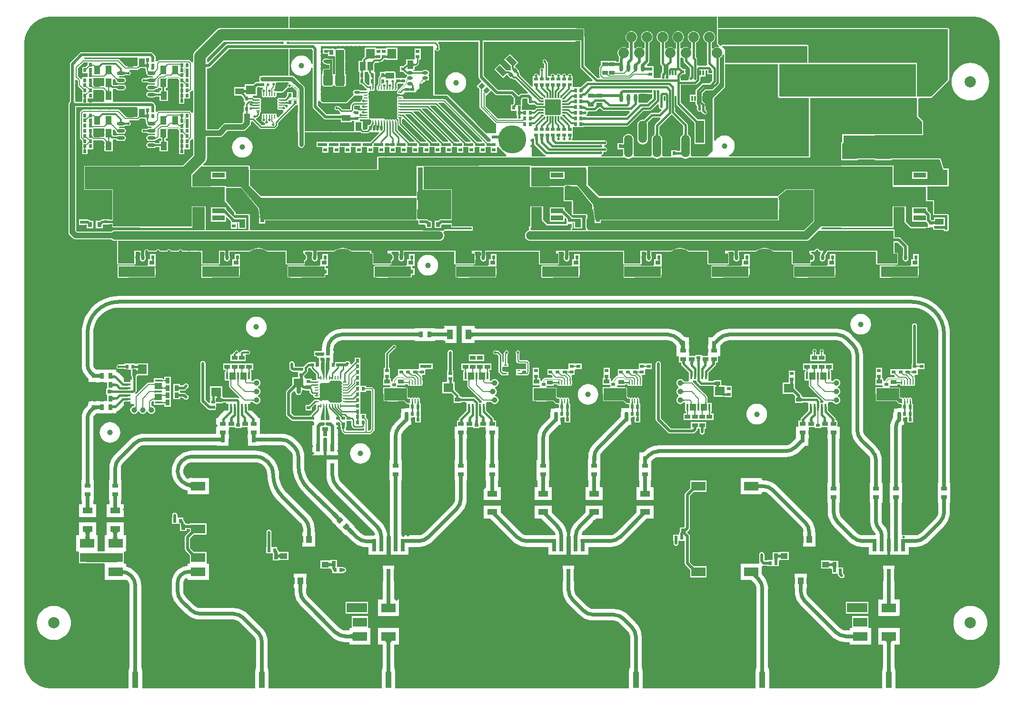
<source format=gtl>
G04*
G04 #@! TF.GenerationSoftware,Altium Limited,Altium Designer,19.1.8 (144)*
G04*
G04 Layer_Physical_Order=1*
G04 Layer_Color=255*
%FSLAX44Y44*%
%MOMM*%
G71*
G01*
G75*
%ADD10C,0.2000*%
%ADD12C,0.2500*%
%ADD13C,1.0000*%
%ADD14C,0.5000*%
%ADD15C,0.6350*%
%ADD16C,0.4000*%
%ADD17C,0.3000*%
%ADD20C,1.0000*%
%ADD21R,3.0480X1.2700*%
%ADD22R,2.1000X1.4000*%
%ADD23R,1.8000X1.6000*%
%ADD26R,1.1000X1.5000*%
%ADD27R,1.5000X1.1000*%
%ADD30R,1.6000X1.8000*%
%ADD31R,0.4000X0.8500*%
%ADD32R,3.1000X3.1000*%
%ADD33O,0.7500X0.2500*%
%ADD34O,0.2500X0.7500*%
%ADD36R,2.5400X1.6500*%
%ADD37C,2.0000*%
%ADD39R,0.7600X2.1600*%
%ADD40R,0.8000X1.0000*%
%ADD41R,1.0000X0.8000*%
G04:AMPARAMS|DCode=42|XSize=1mm|YSize=0.8mm|CornerRadius=0mm|HoleSize=0mm|Usage=FLASHONLY|Rotation=135.000|XOffset=0mm|YOffset=0mm|HoleType=Round|Shape=Rectangle|*
%AMROTATEDRECTD42*
4,1,4,0.6364,-0.0707,0.0707,-0.6364,-0.6364,0.0707,-0.0707,0.6364,0.6364,-0.0707,0.0*
%
%ADD42ROTATEDRECTD42*%

G04:AMPARAMS|DCode=43|XSize=1mm|YSize=0.8mm|CornerRadius=0mm|HoleSize=0mm|Usage=FLASHONLY|Rotation=225.000|XOffset=0mm|YOffset=0mm|HoleType=Round|Shape=Rectangle|*
%AMROTATEDRECTD43*
4,1,4,0.0707,0.6364,0.6364,0.0707,-0.0707,-0.6364,-0.6364,-0.0707,0.0707,0.6364,0.0*
%
%ADD43ROTATEDRECTD43*%

%ADD44O,0.6000X1.0000*%
%ADD45O,1.4500X0.6000*%
%ADD46R,4.5000X4.5000*%
%ADD47O,1.0000X0.6000*%
%ADD48R,0.8000X0.9500*%
%ADD49R,0.9500X0.8000*%
G04:AMPARAMS|DCode=51|XSize=0.95mm|YSize=0.8mm|CornerRadius=0mm|HoleSize=0mm|Usage=FLASHONLY|Rotation=45.000|XOffset=0mm|YOffset=0mm|HoleType=Round|Shape=Rectangle|*
%AMROTATEDRECTD51*
4,1,4,-0.0530,-0.6187,-0.6187,-0.0530,0.0530,0.6187,0.6187,0.0530,-0.0530,-0.6187,0.0*
%
%ADD51ROTATEDRECTD51*%

%ADD55R,0.4500X1.2000*%
%ADD56O,0.2500X0.8500*%
%ADD57R,2.7500X2.7500*%
%ADD58O,0.6000X1.4500*%
G04:AMPARAMS|DCode=59|XSize=1mm|YSize=1.8mm|CornerRadius=0mm|HoleSize=0mm|Usage=FLASHONLY|Rotation=45.000|XOffset=0mm|YOffset=0mm|HoleType=Round|Shape=Rectangle|*
%AMROTATEDRECTD59*
4,1,4,0.2828,-0.9900,-0.9900,0.2828,-0.2828,0.9900,0.9900,-0.2828,0.2828,-0.9900,0.0*
%
%ADD59ROTATEDRECTD59*%

%ADD60R,1.4000X1.3000*%
%ADD61R,1.2450X0.6100*%
%ADD62R,1.8000X1.0400*%
%ADD65R,0.5000X0.5000*%
%ADD66R,0.3000X0.2000*%
%ADD67R,0.3000X0.5500*%
%ADD68R,0.5500X0.3000*%
%ADD69R,0.2000X0.3000*%
%ADD70R,1.2000X0.4500*%
%ADD71R,0.6100X1.2450*%
%ADD72R,1.0400X1.8000*%
%ADD76O,1.5000X4.0000*%
%ADD77R,1.5000X4.0000*%
%ADD78P,0.7071X4X180.0*%
%ADD84R,0.6000X0.7000*%
%ADD85R,0.7000X0.6000*%
%ADD86R,2.2860X0.8890*%
%ADD87R,8.8900X10.6680*%
%ADD88R,0.7600X1.4000*%
%ADD90R,2.5500X2.7700*%
%ADD91R,2.3500X2.7700*%
%ADD92R,1.2700X1.0200*%
%ADD93R,1.0200X1.2700*%
%ADD94R,1.0000X3.0000*%
G04:AMPARAMS|DCode=95|XSize=0.7mm|YSize=0.6mm|CornerRadius=0mm|HoleSize=0mm|Usage=FLASHONLY|Rotation=135.000|XOffset=0mm|YOffset=0mm|HoleType=Round|Shape=Rectangle|*
%AMROTATEDRECTD95*
4,1,4,0.4596,-0.0354,0.0354,-0.4596,-0.4596,0.0354,-0.0354,0.4596,0.4596,-0.0354,0.0*
%
%ADD95ROTATEDRECTD95*%

%ADD96R,0.5500X0.2500*%
%ADD97O,0.5000X1.0000*%
%ADD98O,1.0000X0.5000*%
%ADD99C,1.8796*%
%ADD100R,1.8796X1.8796*%
%ADD101C,5.0000*%
%ADD103C,0.5100*%
%ADD104C,0.1000*%
%ADD105C,0.6000*%
%ADD106C,0.7600*%
%ADD107C,0.7000*%
%ADD108C,2.0000*%
%ADD109C,1.5000*%
%ADD110C,0.4500*%
%ADD111C,0.7500*%
%ADD112C,1.6500*%
%ADD113C,0.7500*%
G36*
X127000Y625000D02*
X105000D01*
X103500Y645000D01*
X127000D01*
Y625000D01*
D02*
G37*
G36*
X364000Y645197D02*
X363961Y645000D01*
Y619500D01*
X363980Y619405D01*
X363970Y619308D01*
X364000Y619207D01*
Y618500D01*
X368141Y615075D01*
X367029Y612830D01*
X364314Y613188D01*
X361600Y612830D01*
X359070Y611783D01*
X357177Y610329D01*
X356043Y610582D01*
X354677Y611327D01*
Y621583D01*
X355842Y622065D01*
X358014Y623732D01*
X359681Y625904D01*
X360728Y628434D01*
X361086Y631148D01*
X360728Y633862D01*
X359681Y636392D01*
X358014Y638564D01*
X355842Y640231D01*
X353313Y641278D01*
X350598Y641636D01*
X347884Y641278D01*
X345354Y640231D01*
X343182Y638564D01*
X341516Y636392D01*
X340468Y633862D01*
X340111Y631148D01*
X340468Y628434D01*
X341516Y625904D01*
X343182Y623732D01*
X345354Y622065D01*
X346520Y621583D01*
Y584402D01*
X346520Y584402D01*
X346830Y582841D01*
X347006Y582578D01*
X345712Y580078D01*
X332000D01*
X332000Y580078D01*
X331578Y579995D01*
X329444Y581293D01*
X329078Y581852D01*
Y591363D01*
X329078Y591363D01*
X328768Y592924D01*
X327884Y594247D01*
X327884Y594247D01*
X326991Y595140D01*
Y621583D01*
X328156Y622065D01*
X330328Y623732D01*
X331995Y625904D01*
X333042Y628434D01*
X333400Y631148D01*
X333042Y633862D01*
X331995Y636392D01*
X330328Y638564D01*
X328156Y640231D01*
X325627Y641278D01*
X322912Y641636D01*
X320198Y641278D01*
X317668Y640231D01*
X315496Y638564D01*
X313829Y636392D01*
X312782Y633862D01*
X312425Y631148D01*
X312782Y628434D01*
X313829Y625904D01*
X315496Y623732D01*
X317668Y622065D01*
X318834Y621583D01*
Y610996D01*
X316452Y610149D01*
X316334Y610135D01*
X314186Y611783D01*
X311657Y612830D01*
X308942Y613188D01*
X306228Y612830D01*
X303698Y611783D01*
X301805Y610330D01*
X300671Y610583D01*
X299305Y611327D01*
Y621583D01*
X300470Y622065D01*
X302642Y623732D01*
X304309Y625904D01*
X305357Y628434D01*
X305714Y631148D01*
X305357Y633862D01*
X304309Y636392D01*
X302642Y638564D01*
X300470Y640231D01*
X297941Y641278D01*
X295226Y641636D01*
X292512Y641278D01*
X289982Y640231D01*
X287810Y638564D01*
X286143Y636392D01*
X285096Y633862D01*
X284739Y631148D01*
X285096Y628434D01*
X286143Y625904D01*
X287810Y623732D01*
X289982Y622065D01*
X291148Y621583D01*
Y610996D01*
X288766Y610149D01*
X288648Y610135D01*
X286500Y611783D01*
X283971Y612830D01*
X281256Y613188D01*
X278542Y612830D01*
X276012Y611783D01*
X274118Y610330D01*
X272985Y610582D01*
X271618Y611327D01*
Y621583D01*
X272784Y622065D01*
X274956Y623732D01*
X276623Y625904D01*
X277670Y628434D01*
X278028Y631148D01*
X277670Y633862D01*
X276623Y636392D01*
X274956Y638564D01*
X272784Y640231D01*
X270255Y641278D01*
X267540Y641636D01*
X264826Y641278D01*
X262296Y640231D01*
X260124Y638564D01*
X258458Y636392D01*
X257410Y633862D01*
X257052Y631148D01*
X257410Y628434D01*
X258458Y625904D01*
X260124Y623732D01*
X262296Y622065D01*
X263462Y621583D01*
Y584460D01*
X263462Y584460D01*
X263772Y582899D01*
X264656Y581576D01*
X266675Y579557D01*
Y568792D01*
X265866Y567983D01*
X264982Y566660D01*
X264672Y565100D01*
X264672Y565099D01*
Y559250D01*
X263464Y557778D01*
X252884D01*
X251253Y559603D01*
Y569603D01*
Y579603D01*
X240828D01*
X239466Y581777D01*
X243099Y585409D01*
X244093Y586898D01*
X244442Y588654D01*
Y621794D01*
X245098Y622065D01*
X247270Y623732D01*
X248937Y625904D01*
X249984Y628434D01*
X250342Y631148D01*
X249984Y633862D01*
X248937Y636392D01*
X247270Y638564D01*
X245098Y640231D01*
X242569Y641278D01*
X239854Y641636D01*
X237140Y641278D01*
X234610Y640231D01*
X232438Y638564D01*
X230772Y636392D01*
X229724Y633862D01*
X229366Y631148D01*
X229724Y628434D01*
X230772Y625904D01*
X232438Y623732D01*
X234610Y622065D01*
X235266Y621794D01*
Y611648D01*
X234572Y611107D01*
X232766Y610526D01*
X231128Y611783D01*
X228599Y612830D01*
X225884Y613188D01*
X223170Y612830D01*
X220640Y611783D01*
X219256Y610721D01*
X216800Y611752D01*
X216756Y611795D01*
Y621794D01*
X217412Y622065D01*
X219584Y623732D01*
X221251Y625904D01*
X222299Y628434D01*
X222656Y631148D01*
X222299Y633862D01*
X221251Y636392D01*
X219584Y638564D01*
X217412Y640231D01*
X214883Y641278D01*
X212168Y641636D01*
X209454Y641278D01*
X206924Y640231D01*
X204752Y638564D01*
X203085Y636392D01*
X202038Y633862D01*
X201681Y631148D01*
X202038Y628434D01*
X203085Y625904D01*
X204752Y623732D01*
X206924Y622065D01*
X207580Y621794D01*
Y611648D01*
X206886Y611107D01*
X205080Y610526D01*
X203442Y611783D01*
X200913Y612830D01*
X198198Y613188D01*
X195484Y612830D01*
X192954Y611783D01*
X190782Y610116D01*
X189116Y607944D01*
X188068Y605414D01*
X187710Y602700D01*
X188068Y599986D01*
X189116Y597456D01*
X190572Y595558D01*
X189964Y594648D01*
X189615Y592892D01*
Y587338D01*
X184500D01*
Y588750D01*
X158000D01*
Y581076D01*
X155837Y578913D01*
X155174Y577920D01*
X154941Y576750D01*
X154941Y576750D01*
Y562422D01*
X154941Y562422D01*
X155174Y561251D01*
X155837Y560259D01*
X156008Y560088D01*
X155051Y557778D01*
X151617D01*
X129078Y580317D01*
Y630000D01*
X128768Y631561D01*
X128082Y632587D01*
Y645000D01*
X127765Y645765D01*
X127000Y646082D01*
X114602D01*
X113133Y646691D01*
X110000Y647104D01*
X-396000D01*
Y667051D01*
X364000D01*
Y645197D01*
D02*
G37*
G36*
X-59588Y560000D02*
X-59239Y558244D01*
X-58244Y556756D01*
X-54153Y552665D01*
X-63182Y543636D01*
X-58080Y538534D01*
Y507021D01*
X-58080Y507021D01*
X-57847Y505850D01*
X-57184Y504858D01*
X-30863Y478537D01*
X-30010Y477684D01*
X-29000Y477000D01*
Y460000D01*
X-36000D01*
X-46000Y460000D01*
X-63000Y477000D01*
X-114500Y528500D01*
X-138000Y528500D01*
X-138000Y607615D01*
X-135500Y608100D01*
X-135059Y607441D01*
X-133885Y606656D01*
X-132500Y606381D01*
X-131115Y606656D01*
X-129941Y607441D01*
X-129156Y608615D01*
X-128881Y610000D01*
X-129156Y611385D01*
X-129186Y611431D01*
Y616300D01*
X-129439Y617568D01*
X-130157Y618643D01*
X-132100Y620587D01*
X-131144Y622896D01*
X-59588D01*
Y560000D01*
D02*
G37*
G36*
X-221939Y597546D02*
X-221493Y597515D01*
X-220781Y597500D01*
Y594500D01*
X-221493Y594485D01*
X-221939Y594442D01*
Y593000D01*
X-221977Y593285D01*
X-222090Y593540D01*
X-222279Y593765D01*
X-222544Y593960D01*
X-222884Y594125D01*
X-223248Y594243D01*
X-223593Y594133D01*
X-223930Y593971D01*
X-224193Y593780D01*
X-224380Y593559D01*
X-224493Y593310D01*
X-224531Y593031D01*
Y594452D01*
X-225001Y594485D01*
X-225720Y594500D01*
Y597500D01*
X-225001Y597515D01*
X-224531Y597562D01*
Y598969D01*
X-224493Y598690D01*
X-224380Y598441D01*
X-224193Y598220D01*
X-223930Y598029D01*
X-223593Y597867D01*
X-223248Y597757D01*
X-222884Y597875D01*
X-222544Y598040D01*
X-222279Y598235D01*
X-222090Y598460D01*
X-221977Y598715D01*
X-221939Y599000D01*
Y597546D01*
D02*
G37*
G36*
X-636245Y595450D02*
X-636175Y594572D01*
X-636133Y594357D01*
X-636081Y594182D01*
X-636020Y594045D01*
X-635949Y593947D01*
X-635869Y593889D01*
X-635780Y593870D01*
X-641719D01*
X-641630Y593889D01*
X-641550Y593947D01*
X-641480Y594045D01*
X-641419Y594182D01*
X-641367Y594357D01*
X-641325Y594572D01*
X-641292Y594826D01*
X-641255Y595450D01*
X-641250Y595821D01*
X-636250D01*
X-636245Y595450D01*
D02*
G37*
G36*
X-244023Y598715D02*
X-243910Y598460D01*
X-243721Y598235D01*
X-243456Y598040D01*
X-243116Y597875D01*
X-242752Y597757D01*
X-242407Y597867D01*
X-242069Y598029D01*
X-241807Y598220D01*
X-241619Y598441D01*
X-241507Y598690D01*
X-241469Y598969D01*
Y597548D01*
X-240999Y597515D01*
X-240280Y597500D01*
Y594500D01*
X-240999Y594485D01*
X-241469Y594438D01*
Y593031D01*
X-241507Y593310D01*
X-241619Y593559D01*
X-241807Y593780D01*
X-242069Y593971D01*
X-242407Y594133D01*
X-242752Y594243D01*
X-243116Y594125D01*
X-243456Y593960D01*
X-243721Y593765D01*
X-243910Y593540D01*
X-244023Y593285D01*
X-244061Y593000D01*
Y594454D01*
X-244507Y594485D01*
X-245219Y594500D01*
Y597500D01*
X-244507Y597515D01*
X-244061Y597558D01*
Y599000D01*
X-244023Y598715D01*
D02*
G37*
G36*
X-256727Y592061D02*
X-256918Y592267D01*
X-257173Y592368D01*
X-257491Y592363D01*
X-257873Y592253D01*
X-258319Y592037D01*
X-258828Y591716D01*
X-259401Y591290D01*
X-260037Y590758D01*
X-261491Y589387D01*
X-261490Y589329D01*
X-261413Y588200D01*
X-261345Y587741D01*
X-261258Y587352D01*
X-261151Y587034D01*
X-261025Y586787D01*
X-260879Y586611D01*
X-260715Y586505D01*
X-260530Y586469D01*
X-266000Y586439D01*
X-265715Y586476D01*
X-265460Y586584D01*
X-265235Y586763D01*
X-265040Y587013D01*
X-264875Y587333D01*
X-264740Y587725D01*
X-264635Y588187D01*
X-264560Y588721D01*
X-264515Y589325D01*
X-264500Y590000D01*
X-261723D01*
X-262621Y592500D01*
X-261968Y593174D01*
X-260919Y594391D01*
X-260522Y594934D01*
X-260211Y595433D01*
X-259986Y595888D01*
X-259846Y596300D01*
X-259791Y596668D01*
X-259822Y596993D01*
X-259939Y597273D01*
X-256727Y592061D01*
D02*
G37*
G36*
X-244379Y587000D02*
X-245074Y586284D01*
X-246177Y585011D01*
X-246585Y584454D01*
X-246898Y583950D01*
X-247115Y583500D01*
X-247237Y583102D01*
X-247264Y582757D01*
X-247195Y582466D01*
X-247031Y582227D01*
X-251273Y586469D01*
X-251035Y586305D01*
X-250743Y586236D01*
X-250398Y586263D01*
X-250000Y586385D01*
X-249550Y586602D01*
X-249046Y586915D01*
X-248489Y587323D01*
X-247879Y587827D01*
X-246500Y589121D01*
X-244379Y587000D01*
D02*
G37*
G36*
X-408500Y618732D02*
X-505857D01*
X-507612Y618382D01*
X-509101Y617388D01*
X-540396Y586092D01*
X-542896Y587128D01*
Y592486D01*
X-512487Y622896D01*
X-408500D01*
Y618732D01*
D02*
G37*
G36*
X525000Y615000D02*
Y585053D01*
X524873Y585000D01*
X379000Y585000D01*
Y608750D01*
X372887Y613805D01*
X373317Y615000D01*
X525000Y615000D01*
D02*
G37*
G36*
X-354588Y608100D02*
Y583980D01*
X-356994Y583582D01*
X-358039Y587025D01*
X-359736Y590199D01*
X-362019Y592981D01*
X-364801Y595264D01*
X-367975Y596961D01*
X-371418Y598006D01*
X-375000Y598358D01*
X-378582Y598006D01*
X-382025Y596961D01*
X-385199Y595264D01*
X-387981Y592981D01*
X-390264Y590199D01*
X-391961Y587025D01*
X-393006Y583582D01*
X-393358Y580000D01*
X-393006Y576418D01*
X-391961Y572975D01*
X-390264Y569801D01*
X-387981Y567019D01*
X-385199Y564736D01*
X-382025Y563039D01*
X-378582Y561994D01*
X-375000Y561642D01*
X-371418Y561994D01*
X-367975Y563039D01*
X-364801Y564736D01*
X-362019Y567019D01*
X-359736Y569801D01*
X-358039Y572975D01*
X-356994Y576418D01*
X-354588Y576021D01*
Y507000D01*
X-354239Y505244D01*
X-353244Y503756D01*
X-335244Y485756D01*
X-333756Y484761D01*
X-332000Y484412D01*
X-304500D01*
Y479500D01*
X-285500D01*
Y481922D01*
X-282000D01*
Y481000D01*
X-280500D01*
Y463500D01*
X-369137D01*
Y540000D01*
X-369584Y542243D01*
X-370854Y544146D01*
X-387355Y560645D01*
X-389256Y561916D01*
X-391500Y562363D01*
X-396000D01*
Y609555D01*
X-356044D01*
X-354588Y608100D01*
D02*
G37*
G36*
X526259Y583173D02*
X527039Y583018D01*
X717961D01*
Y525000D01*
X475000D01*
Y582961D01*
X524873Y582961D01*
X524873Y582961D01*
X524873Y582961D01*
X525235Y583033D01*
X525653Y583116D01*
X525653Y583116D01*
X525653Y583116D01*
X525780Y583169D01*
D01*
D01*
X525780Y583169D01*
X526023Y583331D01*
X526259Y583173D01*
D02*
G37*
G36*
X-647745Y587076D02*
X-647737Y586961D01*
X-646750D01*
X-646940Y586936D01*
X-647110Y586860D01*
X-647260Y586733D01*
X-647390Y586556D01*
X-647500Y586328D01*
X-647590Y586050D01*
X-647656Y585738D01*
X-647591Y584756D01*
X-647590Y584750D01*
X-647500Y584472D01*
X-647390Y584244D01*
X-647260Y584067D01*
X-647110Y583940D01*
X-646940Y583864D01*
X-646750Y583839D01*
X-647530D01*
X-647435Y582397D01*
X-647257Y580550D01*
X-649280D01*
Y580250D01*
X-647257D01*
X-647490Y576961D01*
X-646750D01*
X-646940Y576936D01*
X-647110Y576860D01*
X-647260Y576733D01*
X-647390Y576556D01*
X-647500Y576328D01*
X-647544Y576191D01*
X-647750Y573282D01*
X-649750D01*
X-649755Y573724D01*
X-649909Y576044D01*
X-649910Y576050D01*
X-650000Y576328D01*
X-650110Y576556D01*
X-650240Y576733D01*
X-650390Y576860D01*
X-650560Y576936D01*
X-650750Y576961D01*
X-649969D01*
X-650065Y578403D01*
X-650111Y578880D01*
X-651680Y578745D01*
X-651689Y578743D01*
Y577400D01*
X-651727Y577685D01*
X-651840Y577940D01*
X-652029Y578165D01*
X-652294Y578360D01*
X-652560Y578489D01*
X-652693Y578425D01*
X-652880Y578279D01*
X-652993Y578115D01*
X-653030Y577930D01*
X-653034Y578655D01*
X-653050Y578660D01*
X-653541Y578765D01*
X-654108Y578840D01*
X-654751Y578885D01*
X-655469Y578900D01*
Y581885D01*
X-656999Y580356D01*
X-657022Y580403D01*
X-657089Y580492D01*
X-657199Y580622D01*
X-658413Y581894D01*
X-659207Y582693D01*
X-657793Y584107D01*
X-655456Y581900D01*
X-654751Y581915D01*
X-653541Y582035D01*
X-653054Y582139D01*
X-653061Y583400D01*
X-653021Y583115D01*
X-652907Y582860D01*
X-652717Y582635D01*
X-652452Y582440D01*
X-652373Y582402D01*
X-652294Y582440D01*
X-652029Y582635D01*
X-651840Y582860D01*
X-651727Y583115D01*
X-651689Y583400D01*
Y582138D01*
X-651205Y582035D01*
X-650639Y581960D01*
X-650145Y581925D01*
X-650010Y583839D01*
X-650750D01*
X-650560Y583864D01*
X-650390Y583940D01*
X-650240Y584067D01*
X-650110Y584244D01*
X-650000Y584472D01*
X-649955Y584609D01*
X-649868Y585852D01*
X-649910Y586050D01*
X-650000Y586328D01*
X-650110Y586556D01*
X-650240Y586733D01*
X-650390Y586860D01*
X-650560Y586936D01*
X-650750Y586961D01*
X-649789D01*
X-649750Y587518D01*
X-647750D01*
X-647745Y587076D01*
D02*
G37*
G36*
X-612763Y580723D02*
X-613229Y580243D01*
X-613970Y579391D01*
X-614246Y579019D01*
X-614457Y578682D01*
X-614605Y578382D01*
X-614690Y578118D01*
X-614710Y577890D01*
X-614667Y577697D01*
X-614561Y577541D01*
X-617359Y580339D01*
X-617202Y580232D01*
X-617010Y580190D01*
X-616782Y580210D01*
X-616518Y580295D01*
X-616217Y580443D01*
X-615881Y580654D01*
X-615509Y580929D01*
X-615101Y581268D01*
X-614177Y582137D01*
X-612763Y580723D01*
D02*
G37*
G36*
X-729879Y580900D02*
X-730576Y580181D01*
X-731686Y578905D01*
X-732097Y578347D01*
X-732413Y577843D01*
X-732634Y577392D01*
X-732758Y576996D01*
X-732788Y576652D01*
X-732722Y576363D01*
X-732561Y576127D01*
X-736773Y580339D01*
X-736537Y580178D01*
X-736247Y580112D01*
X-735904Y580141D01*
X-735508Y580266D01*
X-735057Y580487D01*
X-734553Y580803D01*
X-733995Y581214D01*
X-733384Y581721D01*
X-732000Y583021D01*
X-729879Y580900D01*
D02*
G37*
G36*
X-175499Y584263D02*
X-175406Y584050D01*
X-175249Y583862D01*
X-175030Y583700D01*
X-174749Y583563D01*
X-174405Y583450D01*
X-173999Y583363D01*
X-173531Y583300D01*
X-172999Y583262D01*
X-172405Y583250D01*
Y580750D01*
X-172999Y580737D01*
X-173999Y580638D01*
X-174405Y580550D01*
X-174749Y580438D01*
X-175030Y580300D01*
X-175249Y580137D01*
X-175406Y579950D01*
X-175499Y579738D01*
X-175530Y579500D01*
Y584500D01*
X-175499Y584263D01*
D02*
G37*
G36*
X-666000Y580226D02*
X-667267Y578959D01*
X-686483D01*
X-698587Y591063D01*
X-699579Y591726D01*
X-700750Y591959D01*
X-700750Y591959D01*
X-760434D01*
X-761851Y594459D01*
X-761729Y594662D01*
X-666000D01*
Y580226D01*
D02*
G37*
G36*
X-661141Y577930D02*
X-661300Y578040D01*
X-661495Y578086D01*
X-661724Y578068D01*
X-661990Y577987D01*
X-662290Y577842D01*
X-662626Y577634D01*
X-662997Y577361D01*
X-663404Y577025D01*
X-664323Y576163D01*
X-665737Y577577D01*
X-665274Y578054D01*
X-664539Y578903D01*
X-664266Y579274D01*
X-664058Y579610D01*
X-663913Y579910D01*
X-663831Y580176D01*
X-663814Y580405D01*
X-663860Y580600D01*
X-663969Y580759D01*
X-661141Y577930D01*
D02*
G37*
G36*
X-746755Y582799D02*
X-746680Y582629D01*
X-746555Y582479D01*
X-746380Y582349D01*
X-746155Y582239D01*
X-745880Y582149D01*
X-745555Y582079D01*
X-745180Y582029D01*
X-744755Y581999D01*
X-744280Y581989D01*
Y580797D01*
X-743382Y581696D01*
X-742988Y581317D01*
X-742281Y580722D01*
X-741967Y580508D01*
X-741680Y580348D01*
X-741419Y580242D01*
X-741185Y580192D01*
X-740977Y580196D01*
X-740796Y580255D01*
X-740641Y580369D01*
X-743469Y577541D01*
X-743355Y577696D01*
X-743296Y577877D01*
X-743292Y578085D01*
X-743342Y578319D01*
X-743447Y578580D01*
X-743607Y578867D01*
X-743822Y579181D01*
X-744092Y579521D01*
X-744417Y579888D01*
X-744509Y579984D01*
X-744755Y579979D01*
X-745555Y579899D01*
X-745880Y579829D01*
X-746155Y579739D01*
X-746380Y579629D01*
X-746555Y579499D01*
X-746680Y579349D01*
X-746755Y579179D01*
X-746780Y578989D01*
Y582989D01*
X-746755Y582799D01*
D02*
G37*
G36*
X-186439Y577500D02*
X-186455Y577738D01*
X-186502Y577950D01*
X-186579Y578138D01*
X-186689Y578300D01*
X-186829Y578438D01*
X-187001Y578550D01*
X-187204Y578638D01*
X-187438Y578700D01*
X-187703Y578737D01*
X-188000Y578750D01*
Y581250D01*
X-187703Y581263D01*
X-187438Y581300D01*
X-187204Y581362D01*
X-187001Y581450D01*
X-186829Y581562D01*
X-186689Y581700D01*
X-186579Y581862D01*
X-186502Y582050D01*
X-186455Y582262D01*
X-186439Y582500D01*
Y577500D01*
D02*
G37*
G36*
X-188321Y577911D02*
X-188925Y577290D01*
X-189880Y576196D01*
X-190231Y575723D01*
X-190497Y575301D01*
X-190679Y574928D01*
X-190776Y574605D01*
X-190789Y574331D01*
X-190717Y574108D01*
X-190620Y573999D01*
X-190530Y574066D01*
X-190605Y573983D01*
X-190561Y573934D01*
X-190614Y573974D01*
X-190690Y573890D01*
X-190765Y573664D01*
X-190755Y573389D01*
X-190661Y573065D01*
X-190483Y572692D01*
X-190219Y572270D01*
X-189872Y571798D01*
X-189439Y571278D01*
X-188321Y570089D01*
X-190588Y568821D01*
X-191163Y569377D01*
X-192193Y570266D01*
X-192650Y570599D01*
X-193067Y570858D01*
X-193445Y571041D01*
X-193784Y571150D01*
X-194084Y571185D01*
X-194345Y571145D01*
X-194566Y571031D01*
X-190634Y573988D01*
X-194566Y576939D01*
X-194348Y576827D01*
X-194089Y576790D01*
X-193791Y576828D01*
X-193453Y576940D01*
X-193075Y577127D01*
X-192658Y577388D01*
X-192200Y577724D01*
X-191703Y578134D01*
X-190588Y579179D01*
X-188321Y577911D01*
D02*
G37*
G36*
X4087Y581618D02*
X3832Y581460D01*
X3607Y581198D01*
X3412Y580830D01*
X3247Y580358D01*
X3112Y579780D01*
X3007Y579098D01*
X2932Y578310D01*
X2872Y576420D01*
X-128D01*
X-143Y577417D01*
X-263Y579098D01*
X-368Y579780D01*
X-503Y580358D01*
X-668Y580830D01*
X-863Y581198D01*
X-1088Y581460D01*
X-1343Y581618D01*
X-1628Y581670D01*
X4372D01*
X4087Y581618D01*
D02*
G37*
G36*
X-586741Y577461D02*
X-585750D01*
X-585940Y577436D01*
X-586110Y577360D01*
X-586260Y577233D01*
X-586390Y577056D01*
X-586500Y576828D01*
X-586590Y576550D01*
X-586622Y576400D01*
X-586590Y576250D01*
X-586500Y575972D01*
X-586390Y575744D01*
X-586260Y575567D01*
X-586110Y575440D01*
X-585940Y575364D01*
X-585750Y575339D01*
X-586741D01*
X-586750Y574930D01*
X-588750D01*
X-588758Y575339D01*
X-589750D01*
X-589560Y575364D01*
X-589390Y575440D01*
X-589240Y575567D01*
X-589110Y575744D01*
X-589000Y575972D01*
X-588910Y576250D01*
X-588878Y576400D01*
X-588910Y576550D01*
X-589000Y576828D01*
X-589110Y577056D01*
X-589240Y577233D01*
X-589390Y577360D01*
X-589560Y577436D01*
X-589750Y577461D01*
X-588758D01*
X-588750Y577869D01*
X-586750D01*
X-586741Y577461D01*
D02*
G37*
G36*
X-653750Y574900D02*
X-651809D01*
Y571032D01*
X-651809Y571032D01*
X-651576Y569862D01*
X-650913Y568869D01*
X-650540Y568497D01*
X-650848Y566950D01*
X-650460Y564999D01*
X-649355Y563345D01*
X-647701Y562240D01*
X-645750Y561852D01*
X-639547D01*
X-638273Y559352D01*
X-638275Y559348D01*
X-645750D01*
X-647701Y558960D01*
X-649355Y557855D01*
X-649379Y557818D01*
X-655294D01*
X-655550Y557869D01*
X-656935Y557594D01*
X-658109Y556809D01*
X-658894Y555635D01*
X-659169Y554250D01*
X-658894Y552865D01*
X-658109Y551691D01*
X-656935Y550906D01*
X-655550Y550630D01*
X-655294Y550681D01*
X-649379D01*
X-649355Y550645D01*
X-647701Y549540D01*
X-645750Y549152D01*
X-637250D01*
X-636659Y549269D01*
X-634698Y547900D01*
X-636659Y546530D01*
X-637250Y546648D01*
X-645750D01*
X-647701Y546260D01*
X-649355Y545155D01*
X-650460Y543501D01*
X-650848Y541550D01*
X-650460Y539599D01*
X-649355Y537945D01*
X-647701Y536840D01*
X-645750Y536452D01*
X-637250D01*
X-635299Y536840D01*
X-633645Y537945D01*
X-633280Y538491D01*
X-632100D01*
X-632100Y538491D01*
X-630929Y538724D01*
X-629937Y539387D01*
X-628489Y540835D01*
X-627500Y540425D01*
Y540425D01*
X-623568D01*
Y536400D01*
X-627250D01*
Y532419D01*
X-633621D01*
X-633645Y532455D01*
X-635299Y533560D01*
X-637250Y533948D01*
X-645750D01*
X-647701Y533560D01*
X-649355Y532455D01*
X-650460Y530801D01*
X-650848Y528850D01*
X-650460Y526899D01*
X-649355Y525245D01*
X-647701Y524140D01*
X-645750Y523752D01*
X-637250D01*
X-635299Y524140D01*
X-633645Y525245D01*
X-633621Y525281D01*
X-627250D01*
Y517400D01*
X-612250D01*
Y536400D01*
X-616431D01*
Y540425D01*
X-612500D01*
Y555820D01*
X-610869Y557451D01*
X-595509D01*
X-593526Y555468D01*
X-592750Y554949D01*
Y548770D01*
Y539770D01*
Y530400D01*
Y521400D01*
Y512400D01*
X-582750D01*
Y521400D01*
X-572750D01*
Y533510D01*
X-572430Y533574D01*
X-571437Y534237D01*
X-569604Y536071D01*
X-569532Y536070D01*
X-567104Y535304D01*
Y497174D01*
X-569532Y496409D01*
X-569604Y496408D01*
X-572258Y499063D01*
X-573251Y499726D01*
X-574421Y499959D01*
X-574422Y499959D01*
X-627750D01*
X-627750Y499959D01*
X-628920Y499726D01*
X-629913Y499063D01*
X-629913Y499063D01*
X-631250Y497726D01*
X-633750Y498761D01*
Y505900D01*
X-634162D01*
Y508750D01*
X-634511Y510506D01*
X-635505Y511994D01*
X-637656Y514144D01*
X-639144Y515139D01*
X-640900Y515488D01*
X-708580D01*
X-710000Y517400D01*
Y536400D01*
X-710000Y536400D01*
X-709168Y538555D01*
X-704262D01*
X-703855Y537945D01*
X-702201Y536840D01*
X-700250Y536452D01*
X-691750D01*
X-689799Y536840D01*
X-688145Y537945D01*
X-687040Y539599D01*
X-686652Y541550D01*
X-687040Y543501D01*
X-688145Y545155D01*
X-689799Y546260D01*
X-691750Y546648D01*
X-700250D01*
X-702201Y546260D01*
X-703050Y545693D01*
X-709496D01*
X-710000Y546197D01*
Y555808D01*
X-707690Y556764D01*
X-705319Y554394D01*
X-705348Y554250D01*
X-704960Y552299D01*
X-703855Y550645D01*
X-702201Y549540D01*
X-700250Y549152D01*
X-691750D01*
X-689799Y549540D01*
X-688145Y550645D01*
X-687040Y552299D01*
X-686652Y554250D01*
X-687040Y556201D01*
X-688145Y557855D01*
X-689799Y558960D01*
X-691750Y559348D01*
X-699224D01*
X-699227Y559352D01*
X-697953Y561852D01*
X-691750D01*
X-689799Y562240D01*
X-688145Y563345D01*
X-688121Y563381D01*
X-682206D01*
X-681950Y563330D01*
X-680565Y563606D01*
X-679391Y564391D01*
X-678606Y565565D01*
X-678331Y566950D01*
X-678606Y568335D01*
X-679391Y569509D01*
X-680565Y570294D01*
X-680802Y570341D01*
X-680556Y572841D01*
X-666000D01*
X-666000Y572841D01*
X-664829Y573074D01*
X-663837Y573737D01*
X-661674Y575900D01*
X-653750D01*
Y574900D01*
D02*
G37*
G36*
X353520Y574129D02*
X353580Y573797D01*
X353680Y573504D01*
X353820Y573249D01*
X354000Y573034D01*
X354220Y572857D01*
X354480Y572719D01*
X354780Y572620D01*
X355120Y572560D01*
X355500Y572539D01*
X349031Y572569D01*
X349120Y572589D01*
X349200Y572647D01*
X349270Y572743D01*
X349331Y572878D01*
X349383Y573052D01*
X349425Y573264D01*
X349458Y573515D01*
X349495Y574133D01*
X349500Y574500D01*
X353500D01*
X353520Y574129D01*
D02*
G37*
G36*
X2692Y575914D02*
X2946Y575723D01*
X3194Y575578D01*
X3437Y575481D01*
X3674Y575431D01*
X3906Y575427D01*
X4133Y575471D01*
X4354Y575561D01*
X4570Y575699D01*
X4780Y575883D01*
X581Y571683D01*
X765Y571894D01*
X903Y572110D01*
X993Y572331D01*
X1037Y572558D01*
X1033Y572790D01*
X983Y573027D01*
X885Y573270D01*
X741Y573518D01*
X550Y573772D01*
X312Y574031D01*
X2433Y576152D01*
X2692Y575914D01*
D02*
G37*
G36*
X-694485Y572977D02*
X-694365Y571767D01*
X-694260Y571276D01*
X-694125Y570860D01*
X-693960Y570519D01*
X-693765Y570255D01*
X-693540Y570066D01*
X-693285Y569952D01*
X-693000Y569915D01*
X-699000D01*
X-698715Y569952D01*
X-698460Y570066D01*
X-698235Y570255D01*
X-698040Y570519D01*
X-697875Y570860D01*
X-697740Y571276D01*
X-697635Y571767D01*
X-697560Y572334D01*
X-697515Y572977D01*
X-697500Y573695D01*
X-694500D01*
X-694485Y572977D01*
D02*
G37*
G36*
X-632946Y570290D02*
X-633355Y569866D01*
X-633996Y569115D01*
X-634227Y568787D01*
X-634398Y568491D01*
X-634509Y568227D01*
X-634560Y567995D01*
X-634552Y567795D01*
X-634484Y567627D01*
X-634357Y567491D01*
X-637533Y569915D01*
X-637362Y569823D01*
X-637162Y569788D01*
X-636933Y569809D01*
X-636675Y569887D01*
X-636389Y570021D01*
X-636074Y570211D01*
X-635731Y570458D01*
X-635358Y570761D01*
X-634528Y571536D01*
X-632946Y570290D01*
D02*
G37*
G36*
X219460Y569657D02*
X219306Y569767D01*
X219122Y569819D01*
X218908Y569813D01*
X218663Y569749D01*
X218389Y569627D01*
X218084Y569447D01*
X217749Y569209D01*
X217384Y568914D01*
X216563Y568148D01*
X215149Y569562D01*
X215560Y569988D01*
X216210Y570748D01*
X216448Y571083D01*
X216628Y571388D01*
X216749Y571663D01*
X216814Y571907D01*
X216820Y572122D01*
X216768Y572306D01*
X216658Y572460D01*
X219460Y569657D01*
D02*
G37*
G36*
X-647528Y571238D02*
X-646745Y570567D01*
X-646394Y570312D01*
X-646068Y570111D01*
X-645769Y569964D01*
X-645496Y569870D01*
X-645249Y569831D01*
X-645029Y569846D01*
X-644834Y569915D01*
X-648506Y567976D01*
X-648351Y568087D01*
X-648251Y568225D01*
X-648207Y568391D01*
X-648219Y568584D01*
X-648286Y568805D01*
X-648409Y569054D01*
X-648588Y569330D01*
X-648822Y569634D01*
X-649112Y569966D01*
X-649457Y570325D01*
X-647958Y571655D01*
X-647528Y571238D01*
D02*
G37*
G36*
X-264737Y571529D02*
X-264950Y571435D01*
X-265138Y571277D01*
X-265300Y571056D01*
X-265438Y570772D01*
X-265550Y570425D01*
X-265637Y570015D01*
X-265700Y569542D01*
X-265717Y569292D01*
X-265637Y568485D01*
X-265550Y568075D01*
X-265438Y567728D01*
X-265300Y567444D01*
X-265138Y567223D01*
X-264950Y567065D01*
X-264737Y566971D01*
X-264500Y566939D01*
X-269500D01*
X-269263Y566971D01*
X-269050Y567065D01*
X-268862Y567223D01*
X-268700Y567444D01*
X-268563Y567728D01*
X-268450Y568075D01*
X-268363Y568485D01*
X-268300Y568959D01*
X-268283Y569208D01*
X-268363Y570015D01*
X-268450Y570425D01*
X-268563Y570772D01*
X-268700Y571056D01*
X-268862Y571277D01*
X-269050Y571435D01*
X-269263Y571529D01*
X-269500Y571561D01*
X-264500D01*
X-264737Y571529D01*
D02*
G37*
G36*
X-719141Y565461D02*
X-719342Y565523D01*
X-719569Y565531D01*
X-719822Y565486D01*
X-720101Y565387D01*
X-720406Y565234D01*
X-720737Y565027D01*
X-721095Y564767D01*
X-721478Y564452D01*
X-722323Y563663D01*
X-724737Y564077D01*
X-724226Y564601D01*
X-723135Y565900D01*
X-722919Y566241D01*
X-722776Y566536D01*
X-722706Y566786D01*
X-722710Y566989D01*
X-722788Y567147D01*
X-722939Y567259D01*
X-719141Y565461D01*
D02*
G37*
G36*
X-602141Y565430D02*
X-602300Y565540D01*
X-602495Y565586D01*
X-602724Y565568D01*
X-602990Y565487D01*
X-603290Y565342D01*
X-603626Y565133D01*
X-603997Y564861D01*
X-604404Y564525D01*
X-605323Y563663D01*
X-606737Y565077D01*
X-606274Y565554D01*
X-605539Y566403D01*
X-605266Y566774D01*
X-605058Y567110D01*
X-604913Y567410D01*
X-604832Y567676D01*
X-604814Y567905D01*
X-604860Y568100D01*
X-604969Y568259D01*
X-602141Y565430D01*
D02*
G37*
G36*
X-622641D02*
X-622800Y565540D01*
X-622994Y565586D01*
X-623224Y565568D01*
X-623489Y565487D01*
X-623790Y565342D01*
X-624126Y565133D01*
X-624497Y564861D01*
X-624904Y564525D01*
X-625823Y563663D01*
X-627237Y565077D01*
X-626774Y565554D01*
X-626039Y566403D01*
X-625766Y566774D01*
X-625558Y567110D01*
X-625413Y567410D01*
X-625331Y567676D01*
X-625314Y567905D01*
X-625360Y568100D01*
X-625469Y568259D01*
X-622641Y565430D01*
D02*
G37*
G36*
X9514Y570755D02*
X9409Y570506D01*
X9374Y570229D01*
X9408Y569925D01*
X9511Y569594D01*
X9683Y569235D01*
X9924Y568848D01*
X10234Y568434D01*
X10613Y567993D01*
X11061Y567524D01*
X8939Y565403D01*
X8471Y565851D01*
X8029Y566230D01*
X7615Y566540D01*
X7229Y566781D01*
X6870Y566953D01*
X6539Y567056D01*
X6235Y567090D01*
X5958Y567054D01*
X5709Y566950D01*
X5487Y566777D01*
X9687Y570976D01*
X9514Y570755D01*
D02*
G37*
G36*
X-748235Y569996D02*
X-748139Y569019D01*
X-746780D01*
X-747059Y568982D01*
X-747309Y568869D01*
X-747530Y568682D01*
X-747721Y568419D01*
X-747883Y568082D01*
X-747912Y567989D01*
X-747883Y567896D01*
X-747721Y567558D01*
X-747530Y567296D01*
X-747309Y567108D01*
X-747059Y566996D01*
X-746780Y566958D01*
X-748147D01*
X-748191Y566619D01*
X-748235Y565982D01*
X-748250Y565269D01*
X-751250D01*
X-751264Y565982D01*
X-751360Y566958D01*
X-752719D01*
X-752440Y566996D01*
X-752190Y567108D01*
X-751970Y567296D01*
X-751779Y567558D01*
X-751617Y567896D01*
X-751587Y567989D01*
X-751617Y568082D01*
X-751779Y568419D01*
X-751970Y568682D01*
X-752190Y568869D01*
X-752440Y568982D01*
X-752719Y569019D01*
X-751353D01*
X-751309Y569358D01*
X-751264Y569996D01*
X-751250Y570708D01*
X-748250D01*
X-748235Y569996D01*
D02*
G37*
G36*
X-185618Y565219D02*
X-185755Y565384D01*
X-185900Y565532D01*
X-186052Y565662D01*
X-186213Y565775D01*
X-186381Y565870D01*
X-186556Y565948D01*
X-186740Y566009D01*
X-186931Y566052D01*
X-187130Y566078D01*
X-187337Y566087D01*
Y568587D01*
X-187130Y568596D01*
X-186931Y568622D01*
X-186740Y568665D01*
X-186556Y568726D01*
X-186381Y568804D01*
X-186213Y568899D01*
X-186052Y569012D01*
X-185900Y569142D01*
X-185755Y569290D01*
X-185618Y569455D01*
Y565219D01*
D02*
G37*
G36*
X-12225Y570735D02*
X-12067Y570480D01*
X-11805Y570255D01*
X-11437Y570060D01*
X-10965Y569895D01*
X-10387Y569760D01*
X-9705Y569655D01*
X-8917Y569580D01*
X-7027Y569520D01*
Y566520D01*
X-8025Y566505D01*
X-9705Y566385D01*
X-10387Y566280D01*
X-10965Y566145D01*
X-11437Y565980D01*
X-11805Y565785D01*
X-12067Y565560D01*
X-12225Y565305D01*
X-12277Y565020D01*
Y571020D01*
X-12225Y570735D01*
D02*
G37*
G36*
X-158101Y564861D02*
X-158144Y565094D01*
X-158270Y565303D01*
X-158481Y565486D01*
X-158777Y565646D01*
X-159156Y565781D01*
X-159621Y565891D01*
X-160169Y565977D01*
X-160802Y566038D01*
X-162321Y566087D01*
Y568587D01*
X-161520Y568599D01*
X-160169Y568697D01*
X-159621Y568783D01*
X-159156Y568894D01*
X-158777Y569028D01*
X-158481Y569188D01*
X-158270Y569372D01*
X-158144Y569580D01*
X-158101Y569813D01*
Y564861D01*
D02*
G37*
G36*
X-177856Y569580D02*
X-177730Y569372D01*
X-177519Y569188D01*
X-177223Y569028D01*
X-176844Y568894D01*
X-176379Y568783D01*
X-175831Y568697D01*
X-175198Y568636D01*
X-173678Y568587D01*
Y566087D01*
X-174480Y566075D01*
X-175831Y565977D01*
X-176379Y565891D01*
X-176844Y565781D01*
X-177223Y565646D01*
X-177519Y565486D01*
X-177730Y565303D01*
X-177856Y565094D01*
X-177899Y564861D01*
Y569813D01*
X-177856Y569580D01*
D02*
G37*
G36*
X-4379Y568843D02*
X-4126Y568652D01*
X-3877Y568507D01*
X-3634Y568410D01*
X-3397Y568359D01*
X-3165Y568356D01*
X-2938Y568400D01*
X-2717Y568490D01*
X-2501Y568627D01*
X-2291Y568812D01*
X-6490Y564612D01*
X-6306Y564823D01*
X-6169Y565039D01*
X-6078Y565260D01*
X-6035Y565487D01*
X-6038Y565719D01*
X-6088Y565956D01*
X-6186Y566199D01*
X-6330Y566447D01*
X-6521Y566701D01*
X-6759Y566960D01*
X-4638Y569081D01*
X-4379Y568843D01*
D02*
G37*
G36*
X-689947Y569336D02*
X-689601Y569149D01*
X-689216Y568985D01*
X-688791Y568842D01*
X-688326Y568722D01*
X-687822Y568623D01*
X-687278Y568546D01*
X-686070Y568459D01*
X-685406Y568447D01*
Y565452D01*
X-686070Y565441D01*
X-687278Y565354D01*
X-687822Y565277D01*
X-688326Y565178D01*
X-688791Y565058D01*
X-689216Y564915D01*
X-689601Y564751D01*
X-689947Y564564D01*
X-690252Y564356D01*
Y569544D01*
X-689947Y569336D01*
D02*
G37*
G36*
X-712167Y568102D02*
X-712210Y567910D01*
X-712190Y567682D01*
X-712105Y567418D01*
X-711957Y567117D01*
X-711746Y566781D01*
X-711470Y566409D01*
X-711131Y566001D01*
X-710263Y565077D01*
X-711677Y563663D01*
X-712157Y564129D01*
X-713009Y564870D01*
X-713381Y565146D01*
X-713717Y565357D01*
X-714017Y565505D01*
X-714282Y565590D01*
X-714510Y565610D01*
X-714702Y565568D01*
X-714859Y565461D01*
X-712061Y568259D01*
X-712167Y568102D01*
D02*
G37*
G36*
X-594167Y568102D02*
X-594210Y567910D01*
X-594190Y567682D01*
X-594105Y567418D01*
X-593957Y567117D01*
X-593746Y566781D01*
X-593470Y566409D01*
X-593131Y566001D01*
X-592263Y565077D01*
X-593677Y563663D01*
X-594157Y564129D01*
X-595009Y564870D01*
X-595381Y565146D01*
X-595717Y565357D01*
X-596018Y565505D01*
X-596282Y565590D01*
X-596510Y565610D01*
X-596702Y565567D01*
X-596859Y565461D01*
X-594061Y568259D01*
X-594167Y568102D01*
D02*
G37*
G36*
X-250737Y571530D02*
X-250950Y571438D01*
X-251138Y571286D01*
X-251300Y571071D01*
X-251437Y570796D01*
X-251550Y570459D01*
X-251637Y570061D01*
X-251700Y569602D01*
X-251737Y569082D01*
X-251739Y569012D01*
X-251312Y568597D01*
X-250248Y567672D01*
X-249783Y567328D01*
X-249363Y567065D01*
X-248987Y566880D01*
X-248657Y566776D01*
X-248371Y566751D01*
X-248130Y566805D01*
X-247934Y566939D01*
X-251439Y563434D01*
X-251305Y563630D01*
X-251251Y563871D01*
X-251276Y564157D01*
X-251381Y564487D01*
X-251565Y564863D01*
X-251828Y565283D01*
X-252172Y565748D01*
X-252595Y566258D01*
X-253679Y567411D01*
X-252591Y568500D01*
X-254250D01*
X-254263Y569082D01*
X-254363Y570061D01*
X-254450Y570459D01*
X-254562Y570796D01*
X-254700Y571071D01*
X-254862Y571286D01*
X-255050Y571438D01*
X-255263Y571530D01*
X-255500Y571561D01*
X-250500D01*
X-250737Y571530D01*
D02*
G37*
G36*
X242314Y562603D02*
X242289Y562793D01*
X242213Y562963D01*
X242087Y563113D01*
X241910Y563243D01*
X241682Y563353D01*
X241403Y563443D01*
X241074Y563513D01*
X240695Y563563D01*
X240265Y563593D01*
X239784Y563603D01*
Y565603D01*
X240265Y565613D01*
X241074Y565693D01*
X241403Y565763D01*
X241682Y565853D01*
X241910Y565963D01*
X242087Y566093D01*
X242213Y566243D01*
X242289Y566413D01*
X242314Y566603D01*
Y562603D01*
D02*
G37*
G36*
X-748608Y562507D02*
X-748638Y562447D01*
X-748664Y562375D01*
X-748687Y562293D01*
X-748706Y562200D01*
X-748722Y562096D01*
X-748743Y561856D01*
X-748750Y561572D01*
X-750750D01*
X-750752Y561719D01*
X-750778Y562096D01*
X-750794Y562200D01*
X-750813Y562293D01*
X-750836Y562375D01*
X-750862Y562447D01*
X-750892Y562507D01*
X-750925Y562557D01*
X-748574D01*
X-748608Y562507D01*
D02*
G37*
G36*
X-590719Y561572D02*
X-590734Y561762D01*
X-590777Y561931D01*
X-590850Y562081D01*
X-590952Y562211D01*
X-591082Y562322D01*
X-591242Y562411D01*
X-591431Y562481D01*
X-591649Y562532D01*
X-591895Y562561D01*
X-592171Y562571D01*
Y564571D01*
X-591895Y564581D01*
X-591649Y564612D01*
X-591431Y564661D01*
X-591242Y564731D01*
X-591082Y564822D01*
X-590952Y564931D01*
X-590850Y565061D01*
X-590777Y565211D01*
X-590734Y565382D01*
X-590719Y565572D01*
Y561572D01*
D02*
G37*
G36*
X-746755Y563382D02*
X-746680Y563212D01*
X-746555Y563061D01*
X-746380Y562932D01*
X-746155Y562822D01*
X-745880Y562732D01*
X-745555Y562662D01*
X-745180Y562612D01*
X-744755Y562581D01*
X-744280Y562571D01*
Y560572D01*
X-744755Y560566D01*
X-745880Y560483D01*
X-746155Y560434D01*
X-746380Y560373D01*
X-746555Y560301D01*
X-746680Y560218D01*
X-746755Y560124D01*
X-746780Y560019D01*
Y563572D01*
X-746755Y563382D01*
D02*
G37*
G36*
X53762Y561842D02*
X53863Y560832D01*
X53950Y560421D01*
X54062Y560074D01*
X54200Y559790D01*
X54363Y559570D01*
X54550Y559412D01*
X54763Y559317D01*
X55000Y559286D01*
X50000D01*
X50237Y559317D01*
X50450Y559412D01*
X50637Y559570D01*
X50800Y559790D01*
X50938Y560074D01*
X51050Y560421D01*
X51137Y560832D01*
X51200Y561305D01*
X51238Y561842D01*
X51250Y562441D01*
X53750D01*
X53762Y561842D01*
D02*
G37*
G36*
X2443Y563684D02*
X2338Y563435D01*
X2303Y563158D01*
X2337Y562854D01*
X2440Y562523D01*
X2612Y562164D01*
X2853Y561777D01*
X3162Y561363D01*
X3541Y560922D01*
X3990Y560453D01*
X1868Y558332D01*
X1399Y558780D01*
X958Y559159D01*
X544Y559469D01*
X158Y559710D01*
X-201Y559882D01*
X-532Y559985D01*
X-837Y560018D01*
X-1113Y559983D01*
X-1362Y559879D01*
X-1584Y559706D01*
X2616Y563905D01*
X2443Y563684D01*
D02*
G37*
G36*
X-632619Y556866D02*
X-633047Y556425D01*
X-633733Y555629D01*
X-633991Y555274D01*
X-634192Y554948D01*
X-634337Y554652D01*
X-634425Y554384D01*
X-634457Y554145D01*
X-634432Y553936D01*
X-634351Y553755D01*
X-636576Y557126D01*
X-636449Y556989D01*
X-636290Y556913D01*
X-636097Y556897D01*
X-635871Y556943D01*
X-635612Y557049D01*
X-635321Y557215D01*
X-634996Y557443D01*
X-634639Y557731D01*
X-633825Y558489D01*
X-632619Y556866D01*
D02*
G37*
G36*
X-754750Y581486D02*
X-758247Y577989D01*
X-764750D01*
Y566989D01*
X-754750D01*
Y559770D01*
X-764750D01*
Y557682D01*
X-765975Y556994D01*
X-767250Y556768D01*
X-768429Y557947D01*
X-768429Y557947D01*
X-771941Y561459D01*
Y575383D01*
X-761483Y585841D01*
X-754750D01*
Y581486D01*
D02*
G37*
G36*
X-245530Y560031D02*
X-245667Y559999D01*
X-245790Y559906D01*
X-245897Y559749D01*
X-245991Y559530D01*
X-246070Y559249D01*
X-246135Y558905D01*
X-246185Y558499D01*
X-246210Y558072D01*
X-246135Y557094D01*
X-246070Y556751D01*
X-245991Y556469D01*
X-245898Y556251D01*
X-245790Y556095D01*
X-245667Y556001D01*
X-245530Y555970D01*
X-250000Y555939D01*
X-249762Y555972D01*
X-249550Y556068D01*
X-249363Y556227D01*
X-249200Y556448D01*
X-249062Y556732D01*
X-248950Y557079D01*
X-248862Y557489D01*
X-248804Y557927D01*
X-248862Y558511D01*
X-248950Y558921D01*
X-249062Y559268D01*
X-249200Y559552D01*
X-249363Y559773D01*
X-249550Y559932D01*
X-249762Y560028D01*
X-250000Y560061D01*
X-245530Y560031D01*
D02*
G37*
G36*
X-264737Y560029D02*
X-264950Y559935D01*
X-265138Y559777D01*
X-265300Y559556D01*
X-265438Y559272D01*
X-265550Y558925D01*
X-265637Y558515D01*
X-265696Y558074D01*
X-265637Y557485D01*
X-265550Y557075D01*
X-265438Y556728D01*
X-265300Y556444D01*
X-265138Y556223D01*
X-264950Y556065D01*
X-264737Y555971D01*
X-264500Y555939D01*
X-269500D01*
X-269263Y555971D01*
X-269050Y556065D01*
X-268862Y556223D01*
X-268700Y556444D01*
X-268563Y556728D01*
X-268450Y557075D01*
X-268363Y557485D01*
X-268304Y557926D01*
X-268363Y558515D01*
X-268450Y558925D01*
X-268563Y559272D01*
X-268700Y559556D01*
X-268862Y559777D01*
X-269050Y559935D01*
X-269263Y560029D01*
X-269500Y560061D01*
X-264500D01*
X-264737Y560029D01*
D02*
G37*
G36*
X-184761Y555178D02*
X-184837Y555234D01*
X-184925Y555263D01*
X-185027Y555265D01*
X-185141Y555240D01*
X-185269Y555188D01*
X-185409Y555110D01*
X-185563Y555005D01*
X-185730Y554873D01*
X-185909Y554714D01*
X-186102Y554528D01*
X-186809Y555235D01*
X-186623Y555428D01*
X-186332Y555774D01*
X-186227Y555928D01*
X-186149Y556068D01*
X-186097Y556196D01*
X-186072Y556310D01*
X-186074Y556412D01*
X-186103Y556500D01*
X-186159Y556576D01*
X-184761Y555178D01*
D02*
G37*
G36*
X-157761Y555178D02*
X-157837Y555234D01*
X-157925Y555263D01*
X-158027Y555265D01*
X-158141Y555240D01*
X-158269Y555188D01*
X-158409Y555110D01*
X-158563Y555005D01*
X-158729Y554873D01*
X-158909Y554714D01*
X-159102Y554528D01*
X-159809Y555235D01*
X-159623Y555428D01*
X-159332Y555774D01*
X-159227Y555928D01*
X-159149Y556068D01*
X-159097Y556196D01*
X-159072Y556310D01*
X-159074Y556412D01*
X-159103Y556500D01*
X-159159Y556576D01*
X-157761Y555178D01*
D02*
G37*
G36*
X-197439Y554293D02*
X-197005Y554263D01*
X-196406Y554250D01*
Y551750D01*
X-197005Y551738D01*
X-197439Y551694D01*
Y550500D01*
X-197471Y550737D01*
X-197565Y550950D01*
X-197723Y551138D01*
X-197944Y551300D01*
X-198228Y551437D01*
X-198500Y551526D01*
X-198772Y551437D01*
X-199056Y551300D01*
X-199277Y551138D01*
X-199435Y550950D01*
X-199529Y550737D01*
X-199561Y550500D01*
Y551707D01*
X-199995Y551738D01*
X-200595Y551750D01*
Y554250D01*
X-199995Y554263D01*
X-199561Y554305D01*
Y555500D01*
X-199529Y555262D01*
X-199435Y555050D01*
X-199277Y554863D01*
X-199056Y554700D01*
X-198772Y554562D01*
X-198500Y554474D01*
X-198228Y554562D01*
X-197944Y554700D01*
X-197723Y554863D01*
X-197565Y555050D01*
X-197471Y555262D01*
X-197439Y555500D01*
Y554293D01*
D02*
G37*
G36*
X303698Y593617D02*
X304864Y593135D01*
Y589058D01*
X304864Y589058D01*
X305174Y587497D01*
X306058Y586174D01*
X315922Y576311D01*
Y567100D01*
Y561782D01*
X315116Y560976D01*
X314232Y559653D01*
X313922Y558092D01*
X313922Y558092D01*
Y557750D01*
X314155Y556578D01*
X313578Y555325D01*
X312636Y554078D01*
X299832D01*
Y561906D01*
X300324Y562399D01*
X301056Y562887D01*
X302768Y564600D01*
X308000D01*
Y574600D01*
X303018D01*
X300381Y577237D01*
X299305Y577956D01*
Y594073D01*
X300671Y594818D01*
X301805Y595070D01*
X303698Y593617D01*
D02*
G37*
G36*
X-703251Y558080D02*
X-702503Y557443D01*
X-702179Y557215D01*
X-701887Y557049D01*
X-701629Y556943D01*
X-701403Y556897D01*
X-701210Y556913D01*
X-701050Y556989D01*
X-700923Y557126D01*
X-703149Y553755D01*
X-703068Y553936D01*
X-703043Y554145D01*
X-703074Y554384D01*
X-703163Y554652D01*
X-703307Y554948D01*
X-703509Y555274D01*
X-703767Y555629D01*
X-704081Y556012D01*
X-704880Y556866D01*
X-703675Y558489D01*
X-703251Y558080D01*
D02*
G37*
G36*
X-640355Y555262D02*
X-640052Y555257D01*
X-636650Y555250D01*
Y553250D01*
X-640395Y553236D01*
Y555264D01*
X-640355Y555262D01*
D02*
G37*
G36*
X120922Y578628D02*
X120922Y578628D01*
X121232Y577067D01*
X122116Y575744D01*
X143472Y554388D01*
X142515Y552078D01*
X133657D01*
X133657Y552078D01*
X132096Y551768D01*
X130773Y550884D01*
X130773Y550884D01*
X121735Y541847D01*
X108003D01*
Y551347D01*
Y561347D01*
X107066D01*
X106119Y562500D01*
X105844Y563885D01*
X105059Y565059D01*
X103885Y565844D01*
X102500Y566119D01*
X101115Y565844D01*
X99941Y565059D01*
X99156Y563885D01*
X98880Y562500D01*
X98880Y562500D01*
X95870D01*
X95870Y562500D01*
X95594Y563885D01*
X94809Y565059D01*
X93635Y565844D01*
X92250Y566119D01*
X90865Y565844D01*
X89691Y565059D01*
X88906Y563885D01*
X87375Y563347D01*
X85844Y563885D01*
X85059Y565059D01*
X83885Y565844D01*
X82500Y566119D01*
X81115Y565844D01*
X79941Y565059D01*
X79156Y563885D01*
X79100Y563605D01*
X77500Y562973D01*
X75900Y563605D01*
X75844Y563885D01*
X75059Y565059D01*
X73885Y565844D01*
X72500Y566119D01*
X71115Y565844D01*
X69941Y565059D01*
X69156Y563885D01*
X68881Y562500D01*
X67934Y561347D01*
X63520D01*
Y584783D01*
X63267Y586051D01*
X62549Y587126D01*
X61235Y588440D01*
X61050Y589372D01*
X60265Y590546D01*
X59091Y591331D01*
X57706Y591606D01*
X56321Y591331D01*
X55147Y590546D01*
X54362Y589372D01*
X54086Y587987D01*
X54362Y586602D01*
X54598Y586248D01*
X54644Y586015D01*
X55363Y584940D01*
X56892Y583411D01*
Y576613D01*
X56590Y576357D01*
X54392Y575505D01*
X53885Y575844D01*
X52500Y576119D01*
X51115Y575844D01*
X49941Y575059D01*
X49156Y573885D01*
X48881Y572500D01*
X49156Y571115D01*
X49186Y571069D01*
Y562314D01*
X48406Y562156D01*
X45844Y563885D01*
X45059Y565059D01*
X43885Y565844D01*
X42500Y566119D01*
X41115Y565844D01*
X39941Y565059D01*
X39156Y563885D01*
X38881Y562500D01*
X37934Y561347D01*
X37003D01*
Y551347D01*
Y544265D01*
X34503Y543229D01*
X13569Y564164D01*
Y566464D01*
X13297Y567829D01*
X12523Y568987D01*
X11546Y569964D01*
X12559Y570976D01*
X4941Y578594D01*
Y579367D01*
X11272Y585698D01*
X-4284Y601254D01*
X-14184Y591355D01*
X-2196Y579367D01*
Y575091D01*
X-1991Y574059D01*
X-2291Y571683D01*
X-4666Y571384D01*
X-5699Y571589D01*
X-9974D01*
X-21962Y583577D01*
X-31862Y573677D01*
X-16305Y558121D01*
X-9974Y564452D01*
X-9201D01*
X-1584Y556834D01*
X-571Y557846D01*
X406Y556869D01*
X1563Y556096D01*
X2929Y555824D01*
X5229D01*
X27965Y533088D01*
X26929Y530588D01*
X16907D01*
X15151Y530239D01*
X13662Y529244D01*
X11515Y527096D01*
X11392D01*
X3244Y535244D01*
X1756Y536239D01*
X0Y536588D01*
X-25099D01*
X-50412Y561900D01*
Y622896D01*
X110000D01*
X113133Y623309D01*
X114602Y623918D01*
X120922D01*
Y578628D01*
D02*
G37*
G36*
X-647247Y551656D02*
X-647553Y551864D01*
X-647898Y552051D01*
X-648284Y552215D01*
X-648709Y552358D01*
X-649173Y552478D01*
X-649678Y552577D01*
X-650222Y552654D01*
X-651430Y552741D01*
X-652094Y552752D01*
Y555748D01*
X-651430Y555759D01*
X-650222Y555846D01*
X-649678Y555923D01*
X-649173Y556022D01*
X-648709Y556142D01*
X-648284Y556285D01*
X-647898Y556449D01*
X-647553Y556636D01*
X-647247Y556844D01*
Y551656D01*
D02*
G37*
G36*
X-748235Y551777D02*
X-748139Y550801D01*
X-746780D01*
X-747059Y550763D01*
X-747309Y550651D01*
X-747530Y550463D01*
X-747721Y550201D01*
X-747883Y549863D01*
X-747912Y549770D01*
X-747883Y549677D01*
X-747721Y549340D01*
X-747530Y549077D01*
X-747309Y548890D01*
X-747059Y548777D01*
X-746780Y548740D01*
X-748147D01*
X-748191Y548401D01*
X-748235Y547763D01*
X-748250Y547051D01*
X-751250D01*
X-751264Y547763D01*
X-751360Y548740D01*
X-752719D01*
X-752440Y548777D01*
X-752190Y548890D01*
X-751970Y549077D01*
X-751779Y549340D01*
X-751617Y549677D01*
X-751587Y549770D01*
X-751617Y549863D01*
X-751779Y550201D01*
X-751970Y550463D01*
X-752190Y550651D01*
X-752440Y550763D01*
X-752719Y550801D01*
X-751353D01*
X-751309Y551140D01*
X-751264Y551777D01*
X-751250Y552490D01*
X-748250D01*
X-748235Y551777D01*
D02*
G37*
G36*
X-245530Y549030D02*
X-245667Y548999D01*
X-245790Y548905D01*
X-245898Y548749D01*
X-245991Y548531D01*
X-246070Y548249D01*
X-246135Y547906D01*
X-246185Y547499D01*
X-246243Y546499D01*
X-246250Y545905D01*
X-248750D01*
X-248762Y546503D01*
X-248862Y547511D01*
X-248950Y547921D01*
X-249062Y548268D01*
X-249200Y548552D01*
X-249363Y548773D01*
X-249550Y548932D01*
X-249762Y549028D01*
X-250000Y549061D01*
X-245530Y549030D01*
D02*
G37*
G36*
X-256314Y568500D02*
X-256061Y567232D01*
X-255343Y566157D01*
X-253500Y564314D01*
Y558000D01*
X-253500D01*
X-253500Y547476D01*
D01*
Y547000D01*
X-254203Y546021D01*
X-254843Y545593D01*
X-254970Y545403D01*
X-256311Y545315D01*
X-261984Y550988D01*
X-262000Y551070D01*
Y558000D01*
X-262000Y558000D01*
X-262000D01*
Y569000D01*
D01*
X-260937Y569500D01*
X-256314D01*
Y568500D01*
D02*
G37*
G36*
X-725828Y558513D02*
X-725000Y557833D01*
Y545779D01*
X-726275Y543484D01*
X-726275Y543484D01*
X-743061D01*
X-744750Y545172D01*
Y558513D01*
X-725828D01*
X-725828Y558513D01*
D02*
G37*
G36*
X-383549Y534944D02*
Y524285D01*
X-384285Y523549D01*
X-390350D01*
X-390500Y523672D01*
Y532850D01*
X-400500D01*
Y526537D01*
X-404223Y522814D01*
X-414500D01*
X-415768Y522561D01*
X-416843Y521843D01*
X-417561Y520768D01*
X-417814Y519500D01*
X-417561Y518232D01*
X-416843Y516843D01*
X-417561Y515768D01*
X-417814Y514500D01*
X-417561Y513232D01*
X-416843Y512157D01*
X-416843Y512157D01*
Y511843D01*
X-417561Y510768D01*
X-417814Y509500D01*
X-417561Y508232D01*
X-416843Y507157D01*
Y506843D01*
X-417561Y505768D01*
X-417814Y504500D01*
X-417561Y503232D01*
X-416843Y502157D01*
X-415768Y501438D01*
X-414500Y501186D01*
X-409500D01*
X-408232Y501438D01*
X-407125Y500504D01*
X-406812Y497628D01*
X-416186Y488254D01*
X-418686Y489290D01*
Y492000D01*
X-418939Y493268D01*
X-419657Y494343D01*
X-420732Y495061D01*
X-422000Y495314D01*
X-423268Y495061D01*
X-424500Y494424D01*
X-425732Y495061D01*
X-427000Y495314D01*
X-428268Y495061D01*
X-429500Y494424D01*
X-430732Y495061D01*
X-432000Y495314D01*
X-433268Y495061D01*
X-434500Y494424D01*
X-435732Y495061D01*
X-437000Y495314D01*
X-438268Y495061D01*
X-439500Y494424D01*
X-440732Y495061D01*
X-442000Y495314D01*
X-443268Y495061D01*
X-444343Y494343D01*
X-445061Y493268D01*
X-445314Y492000D01*
Y487000D01*
X-445061Y485732D01*
X-445059Y485728D01*
Y485437D01*
X-445344Y485010D01*
X-445620Y483625D01*
X-445344Y482240D01*
X-444559Y481066D01*
X-443385Y480281D01*
X-443051Y480215D01*
X-440620Y479625D01*
X-440344Y478240D01*
X-439559Y477066D01*
X-440017Y474365D01*
X-440328Y473942D01*
X-445256D01*
X-455562Y484248D01*
X-455689Y484800D01*
X-455684Y485014D01*
X-454752Y486973D01*
X-454713D01*
X-453445Y487226D01*
X-452370Y487944D01*
X-449657Y490657D01*
X-448939Y491732D01*
X-448686Y493000D01*
Y496348D01*
X-448232Y496439D01*
X-447157Y497157D01*
X-446439Y498232D01*
X-446186Y499500D01*
X-446439Y500768D01*
X-447076Y502000D01*
X-446438Y503232D01*
X-446186Y504500D01*
X-446439Y505768D01*
X-447157Y506843D01*
Y507157D01*
X-446439Y508232D01*
X-446186Y509500D01*
X-446439Y510768D01*
X-447076Y512000D01*
X-446439Y513232D01*
X-446186Y514500D01*
X-446439Y515768D01*
X-447076Y517000D01*
X-446439Y518232D01*
X-446186Y519500D01*
X-446439Y520768D01*
X-447157Y521843D01*
X-448232Y522561D01*
X-449500Y522814D01*
X-459127D01*
X-460157Y523843D01*
X-461140Y524500D01*
X-461179Y524688D01*
X-460645Y527000D01*
X-454000D01*
Y540511D01*
X-452599Y541912D01*
X-449500D01*
Y541500D01*
X-443099D01*
X-443028Y541339D01*
X-443385Y538719D01*
X-444559Y537934D01*
X-445344Y536760D01*
X-445620Y535375D01*
X-445344Y533990D01*
X-445059Y533563D01*
Y533272D01*
X-445061Y533268D01*
X-445314Y532000D01*
Y527000D01*
X-445061Y525732D01*
X-444343Y524657D01*
X-443268Y523939D01*
X-442000Y523686D01*
X-440732Y523939D01*
X-439657Y524657D01*
X-439343D01*
X-438268Y523939D01*
X-437000Y523686D01*
X-435732Y523939D01*
X-434500Y524576D01*
X-433268Y523938D01*
X-432000Y523686D01*
X-430732Y523938D01*
X-429500Y524576D01*
X-428268Y523939D01*
X-427000Y523686D01*
X-425732Y523939D01*
X-424657Y524657D01*
X-424343D01*
X-423268Y523939D01*
X-422000Y523686D01*
X-420732Y523939D01*
X-419657Y524657D01*
X-418939Y525732D01*
X-418686Y527000D01*
Y532000D01*
X-418481Y532250D01*
X-407750D01*
X-397960Y542040D01*
X-397385Y541656D01*
X-396000Y541381D01*
X-394615Y541656D01*
X-393441Y542441D01*
X-393434Y542451D01*
X-391056D01*
X-383549Y534944D01*
D02*
G37*
G36*
X-712195Y547160D02*
X-712252Y546861D01*
X-712231Y546527D01*
X-712133Y546157D01*
X-711957Y545751D01*
X-711703Y545309D01*
X-711372Y544832D01*
X-710963Y544318D01*
X-710477Y543769D01*
X-709913Y543185D01*
X-712035Y541063D01*
X-712546Y541554D01*
X-713463Y542304D01*
X-713868Y542562D01*
X-714237Y542743D01*
X-714570Y542846D01*
X-714868Y542873D01*
X-715130Y542821D01*
X-715357Y542692D01*
X-715548Y542486D01*
X-715500D01*
X-715690Y542461D01*
X-715860Y542385D01*
X-716010Y542258D01*
X-716140Y542081D01*
X-716250Y541853D01*
X-716340Y541575D01*
X-716410Y541246D01*
X-716460Y540867D01*
X-716490Y540436D01*
X-716500Y539955D01*
X-718500D01*
X-718510Y540436D01*
X-718590Y541246D01*
X-718660Y541575D01*
X-718750Y541853D01*
X-718860Y542081D01*
X-718990Y542258D01*
X-719140Y542385D01*
X-719310Y542461D01*
X-719500Y542486D01*
X-715548D01*
X-712061Y547423D01*
X-712195Y547160D01*
D02*
G37*
G36*
X-176670Y547379D02*
X-176709Y547197D01*
X-176722Y547016D01*
X-176711Y546836D01*
X-176674Y546656D01*
X-176613Y546478D01*
X-176526Y546301D01*
X-176414Y546124D01*
X-176278Y545948D01*
X-176116Y545774D01*
X-177796Y544095D01*
X-175750D01*
X-175737Y543501D01*
X-175637Y542501D01*
X-175550Y542094D01*
X-175438Y541751D01*
X-175300Y541469D01*
X-175138Y541251D01*
X-174950Y541095D01*
X-174737Y541001D01*
X-174500Y540970D01*
X-179500D01*
X-179263Y541001D01*
X-179050Y541095D01*
X-178862Y541251D01*
X-178700Y541469D01*
X-178563Y541751D01*
X-178450Y542094D01*
X-178363Y542501D01*
X-178300Y542970D01*
X-178263Y543501D01*
X-178250Y544095D01*
X-177976D01*
X-178265Y544370D01*
X-178631Y544683D01*
X-178980Y544946D01*
X-179314Y545158D01*
X-179632Y545320D01*
X-179935Y545432D01*
X-180222Y545493D01*
X-180493Y545503D01*
X-180748Y545463D01*
X-180987Y545372D01*
X-176607Y547562D01*
X-176670Y547379D01*
D02*
G37*
G36*
X94718Y543347D02*
X94463Y543256D01*
X94238Y543104D01*
X94043Y542892D01*
X93878Y542619D01*
X93743Y542286D01*
X93638Y541892D01*
X93563Y541437D01*
X93518Y540922D01*
X93503Y540346D01*
X90503D01*
X90488Y540922D01*
X90443Y541437D01*
X90368Y541892D01*
X90263Y542286D01*
X90128Y542619D01*
X89963Y542892D01*
X89768Y543104D01*
X89543Y543256D01*
X89288Y543347D01*
X89003Y543377D01*
X95003D01*
X94718Y543347D01*
D02*
G37*
G36*
X55718D02*
X55463Y543256D01*
X55238Y543104D01*
X55043Y542892D01*
X54878Y542619D01*
X54743Y542286D01*
X54638Y541892D01*
X54563Y541437D01*
X54518Y540922D01*
X54503Y540346D01*
X51503D01*
X51488Y540922D01*
X51443Y541437D01*
X51368Y541892D01*
X51263Y542286D01*
X51128Y542619D01*
X50963Y542892D01*
X50768Y543104D01*
X50543Y543256D01*
X50288Y543347D01*
X50003Y543377D01*
X56003D01*
X55718Y543347D01*
D02*
G37*
G36*
X84968Y543340D02*
X84713Y543227D01*
X84488Y543040D01*
X84293Y542777D01*
X84128Y542439D01*
X83993Y542027D01*
X83888Y541539D01*
X83813Y540977D01*
X83768Y540340D01*
X83753Y539627D01*
X80753D01*
X80738Y540340D01*
X80618Y541539D01*
X80513Y542027D01*
X80378Y542439D01*
X80213Y542777D01*
X80018Y543040D01*
X79793Y543227D01*
X79538Y543340D01*
X79253Y543377D01*
X85253D01*
X84968Y543340D01*
D02*
G37*
G36*
X75218D02*
X74963Y543227D01*
X74738Y543040D01*
X74543Y542777D01*
X74378Y542439D01*
X74243Y542027D01*
X74138Y541539D01*
X74063Y540977D01*
X74018Y540340D01*
X74003Y539627D01*
X71003D01*
X70988Y540340D01*
X70868Y541539D01*
X70763Y542027D01*
X70628Y542439D01*
X70463Y542777D01*
X70268Y543040D01*
X70043Y543227D01*
X69788Y543340D01*
X69503Y543377D01*
X75503D01*
X75218Y543340D01*
D02*
G37*
G36*
X65468D02*
X65213Y543227D01*
X64988Y543040D01*
X64793Y542777D01*
X64628Y542439D01*
X64493Y542027D01*
X64388Y541539D01*
X64313Y540977D01*
X64268Y540340D01*
X64253Y539627D01*
X61253D01*
X61238Y540340D01*
X61118Y541539D01*
X61013Y542027D01*
X60878Y542439D01*
X60713Y542777D01*
X60518Y543040D01*
X60293Y543227D01*
X60038Y543340D01*
X59753Y543377D01*
X65753D01*
X65468Y543340D01*
D02*
G37*
G36*
X45836D02*
X45714Y543227D01*
X45606Y543040D01*
X45512Y542777D01*
X45433Y542439D01*
X45368Y542027D01*
X45318Y541539D01*
X45260Y540340D01*
X45253Y539627D01*
X42253D01*
X42238Y540340D01*
X42118Y541539D01*
X42013Y542027D01*
X41878Y542439D01*
X41713Y542777D01*
X41518Y543040D01*
X41293Y543227D01*
X41038Y543340D01*
X40753Y543377D01*
X45973D01*
X45836Y543340D01*
D02*
G37*
G36*
X-635036Y543345D02*
X-634947Y543178D01*
X-634799Y543031D01*
X-634591Y542903D01*
X-634324Y542795D01*
X-633998Y542707D01*
X-633612Y542638D01*
X-633168Y542589D01*
X-632100Y542550D01*
Y540550D01*
X-632663Y540540D01*
X-633612Y540462D01*
X-633998Y540393D01*
X-634324Y540305D01*
X-634591Y540197D01*
X-634799Y540069D01*
X-634947Y539922D01*
X-635036Y539755D01*
X-635066Y539568D01*
Y543531D01*
X-635036Y543345D01*
D02*
G37*
G36*
X129008Y540523D02*
X128079Y539566D01*
X126602Y537865D01*
X126054Y537122D01*
X125634Y536450D01*
X125341Y535849D01*
X125176Y535320D01*
X125137Y534861D01*
X125226Y534475D01*
X125442Y534159D01*
X119816Y539785D01*
X120131Y539569D01*
X120518Y539481D01*
X120976Y539519D01*
X121506Y539685D01*
X122106Y539978D01*
X122778Y540398D01*
X123522Y540945D01*
X124336Y541620D01*
X126180Y543352D01*
X129008Y540523D01*
D02*
G37*
G36*
X-180939Y539251D02*
X-180905Y539250D01*
Y536750D01*
X-180939Y536749D01*
Y535500D01*
X-180971Y535737D01*
X-181065Y535950D01*
X-181223Y536138D01*
X-181444Y536300D01*
X-181728Y536437D01*
X-182075Y536550D01*
X-182485Y536637D01*
X-182498Y536639D01*
X-182515Y536637D01*
X-182925Y536550D01*
X-183272Y536437D01*
X-183556Y536300D01*
X-183777Y536138D01*
X-183935Y535950D01*
X-184029Y535737D01*
X-184061Y535500D01*
Y536749D01*
X-184095Y536750D01*
Y539250D01*
X-184061Y539251D01*
Y540500D01*
X-184029Y540262D01*
X-183935Y540050D01*
X-183777Y539863D01*
X-183556Y539700D01*
X-183272Y539562D01*
X-182925Y539450D01*
X-182515Y539362D01*
X-182502Y539361D01*
X-182485Y539362D01*
X-182075Y539450D01*
X-181728Y539562D01*
X-181444Y539700D01*
X-181223Y539863D01*
X-181065Y540050D01*
X-180971Y540262D01*
X-180939Y540500D01*
Y539251D01*
D02*
G37*
G36*
X-253713Y539318D02*
X-253716Y539556D01*
X-253788Y539768D01*
X-253930Y539955D01*
X-254141Y540118D01*
X-254422Y540256D01*
X-254772Y540368D01*
X-255192Y540456D01*
X-255681Y540518D01*
X-256240Y540555D01*
X-256868Y540568D01*
Y543068D01*
X-256177Y543080D01*
X-255002Y543178D01*
X-254519Y543264D01*
X-254105Y543374D01*
X-253761Y543509D01*
X-253486Y543668D01*
X-253281Y543852D01*
X-253146Y544060D01*
X-253080Y544293D01*
X-253713Y539318D01*
D02*
G37*
G36*
X-586749Y541831D02*
X-585750D01*
X-585940Y541806D01*
X-586110Y541730D01*
X-586260Y541603D01*
X-586390Y541426D01*
X-586500Y541199D01*
X-586590Y540920D01*
X-586660Y540591D01*
X-586660Y540586D01*
X-586660Y540579D01*
X-586590Y540250D01*
X-586500Y539972D01*
X-586390Y539744D01*
X-586260Y539567D01*
X-586110Y539440D01*
X-585940Y539364D01*
X-585750Y539339D01*
X-586749D01*
X-586750Y539301D01*
X-588750D01*
X-588751Y539339D01*
X-589750D01*
X-589560Y539364D01*
X-589390Y539440D01*
X-589240Y539567D01*
X-589110Y539744D01*
X-589000Y539972D01*
X-588910Y540250D01*
X-588840Y540579D01*
X-588839Y540584D01*
X-588840Y540591D01*
X-588910Y540920D01*
X-589000Y541199D01*
X-589110Y541426D01*
X-589240Y541603D01*
X-589390Y541730D01*
X-589560Y541806D01*
X-589750Y541831D01*
X-588751D01*
X-588750Y541870D01*
X-586750D01*
X-586749Y541831D01*
D02*
G37*
G36*
X-701948Y539148D02*
X-701950Y539429D01*
X-702061Y539679D01*
X-702279Y539901D01*
X-702606Y540093D01*
X-703040Y540255D01*
X-703582Y540388D01*
X-704232Y540491D01*
X-704990Y540565D01*
X-706831Y540624D01*
X-706151Y543624D01*
X-705533Y543632D01*
X-703820Y543755D01*
X-703295Y543829D01*
X-702317Y544025D01*
X-701863Y544148D01*
X-701025Y544443D01*
X-701948Y539148D01*
D02*
G37*
G36*
X376961Y599945D02*
Y585000D01*
X377000Y584803D01*
X377000Y543000D01*
X357000Y523000D01*
X357000Y429000D01*
X346539Y418539D01*
X319048D01*
X317377Y421039D01*
X317659Y421720D01*
X317985Y424200D01*
Y449200D01*
X317659Y451680D01*
X316702Y453991D01*
X315179Y455975D01*
X313195Y457498D01*
X312482Y457793D01*
Y474689D01*
X312482Y474689D01*
X312171Y476250D01*
X311287Y477573D01*
X311287Y477573D01*
X289832Y499029D01*
Y510078D01*
X292332Y510571D01*
X292869Y509766D01*
X324304Y478332D01*
Y440100D01*
X343304D01*
Y484100D01*
X330071D01*
X299832Y514339D01*
Y527595D01*
X299832Y527596D01*
Y545922D01*
X325605D01*
X325605Y545922D01*
X327166Y546232D01*
X328489Y547116D01*
X333434Y552061D01*
X333434Y552061D01*
X334318Y553384D01*
X334628Y554945D01*
X334628Y554945D01*
Y558918D01*
X335374Y559968D01*
X336917Y560850D01*
X344000D01*
Y571922D01*
X347000D01*
Y564600D01*
X355922D01*
Y553760D01*
X351240Y549078D01*
X340000D01*
X338439Y548768D01*
X337116Y547884D01*
X337116Y547884D01*
X327116Y537884D01*
X326232Y536561D01*
X325922Y535000D01*
X325922Y535000D01*
Y528350D01*
X316000D01*
Y515850D01*
X325922D01*
Y512923D01*
X325922Y512922D01*
X326232Y511362D01*
X327116Y510038D01*
X328980Y508174D01*
Y502500D01*
X329291Y500939D01*
X330175Y499616D01*
X331498Y498732D01*
X333059Y498422D01*
X334620Y498732D01*
X336566Y497660D01*
X339866Y494360D01*
X341189Y493476D01*
X342750Y493165D01*
X344311Y493476D01*
X345634Y494360D01*
X346518Y495683D01*
X346828Y497243D01*
X346518Y498804D01*
X345634Y500127D01*
X343528Y502233D01*
Y510544D01*
X343218Y512104D01*
X342334Y513427D01*
X342334Y513427D01*
X339078Y516683D01*
Y522100D01*
Y530811D01*
X344189Y535922D01*
X355000D01*
X355000Y535922D01*
X356561Y536232D01*
X357884Y537116D01*
X367884Y547116D01*
X368768Y548439D01*
X369078Y550000D01*
X369078Y550000D01*
Y593419D01*
X369558Y593617D01*
X371730Y595284D01*
X373397Y597456D01*
X374445Y599986D01*
X374461Y600109D01*
X376961Y599945D01*
D02*
G37*
G36*
X-716490Y536389D02*
X-716410Y535579D01*
X-716340Y535250D01*
X-716250Y534972D01*
X-716140Y534744D01*
X-716010Y534567D01*
X-715860Y534440D01*
X-715690Y534364D01*
X-715500Y534339D01*
X-719500D01*
X-719417Y534350D01*
X-722969Y534370D01*
X-722974Y534628D01*
X-723008Y535090D01*
X-723038Y535294D01*
X-723077Y535479D01*
X-723125Y535647D01*
X-723181Y535797D01*
X-723246Y535928D01*
X-723319Y536042D01*
X-723401Y536137D01*
X-721280Y536844D01*
X-720791Y536370D01*
X-719459Y535245D01*
X-719059Y534969D01*
X-718820Y534827D01*
X-718750Y534972D01*
X-718660Y535250D01*
X-718590Y535579D01*
X-718540Y535959D01*
X-718510Y536389D01*
X-718500Y536870D01*
X-716500D01*
X-716490Y536389D01*
D02*
G37*
G36*
X-398000Y547933D02*
X-398559Y547559D01*
X-399344Y546385D01*
X-399619Y545000D01*
X-399351Y543649D01*
X-408500Y534500D01*
X-419892D01*
X-420732Y535061D01*
X-422000Y535314D01*
X-423941Y537389D01*
Y538108D01*
X-422430Y539619D01*
X-422430Y539619D01*
X-421767Y540611D01*
X-421534Y541782D01*
Y544253D01*
X-421441Y544316D01*
X-420656Y545490D01*
X-420380Y546875D01*
X-420631Y548137D01*
X-420640Y548287D01*
X-419238Y550637D01*
X-398000D01*
Y547933D01*
D02*
G37*
G36*
X109534Y532877D02*
X109496Y533014D01*
X109384Y533136D01*
X109196Y533244D01*
X108934Y533338D01*
X108596Y533417D01*
X108184Y533481D01*
X107696Y533532D01*
X106496Y533589D01*
X105784Y533597D01*
Y536597D01*
X106496Y536612D01*
X107696Y536732D01*
X108184Y536837D01*
X108596Y536972D01*
X108934Y537137D01*
X109196Y537332D01*
X109384Y537557D01*
X109496Y537812D01*
X109534Y538097D01*
Y532877D01*
D02*
G37*
G36*
X-272204Y534622D02*
X-271849Y534439D01*
X-271473Y534277D01*
X-271076Y534137D01*
X-270657Y534019D01*
X-270217Y533922D01*
X-269755Y533847D01*
X-268766Y533761D01*
X-268240Y533750D01*
Y531250D01*
X-268766Y531239D01*
X-269755Y531153D01*
X-270217Y531078D01*
X-270657Y530981D01*
X-271076Y530863D01*
X-271473Y530723D01*
X-271849Y530561D01*
X-272204Y530378D01*
X-272536Y530174D01*
Y534826D01*
X-272204Y534622D01*
D02*
G37*
G36*
X-586741Y532461D02*
X-585750D01*
X-585940Y532436D01*
X-586110Y532360D01*
X-586260Y532233D01*
X-586390Y532056D01*
X-586500Y531828D01*
X-586590Y531550D01*
X-586622Y531400D01*
X-586590Y531250D01*
X-586500Y530972D01*
X-586390Y530744D01*
X-586260Y530567D01*
X-586110Y530440D01*
X-585940Y530364D01*
X-585750Y530339D01*
X-586741D01*
X-586750Y529930D01*
X-588750D01*
X-588758Y530339D01*
X-589750D01*
X-589560Y530364D01*
X-589390Y530440D01*
X-589240Y530567D01*
X-589110Y530744D01*
X-589000Y530972D01*
X-588910Y531250D01*
X-588878Y531400D01*
X-588910Y531550D01*
X-589000Y531828D01*
X-589110Y532056D01*
X-589240Y532233D01*
X-589390Y532360D01*
X-589560Y532436D01*
X-589750Y532461D01*
X-588758D01*
X-588750Y532869D01*
X-586750D01*
X-586741Y532461D01*
D02*
G37*
G36*
X775000Y645000D02*
X775000Y597806D01*
X775000Y555000D01*
X745000Y525000D01*
X720000Y525000D01*
Y585057D01*
X527039D01*
Y615000D01*
X526884Y615780D01*
X526442Y616442D01*
X525780Y616884D01*
X525000Y617039D01*
X373317Y617039D01*
X373269Y617030D01*
X373221Y617037D01*
X372881Y616952D01*
X372537Y616884D01*
X372496Y616857D01*
X372449Y616845D01*
X372167Y616637D01*
X371875Y616442D01*
X371848Y616401D01*
X371809Y616372D01*
X371797Y616354D01*
X370843Y616011D01*
X370455Y615980D01*
X370191Y616034D01*
X366000Y619500D01*
Y645000D01*
X775000Y645000D01*
D02*
G37*
G36*
X-394934Y523911D02*
X-395130Y524045D01*
X-395371Y524100D01*
X-395657Y524075D01*
X-395987Y523970D01*
X-396363Y523786D01*
X-396783Y523522D01*
X-397248Y523178D01*
X-397757Y522756D01*
X-398911Y521671D01*
X-400679Y523439D01*
X-400097Y524038D01*
X-399172Y525103D01*
X-398829Y525568D01*
X-398565Y525988D01*
X-398380Y526363D01*
X-398276Y526694D01*
X-398251Y526979D01*
X-398305Y527220D01*
X-398439Y527416D01*
X-394934Y523911D01*
D02*
G37*
G36*
X109534Y522877D02*
X109503Y523156D01*
X109412Y523406D01*
X109261Y523627D01*
X109049Y523817D01*
X108776Y523979D01*
X108443Y524111D01*
X108049Y524214D01*
X107594Y524288D01*
X107079Y524332D01*
X106503Y524347D01*
Y527346D01*
X107079Y527361D01*
X107594Y527407D01*
X108049Y527481D01*
X108443Y527587D01*
X108776Y527721D01*
X109049Y527887D01*
X109261Y528082D01*
X109412Y528307D01*
X109503Y528562D01*
X109534Y528847D01*
Y522877D01*
D02*
G37*
G36*
X89003Y523996D02*
X87852Y522847D01*
X86003Y522846D01*
Y527846D01*
X89003D01*
X89003Y523996D01*
D02*
G37*
G36*
X59003Y522846D02*
X57154Y522847D01*
X56002Y523996D01*
X56003Y527846D01*
X59003D01*
Y522846D01*
D02*
G37*
G36*
X145032Y530190D02*
X145219Y529940D01*
X145532Y529720D01*
X145969Y529529D01*
X146532Y529367D01*
X147219Y529235D01*
X148032Y529132D01*
X150032Y529015D01*
X151220Y529000D01*
Y524000D01*
X150032Y523985D01*
X147219Y523765D01*
X146532Y523633D01*
X145969Y523471D01*
X145532Y523280D01*
X145219Y523060D01*
X145032Y522810D01*
X144970Y522531D01*
Y530470D01*
X145032Y530190D01*
D02*
G37*
G36*
X720000Y489600D02*
X729000Y480600D01*
Y458600D01*
X700365Y458600D01*
X587250Y458001D01*
Y443650D01*
X585250D01*
Y411950D01*
X614750D01*
Y413425D01*
X645250D01*
Y411950D01*
X674750D01*
Y413425D01*
X760500D01*
X766001Y394955D01*
X774250D01*
Y367255D01*
X678450D01*
Y402390D01*
X585550D01*
Y401472D01*
X134675D01*
X134138Y401250D01*
X33865D01*
Y402390D01*
X-59035D01*
Y401472D01*
X-157500D01*
X-158037Y401250D01*
X-169810D01*
Y358100D01*
X-169810Y348450D01*
X-446572Y348450D01*
X-466000Y367877D01*
X-466000Y394955D01*
X-238000Y394955D01*
Y416500D01*
X-225601D01*
X-225000Y416381D01*
X-224399Y416500D01*
X201232D01*
X202013Y415901D01*
X204324Y414944D01*
X206803Y414618D01*
X209284Y414944D01*
X211595Y415901D01*
X212375Y416500D01*
X252032D01*
X252813Y415901D01*
X255124Y414944D01*
X257603Y414618D01*
X260084Y414944D01*
X262395Y415901D01*
X263175Y416500D01*
X302833D01*
X303613Y415901D01*
X305924Y414944D01*
X308404Y414618D01*
X310884Y414944D01*
X313195Y415901D01*
X313975Y416500D01*
X530000D01*
Y522500D01*
X587250D01*
Y522500D01*
X720000Y522500D01*
X720000Y489600D01*
D02*
G37*
G36*
X-586741Y523461D02*
X-585750D01*
X-585940Y523436D01*
X-586110Y523360D01*
X-586260Y523233D01*
X-586390Y523056D01*
X-586500Y522828D01*
X-586590Y522550D01*
X-586622Y522400D01*
X-586590Y522250D01*
X-586500Y521972D01*
X-586390Y521744D01*
X-586260Y521567D01*
X-586110Y521440D01*
X-585940Y521364D01*
X-585750Y521339D01*
X-586741D01*
X-586750Y520930D01*
X-588750D01*
X-588758Y521339D01*
X-589750D01*
X-589560Y521364D01*
X-589390Y521440D01*
X-589240Y521567D01*
X-589110Y521744D01*
X-589000Y521972D01*
X-588910Y522250D01*
X-588878Y522400D01*
X-588910Y522550D01*
X-589000Y522828D01*
X-589110Y523056D01*
X-589240Y523233D01*
X-589390Y523360D01*
X-589560Y523436D01*
X-589750Y523461D01*
X-588758D01*
X-588750Y523870D01*
X-586750D01*
X-586741Y523461D01*
D02*
G37*
G36*
X-758741D02*
X-757750D01*
X-757940Y523436D01*
X-758110Y523360D01*
X-758260Y523233D01*
X-758390Y523056D01*
X-758500Y522828D01*
X-758590Y522550D01*
X-758622Y522400D01*
X-758590Y522250D01*
X-758500Y521972D01*
X-758390Y521744D01*
X-758260Y521567D01*
X-758110Y521440D01*
X-757940Y521364D01*
X-757750Y521339D01*
X-758741D01*
X-758750Y520930D01*
X-760750D01*
X-760758Y521339D01*
X-761750D01*
X-761560Y521364D01*
X-761390Y521440D01*
X-761240Y521567D01*
X-761110Y521744D01*
X-761000Y521972D01*
X-760910Y522250D01*
X-760878Y522400D01*
X-760910Y522550D01*
X-761000Y522828D01*
X-761110Y523056D01*
X-761240Y523233D01*
X-761390Y523360D01*
X-761560Y523436D01*
X-761750Y523461D01*
X-760758D01*
X-760750Y523870D01*
X-758750D01*
X-758741Y523461D01*
D02*
G37*
G36*
X94003Y522846D02*
Y519846D01*
X89003D01*
X89004Y521696D01*
X90153Y522847D01*
X94003Y522846D01*
D02*
G37*
G36*
X56003Y521695D02*
X56003Y519846D01*
X51003D01*
Y522846D01*
X54853Y522847D01*
X56003Y521695D01*
D02*
G37*
G36*
X35008Y522271D02*
X35120Y520574D01*
X35172Y520301D01*
X35233Y520089D01*
X35304Y519937D01*
X35383Y519846D01*
X35473Y519816D01*
X29534D01*
X29623Y519846D01*
X29703Y519937D01*
X29773Y520089D01*
X29834Y520301D01*
X29886Y520574D01*
X29928Y520907D01*
X29984Y521755D01*
X30003Y522846D01*
X35003D01*
X35008Y522271D01*
D02*
G37*
G36*
X7161Y528410D02*
X9172Y526679D01*
X10073Y526023D01*
X10904Y525508D01*
X11664Y525133D01*
X11807Y525085D01*
X11988Y525178D01*
X12694Y525638D01*
X13454Y526223D01*
X14269Y526933D01*
X15139Y527768D01*
X18674Y524232D01*
X17840Y523363D01*
X16545Y521787D01*
X16085Y521082D01*
X15749Y520431D01*
X15538Y519834D01*
X15452Y519292D01*
X15491Y518805D01*
X15654Y518373D01*
X15942Y517995D01*
X10765Y523173D01*
X5064Y519895D01*
X5420Y520205D01*
X5598Y520623D01*
X5598Y521149D01*
X5420Y521782D01*
X5064Y522524D01*
X4530Y523373D01*
X3818Y524331D01*
X2928Y525396D01*
X614Y527850D01*
X6050Y529486D01*
X7161Y528410D01*
D02*
G37*
G36*
X-196207Y518620D02*
X-196094Y518595D01*
X-195936Y518573D01*
X-195482Y518537D01*
X-194029Y518502D01*
X-193552Y518500D01*
Y516500D01*
X-196274Y516351D01*
Y518649D01*
X-196207Y518620D01*
D02*
G37*
G36*
X-725000Y534824D02*
Y517400D01*
X-726420Y515488D01*
X-754750D01*
Y521400D01*
X-744750D01*
Y530400D01*
Y537020D01*
X-744328Y537366D01*
X-744328Y537366D01*
X-727542D01*
X-725000Y534824D01*
D02*
G37*
G36*
X-772755Y553621D02*
X-772755Y553621D01*
X-772158Y553024D01*
Y545249D01*
X-772158Y545249D01*
X-771925Y544079D01*
X-771262Y543086D01*
X-764750Y536574D01*
Y530400D01*
Y523400D01*
X-764750D01*
Y515488D01*
X-776697D01*
X-777008Y515892D01*
X-777412Y516203D01*
Y554742D01*
X-774912Y555778D01*
X-772755Y553621D01*
D02*
G37*
G36*
X148505Y516677D02*
X147531Y515675D01*
X145994Y513914D01*
X145432Y513156D01*
X145007Y512479D01*
X144719Y511883D01*
X144568Y511368D01*
X144554Y510935D01*
X144678Y510583D01*
X144939Y510313D01*
X139711Y513963D01*
X135061Y509313D01*
X135285Y509621D01*
X135396Y509985D01*
X135395Y510406D01*
X135281Y510883D01*
X135055Y511417D01*
X134717Y512007D01*
X134266Y512654D01*
X133703Y513357D01*
X132239Y514932D01*
X135068Y517761D01*
X135884Y516973D01*
X137346Y515734D01*
X137993Y515283D01*
X138583Y514945D01*
X139117Y514719D01*
X139123Y514717D01*
X139577Y514777D01*
X140122Y514957D01*
X140728Y515255D01*
X141395Y515671D01*
X142123Y516203D01*
X142913Y516853D01*
X144677Y518505D01*
X148505Y516677D01*
D02*
G37*
G36*
X240253Y529603D02*
X248922D01*
Y522796D01*
X240204Y514078D01*
X228000D01*
X226439Y513768D01*
X224697Y515531D01*
X224313Y516152D01*
X224701Y518103D01*
Y526603D01*
X224520Y527515D01*
X226115Y530015D01*
X240253D01*
Y529603D01*
D02*
G37*
G36*
X109534Y513097D02*
X109496Y513382D01*
X109384Y513637D01*
X109196Y513862D01*
X108934Y514057D01*
X108596Y514221D01*
X108184Y514356D01*
X107696Y514462D01*
X107134Y514537D01*
X106496Y514581D01*
X105784Y514596D01*
Y517597D01*
X106496Y517612D01*
X107696Y517732D01*
X108184Y517836D01*
X108596Y517971D01*
X108934Y518136D01*
X109196Y518331D01*
X109384Y518557D01*
X109496Y518811D01*
X109534Y519096D01*
Y513097D01*
D02*
G37*
G36*
X35480Y518811D02*
X35593Y518557D01*
X35782Y518331D01*
X36047Y518136D01*
X36387Y517971D01*
X36803Y517836D01*
X37295Y517732D01*
X37862Y517657D01*
X38504Y517612D01*
X39223Y517597D01*
Y514596D01*
X38504Y514581D01*
X37295Y514462D01*
X36803Y514356D01*
X36387Y514221D01*
X36047Y514057D01*
X35782Y513862D01*
X35593Y513637D01*
X35480Y513382D01*
X35442Y513097D01*
Y519096D01*
X35480Y518811D01*
D02*
G37*
G36*
X-266077Y524119D02*
X-266311Y523768D01*
X-266564Y522500D01*
X-266311Y521232D01*
X-266039Y520825D01*
X-267184Y520059D01*
X-267969Y518885D01*
X-268244Y517500D01*
X-270458Y515814D01*
X-281182D01*
X-282450Y515561D01*
X-283525Y514843D01*
X-286343Y512025D01*
X-287062Y510950D01*
X-287314Y509682D01*
Y503372D01*
X-287623Y503064D01*
X-302377D01*
X-306157Y506843D01*
X-307232Y507561D01*
X-308500Y507814D01*
X-311105D01*
X-311150Y507844D01*
X-312535Y508120D01*
X-313921Y507844D01*
X-315095Y507059D01*
X-315879Y505885D01*
X-316155Y504500D01*
X-315879Y503115D01*
X-315095Y501941D01*
X-313921Y501156D01*
X-312535Y500881D01*
X-311150Y501156D01*
X-311105Y501186D01*
X-309872D01*
X-306093Y497407D01*
X-306010Y494573D01*
X-306713Y493588D01*
X-330099D01*
X-345412Y508900D01*
Y517080D01*
X-342912Y517912D01*
X-338000Y513000D01*
X-294000Y513000D01*
X-280500Y526500D01*
X-267271D01*
X-266077Y524119D01*
D02*
G37*
G36*
X209384Y516429D02*
X209284Y516210D01*
X209194Y515947D01*
X209117Y515642D01*
X209052Y515293D01*
X208957Y514466D01*
X208927Y513988D01*
X208903Y512903D01*
X204903D01*
X204897Y513467D01*
X204755Y515293D01*
X204690Y515642D01*
X204612Y515947D01*
X204523Y516210D01*
X204422Y516429D01*
X204310Y516605D01*
X209497D01*
X209384Y516429D01*
D02*
G37*
G36*
X125523Y519537D02*
X125673Y519287D01*
X125923Y519067D01*
X126273Y518876D01*
X126723Y518714D01*
X127273Y518582D01*
X127923Y518479D01*
X128673Y518405D01*
X130473Y518346D01*
Y514347D01*
X129523Y514332D01*
X127923Y514214D01*
X127273Y514111D01*
X126723Y513979D01*
X126273Y513817D01*
X125923Y513627D01*
X125673Y513406D01*
X125523Y513156D01*
X125473Y512877D01*
Y519816D01*
X125523Y519537D01*
D02*
G37*
G36*
X222085Y516426D02*
X221984Y516198D01*
X221894Y515920D01*
X221817Y515593D01*
X221752Y515218D01*
X221657Y514319D01*
X221609Y513224D01*
X221603Y512603D01*
X217603D01*
X217598Y513224D01*
X217455Y515218D01*
X217390Y515593D01*
X217312Y515920D01*
X217223Y516198D01*
X217122Y516426D01*
X217010Y516605D01*
X222197D01*
X222085Y516426D01*
D02*
G37*
G36*
X-398469Y512000D02*
X-398501Y512238D01*
X-398594Y512450D01*
X-398751Y512637D01*
X-398969Y512800D01*
X-399251Y512938D01*
X-399594Y513050D01*
X-400001Y513138D01*
X-400469Y513200D01*
X-401001Y513237D01*
X-401594Y513250D01*
Y515750D01*
X-401001Y515762D01*
X-400001Y515863D01*
X-399594Y515950D01*
X-399251Y516063D01*
X-398969Y516200D01*
X-398751Y516362D01*
X-398594Y516550D01*
X-398501Y516763D01*
X-398469Y517000D01*
Y512000D01*
D02*
G37*
G36*
X7553Y510467D02*
X6963Y509556D01*
X5699Y507261D01*
X5446Y506642D01*
X5277Y506096D01*
X5192Y505623D01*
X5192Y505223D01*
X5275Y504897D01*
X5442Y504642D01*
X1211Y509036D01*
X1439Y508870D01*
X1703Y508812D01*
X2002Y508860D01*
X2338Y509015D01*
X2708Y509277D01*
X3114Y509645D01*
X3556Y510120D01*
X4033Y510702D01*
X5094Y512186D01*
X7553Y510467D01*
D02*
G37*
G36*
X159750Y512369D02*
X159658Y511980D01*
X159694Y511521D01*
X159856Y510990D01*
X160146Y510389D01*
X160564Y509717D01*
X161108Y508975D01*
X161780Y508162D01*
X163505Y506323D01*
X160677Y503495D01*
X159722Y504421D01*
X158025Y505892D01*
X157282Y506437D01*
X156611Y506854D01*
X156010Y507144D01*
X155704Y507237D01*
X155416Y507201D01*
X154870Y507024D01*
X154264Y506729D01*
X153597Y506316D01*
X152870Y505787D01*
X152082Y505140D01*
X150323Y503495D01*
X146495Y505323D01*
X147466Y506323D01*
X148997Y508080D01*
X149557Y508838D01*
X149979Y509514D01*
X150264Y510110D01*
X150411Y510626D01*
X150422Y511060D01*
X150295Y511414D01*
X150030Y511687D01*
X155290Y508008D01*
X159970Y512687D01*
X159750Y512369D01*
D02*
G37*
G36*
X109534Y503346D02*
X109496Y503632D01*
X109384Y503886D01*
X109196Y504112D01*
X108934Y504306D01*
X108596Y504472D01*
X108184Y504607D01*
X107696Y504711D01*
X107134Y504786D01*
X106496Y504832D01*
X105784Y504846D01*
Y507846D01*
X106496Y507862D01*
X107696Y507981D01*
X108184Y508087D01*
X108596Y508222D01*
X108934Y508386D01*
X109196Y508582D01*
X109384Y508806D01*
X109496Y509062D01*
X109534Y509347D01*
Y503346D01*
D02*
G37*
G36*
X125482Y509377D02*
X125597Y509037D01*
X125788Y508737D01*
X126054Y508477D01*
X126397Y508257D01*
X126815Y508077D01*
X127308Y507937D01*
X127877Y507837D01*
X128522Y507777D01*
X129243Y507757D01*
Y503757D01*
X128526Y503749D01*
X126830Y503616D01*
X126415Y503537D01*
X126076Y503440D01*
X125812Y503326D01*
X125624Y503194D01*
X125510Y503044D01*
X125473Y502877D01*
X125442Y509757D01*
X125482Y509377D01*
D02*
G37*
G36*
X-271028Y504762D02*
X-270931Y504550D01*
X-270773Y504362D01*
X-270551Y504200D01*
X-270267Y504062D01*
X-269920Y503950D01*
X-269510Y503862D01*
X-269038Y503800D01*
X-268503Y503763D01*
X-267906Y503750D01*
Y501250D01*
X-271031Y501281D01*
X-271061Y505000D01*
X-271028Y504762D01*
D02*
G37*
G36*
X260922Y510888D02*
Y507000D01*
X261232Y505439D01*
X262116Y504116D01*
X263439Y503232D01*
X264682Y502985D01*
X265318Y501911D01*
X265755Y500523D01*
X261311Y496078D01*
X248000D01*
X248000Y496078D01*
X246439Y495768D01*
X245116Y494884D01*
X245116Y494884D01*
X234157Y483924D01*
X232204Y484182D01*
X229724Y483855D01*
X227413Y482898D01*
X225428Y481375D01*
X223905Y479390D01*
X222948Y477080D01*
X222622Y474600D01*
Y449600D01*
X222948Y447120D01*
X223905Y444809D01*
X225428Y442824D01*
X227413Y441301D01*
X229724Y440344D01*
X232204Y440018D01*
X234683Y440344D01*
X236994Y441301D01*
X238979Y442824D01*
X240502Y444809D01*
X241459Y447120D01*
X241786Y449600D01*
Y474600D01*
X241459Y477080D01*
X240694Y478926D01*
X249689Y487922D01*
X262689D01*
X263259Y487191D01*
X263844Y485541D01*
X254720Y476416D01*
X253836Y475093D01*
X253525Y473532D01*
X253525Y473532D01*
Y457793D01*
X252813Y457498D01*
X250828Y455975D01*
X249305Y453991D01*
X248348Y451679D01*
X248022Y449200D01*
Y424200D01*
X248348Y421720D01*
X248630Y421039D01*
X246959Y418539D01*
X217448D01*
X215777Y421039D01*
X216059Y421720D01*
X216385Y424200D01*
Y449200D01*
X216059Y451680D01*
X215102Y453991D01*
X213579Y455975D01*
X211595Y457498D01*
X209284Y458455D01*
X206803Y458782D01*
X204324Y458455D01*
X202013Y457498D01*
X200028Y455975D01*
X198505Y453991D01*
X197548Y451680D01*
X197222Y449200D01*
Y442200D01*
X187500D01*
Y431200D01*
X197222D01*
Y424200D01*
X197548Y421720D01*
X197830Y421039D01*
X196159Y418539D01*
X158837D01*
X158591Y421039D01*
X159561Y421232D01*
X160884Y422116D01*
X161768Y423439D01*
X162078Y425000D01*
X164245Y426922D01*
X165000D01*
X166561Y427232D01*
X167884Y428116D01*
X168768Y429439D01*
X169078Y431000D01*
X168768Y432561D01*
X167884Y433884D01*
X166561Y434768D01*
X165000Y435078D01*
X163488Y437265D01*
Y438250D01*
X164245Y438922D01*
X165000D01*
X166561Y439232D01*
X167884Y440116D01*
X168768Y441439D01*
X169078Y443000D01*
X168768Y444561D01*
X167884Y445884D01*
X166561Y446768D01*
X165000Y447078D01*
X107696D01*
X107187Y447555D01*
X106225Y449195D01*
X107491Y451347D01*
X108003D01*
Y461347D01*
Y470846D01*
X115003D01*
X117503Y470846D01*
Y470846D01*
X117503D01*
Y470846D01*
X127503D01*
Y472018D01*
X204096D01*
X204097Y472018D01*
X205657Y472329D01*
X206980Y473213D01*
X233689Y499922D01*
X245000D01*
X245000Y499922D01*
X246561Y500232D01*
X247884Y501116D01*
X258612Y511844D01*
X260922Y510888D01*
D02*
G37*
G36*
X160116Y501116D02*
X161439Y500232D01*
X163000Y499922D01*
X208619D01*
X209654Y497422D01*
X202657Y490425D01*
X132572D01*
X132079Y492925D01*
X132884Y493463D01*
X133768Y494786D01*
X134078Y496347D01*
X134063Y496422D01*
X135868Y498922D01*
X147000D01*
X147000Y498922D01*
X148561Y499232D01*
X149884Y500116D01*
X154036Y504268D01*
X156964D01*
X160116Y501116D01*
D02*
G37*
G36*
X-449742Y498255D02*
X-449954Y498160D01*
X-450140Y498003D01*
X-450302Y497782D01*
X-450439Y497498D01*
X-450551Y497151D01*
X-450638Y496741D01*
X-450700Y496267D01*
X-450738Y495731D01*
X-450750Y495132D01*
X-453250D01*
X-453262Y495731D01*
X-453362Y496741D01*
X-453449Y497151D01*
X-453561Y497498D01*
X-453698Y497782D01*
X-453860Y498003D01*
X-454046Y498160D01*
X-454258Y498255D01*
X-454494Y498287D01*
X-449506D01*
X-449742Y498255D01*
D02*
G37*
G36*
X109534Y493596D02*
X109496Y493881D01*
X109384Y494137D01*
X109196Y494361D01*
X108934Y494557D01*
X108596Y494721D01*
X108184Y494856D01*
X107696Y494962D01*
X107134Y495037D01*
X106496Y495081D01*
X105784Y495097D01*
Y498097D01*
X106496Y498111D01*
X107696Y498232D01*
X108184Y498336D01*
X108596Y498471D01*
X108934Y498637D01*
X109196Y498831D01*
X109384Y499057D01*
X109496Y499311D01*
X109534Y499596D01*
Y493596D01*
D02*
G37*
G36*
X35480Y499311D02*
X35593Y499057D01*
X35782Y498831D01*
X36047Y498637D01*
X36387Y498471D01*
X36803Y498336D01*
X37295Y498232D01*
X37862Y498157D01*
X38504Y498111D01*
X39223Y498097D01*
Y495097D01*
X38504Y495081D01*
X37295Y494962D01*
X36803Y494856D01*
X36387Y494721D01*
X36047Y494557D01*
X35782Y494361D01*
X35593Y494137D01*
X35480Y493881D01*
X35442Y493596D01*
Y499596D01*
X35480Y499311D01*
D02*
G37*
G36*
X27503Y521358D02*
Y510846D01*
X37503D01*
Y510846D01*
X40003Y511050D01*
X42230Y508823D01*
X43387Y508050D01*
X44753Y507778D01*
X53753D01*
X54098Y507846D01*
X58503D01*
Y518054D01*
X58914Y519936D01*
X60796Y520346D01*
X84210D01*
X86093Y519936D01*
X86503Y518054D01*
Y512846D01*
Y502846D01*
Y494639D01*
X86093Y492757D01*
X84210Y492346D01*
X60796D01*
X58914Y492757D01*
X58503Y494639D01*
Y504846D01*
X54098D01*
X53753Y504915D01*
X44753D01*
X43387Y504643D01*
X42230Y503870D01*
X40003Y501643D01*
X37503Y501847D01*
Y501847D01*
X17503D01*
X17503Y504347D01*
Y508097D01*
X18003D01*
Y520608D01*
X18807Y521412D01*
X27449D01*
X27503Y521358D01*
D02*
G37*
G36*
X-647745Y497076D02*
X-647737Y496961D01*
X-646750D01*
X-646940Y496936D01*
X-647110Y496860D01*
X-647260Y496733D01*
X-647390Y496556D01*
X-647500Y496328D01*
X-647590Y496050D01*
X-647656Y495738D01*
X-647591Y494756D01*
X-647590Y494750D01*
X-647500Y494472D01*
X-647390Y494244D01*
X-647260Y494067D01*
X-647110Y493940D01*
X-646940Y493864D01*
X-646750Y493839D01*
X-647530D01*
X-647435Y492397D01*
X-647257Y490550D01*
X-649280D01*
Y490250D01*
X-647257D01*
X-647490Y486961D01*
X-646750D01*
X-646940Y486936D01*
X-647110Y486860D01*
X-647260Y486733D01*
X-647390Y486556D01*
X-647500Y486328D01*
X-647544Y486191D01*
X-647750Y483282D01*
X-649750D01*
X-649755Y483724D01*
X-649909Y486044D01*
X-649910Y486050D01*
X-650000Y486328D01*
X-650110Y486556D01*
X-650240Y486733D01*
X-650390Y486860D01*
X-650560Y486936D01*
X-650750Y486961D01*
X-649969D01*
X-650065Y488403D01*
X-650111Y488880D01*
X-651680Y488745D01*
X-651689Y488743D01*
Y487400D01*
X-651727Y487685D01*
X-651840Y487940D01*
X-652029Y488165D01*
X-652294Y488360D01*
X-652560Y488489D01*
X-652693Y488425D01*
X-652880Y488279D01*
X-652993Y488115D01*
X-653030Y487930D01*
X-653034Y488655D01*
X-653050Y488660D01*
X-653541Y488765D01*
X-654108Y488840D01*
X-654751Y488885D01*
X-655469Y488900D01*
Y491885D01*
X-656999Y490356D01*
X-657022Y490403D01*
X-657089Y490492D01*
X-657199Y490622D01*
X-658413Y491894D01*
X-659207Y492693D01*
X-657793Y494107D01*
X-655456Y491900D01*
X-654751Y491915D01*
X-653541Y492035D01*
X-653054Y492139D01*
X-653061Y493400D01*
X-653021Y493115D01*
X-652907Y492860D01*
X-652717Y492635D01*
X-652452Y492440D01*
X-652373Y492402D01*
X-652294Y492440D01*
X-652029Y492635D01*
X-651840Y492860D01*
X-651727Y493115D01*
X-651689Y493400D01*
Y492138D01*
X-651205Y492035D01*
X-650639Y491960D01*
X-650145Y491925D01*
X-650010Y493839D01*
X-650750D01*
X-650560Y493864D01*
X-650390Y493940D01*
X-650240Y494067D01*
X-650110Y494244D01*
X-650000Y494472D01*
X-649955Y494609D01*
X-649868Y495852D01*
X-649910Y496050D01*
X-650000Y496328D01*
X-650110Y496556D01*
X-650240Y496733D01*
X-650390Y496860D01*
X-650560Y496936D01*
X-650750Y496961D01*
X-649789D01*
X-649750Y497518D01*
X-647750D01*
X-647745Y497076D01*
D02*
G37*
G36*
X-612763Y490723D02*
X-613229Y490243D01*
X-613970Y489391D01*
X-614246Y489019D01*
X-614457Y488682D01*
X-614605Y488382D01*
X-614690Y488118D01*
X-614710Y487890D01*
X-614667Y487697D01*
X-614561Y487541D01*
X-617359Y490339D01*
X-617202Y490232D01*
X-617010Y490190D01*
X-616782Y490210D01*
X-616518Y490295D01*
X-616217Y490443D01*
X-615881Y490654D01*
X-615509Y490929D01*
X-615101Y491268D01*
X-614177Y492137D01*
X-612763Y490723D01*
D02*
G37*
G36*
X-729879Y490900D02*
X-730576Y490181D01*
X-731686Y488905D01*
X-732097Y488347D01*
X-732413Y487843D01*
X-732634Y487392D01*
X-732758Y486996D01*
X-732788Y486652D01*
X-732722Y486363D01*
X-732561Y486127D01*
X-736773Y490339D01*
X-736537Y490178D01*
X-736247Y490112D01*
X-735904Y490141D01*
X-735508Y490266D01*
X-735057Y490487D01*
X-734553Y490803D01*
X-733995Y491214D01*
X-733384Y491721D01*
X-732000Y493021D01*
X-729879Y490900D01*
D02*
G37*
G36*
X94003Y489847D02*
X90153Y489846D01*
X89004Y490998D01*
X89003Y492847D01*
X94003D01*
Y489847D01*
D02*
G37*
G36*
X56003Y490998D02*
X54853Y489846D01*
X51003Y489846D01*
Y492846D01*
X56003D01*
X56003Y490998D01*
D02*
G37*
G36*
X-666000Y504900D02*
Y490226D01*
X-667267Y488959D01*
X-686483D01*
X-698587Y501063D01*
X-699579Y501726D01*
X-700750Y501959D01*
X-700750Y501959D01*
X-762750D01*
X-762750Y501959D01*
X-763920Y501726D01*
X-764913Y501063D01*
X-764913Y501063D01*
X-767913Y498063D01*
X-768576Y497071D01*
X-768809Y495900D01*
X-768809Y495900D01*
Y451942D01*
X-768809Y451942D01*
X-768576Y450771D01*
X-767913Y449779D01*
X-765825Y447691D01*
X-765741Y447565D01*
X-764750Y446574D01*
Y440400D01*
Y433400D01*
X-764750D01*
Y422400D01*
X-754750D01*
Y431400D01*
X-744750D01*
Y440400D01*
Y447020D01*
X-744328Y447366D01*
X-744328Y447366D01*
X-727542D01*
X-725000Y444824D01*
Y427400D01*
X-710000D01*
Y446400D01*
X-710000Y446400D01*
X-709168Y448555D01*
X-704262D01*
X-703855Y447945D01*
X-702201Y446840D01*
X-700250Y446452D01*
X-691750D01*
X-689799Y446840D01*
X-688145Y447945D01*
X-687040Y449599D01*
X-686652Y451550D01*
X-687040Y453501D01*
X-688145Y455155D01*
X-689799Y456260D01*
X-691750Y456648D01*
X-700250D01*
X-702201Y456260D01*
X-703050Y455693D01*
X-709496D01*
X-710000Y456197D01*
Y465808D01*
X-707690Y466764D01*
X-705319Y464394D01*
X-705348Y464250D01*
X-704960Y462299D01*
X-703855Y460645D01*
X-702201Y459540D01*
X-700250Y459152D01*
X-691750D01*
X-689799Y459540D01*
X-688145Y460645D01*
X-687040Y462299D01*
X-686652Y464250D01*
X-687040Y466201D01*
X-688145Y467855D01*
X-689799Y468960D01*
X-691750Y469348D01*
X-699224D01*
X-699227Y469352D01*
X-697953Y471852D01*
X-691750D01*
X-689799Y472240D01*
X-688145Y473345D01*
X-688121Y473381D01*
X-682206D01*
X-681950Y473330D01*
X-680565Y473606D01*
X-679391Y474391D01*
X-678606Y475565D01*
X-678331Y476950D01*
X-678606Y478335D01*
X-679391Y479509D01*
X-680565Y480294D01*
X-680802Y480341D01*
X-680556Y482841D01*
X-666000D01*
X-666000Y482841D01*
X-664829Y483074D01*
X-663837Y483737D01*
X-661674Y485900D01*
X-653750D01*
Y484900D01*
X-651809D01*
Y481032D01*
X-651809Y481032D01*
X-651576Y479862D01*
X-650913Y478870D01*
X-650540Y478497D01*
X-650848Y476950D01*
X-650460Y474999D01*
X-649355Y473345D01*
X-647701Y472240D01*
X-645750Y471852D01*
X-641911D01*
X-640575Y469352D01*
X-640578Y469348D01*
X-645750D01*
X-647701Y468960D01*
X-649355Y467855D01*
X-649379Y467818D01*
X-655294D01*
X-655550Y467869D01*
X-656935Y467594D01*
X-658109Y466809D01*
X-658894Y465635D01*
X-659169Y464250D01*
X-658894Y462865D01*
X-658109Y461691D01*
X-656935Y460906D01*
X-655550Y460630D01*
X-655294Y460681D01*
X-649379D01*
X-649355Y460645D01*
X-647701Y459540D01*
X-645750Y459152D01*
X-637250D01*
X-636659Y459269D01*
X-634698Y457900D01*
X-636659Y456530D01*
X-637250Y456648D01*
X-645750D01*
X-647701Y456260D01*
X-649355Y455155D01*
X-650460Y453501D01*
X-650848Y451550D01*
X-650460Y449599D01*
X-649355Y447945D01*
X-647701Y446840D01*
X-645750Y446452D01*
X-637250D01*
X-635299Y446840D01*
X-633645Y447945D01*
X-633280Y448491D01*
X-632100D01*
X-632100Y448491D01*
X-630929Y448724D01*
X-629937Y449387D01*
X-628489Y450835D01*
X-627500Y450425D01*
Y450425D01*
X-623568D01*
Y446400D01*
X-627250D01*
Y442419D01*
X-633621D01*
X-633645Y442455D01*
X-635299Y443560D01*
X-637250Y443948D01*
X-645750D01*
X-647701Y443560D01*
X-649355Y442455D01*
X-650460Y440801D01*
X-650848Y438850D01*
X-650460Y436899D01*
X-649355Y435245D01*
X-647701Y434140D01*
X-645750Y433752D01*
X-637250D01*
X-635299Y434140D01*
X-633645Y435245D01*
X-633621Y435281D01*
X-627250D01*
Y427400D01*
X-612250D01*
Y446400D01*
X-616431D01*
Y450425D01*
X-612500D01*
Y465820D01*
X-610869Y467451D01*
X-595509D01*
X-593526Y465468D01*
X-592750Y464949D01*
Y458770D01*
Y449770D01*
Y440400D01*
Y431400D01*
Y422400D01*
X-582750D01*
Y431400D01*
X-572750D01*
Y440400D01*
Y446616D01*
X-569604Y449762D01*
X-569532Y449762D01*
X-567104Y448996D01*
Y421038D01*
X-585752Y402390D01*
X-661535D01*
Y401472D01*
X-760000D01*
X-760765Y401155D01*
X-761082Y400390D01*
Y360000D01*
X-760765Y359235D01*
X-760000Y358918D01*
X-711082D01*
Y306178D01*
X-717000D01*
Y307100D01*
X-728000D01*
Y307100D01*
X-730052Y306019D01*
X-730811Y305868D01*
X-732134Y304984D01*
X-733268Y303850D01*
X-740250D01*
Y290350D01*
X-728250D01*
Y294703D01*
X-728000Y297100D01*
X-717000D01*
Y298022D01*
X-711082D01*
Y293710D01*
X-710765Y292945D01*
X-710000Y292628D01*
X-661535D01*
Y291710D01*
X-568635D01*
Y328823D01*
X-547039D01*
Y287361D01*
X-706250D01*
X-708730Y287034D01*
X-711041Y286077D01*
X-712366Y285060D01*
X-773547D01*
X-774940Y286453D01*
Y506312D01*
X-667915D01*
X-666000Y504900D01*
D02*
G37*
G36*
X-661141Y487930D02*
X-661300Y488040D01*
X-661495Y488086D01*
X-661724Y488068D01*
X-661990Y487987D01*
X-662290Y487842D01*
X-662626Y487634D01*
X-662997Y487361D01*
X-663404Y487025D01*
X-664323Y486163D01*
X-665737Y487577D01*
X-665274Y488054D01*
X-664539Y488903D01*
X-664266Y489274D01*
X-664058Y489610D01*
X-663913Y489910D01*
X-663831Y490176D01*
X-663814Y490405D01*
X-663860Y490600D01*
X-663969Y490759D01*
X-661141Y487930D01*
D02*
G37*
G36*
X-30244Y528756D02*
X-28756Y527761D01*
X-27000Y527412D01*
X-1901D01*
X3003Y522508D01*
Y512780D01*
X1881Y511096D01*
X-2497D01*
Y500097D01*
X7503D01*
Y491097D01*
X8340D01*
X9002Y488597D01*
X8884Y488000D01*
X6753Y486059D01*
X-25490D01*
X-46941Y507510D01*
Y524576D01*
X-46364Y526818D01*
Y526818D01*
X-46364Y526818D01*
X-37335Y535847D01*
X-30244Y528756D01*
D02*
G37*
G36*
X-586741Y487461D02*
X-585750D01*
X-585940Y487436D01*
X-586110Y487360D01*
X-586260Y487233D01*
X-586390Y487056D01*
X-586500Y486828D01*
X-586590Y486550D01*
X-586622Y486400D01*
X-586590Y486250D01*
X-586500Y485972D01*
X-586390Y485744D01*
X-586260Y485567D01*
X-586110Y485440D01*
X-585940Y485364D01*
X-585750Y485339D01*
X-586741D01*
X-586750Y484930D01*
X-588750D01*
X-588758Y485339D01*
X-589750D01*
X-589560Y485364D01*
X-589390Y485440D01*
X-589240Y485567D01*
X-589110Y485744D01*
X-589000Y485972D01*
X-588910Y486250D01*
X-588878Y486400D01*
X-588910Y486550D01*
X-589000Y486828D01*
X-589110Y487056D01*
X-589240Y487233D01*
X-589390Y487360D01*
X-589560Y487436D01*
X-589750Y487461D01*
X-588758D01*
X-588750Y487869D01*
X-586750D01*
X-586741Y487461D01*
D02*
G37*
G36*
X87852Y489846D02*
X89004Y488697D01*
X89003Y484847D01*
X86003D01*
Y489846D01*
X87852Y489846D01*
D02*
G37*
G36*
X59004Y484847D02*
X56003D01*
X56003Y488697D01*
X57154Y489846D01*
X59004Y489846D01*
Y484847D01*
D02*
G37*
G36*
X-255000Y484500D02*
X-252578D01*
X-252149Y484185D01*
X-250764Y482000D01*
X-250814Y481750D01*
Y478122D01*
X-252593Y476343D01*
X-253311Y475268D01*
X-253464Y474500D01*
X-257000D01*
Y468186D01*
X-258623Y466564D01*
X-264877D01*
X-265500Y467186D01*
Y481500D01*
X-271000D01*
Y484441D01*
X-264522D01*
X-264518Y484439D01*
X-263250Y484186D01*
X-258250D01*
X-256982Y484439D01*
X-255907Y485157D01*
X-255679Y485179D01*
X-255000Y484500D01*
D02*
G37*
G36*
X109534Y483847D02*
X109503Y484132D01*
X109412Y484386D01*
X109261Y484612D01*
X109049Y484807D01*
X108776Y484972D01*
X108443Y485107D01*
X108049Y485211D01*
X107594Y485286D01*
X107079Y485331D01*
X106503Y485346D01*
Y488346D01*
X107079Y488361D01*
X107594Y488405D01*
X108049Y488479D01*
X108443Y488582D01*
X108776Y488714D01*
X109049Y488876D01*
X109261Y489067D01*
X109412Y489287D01*
X109503Y489537D01*
X109534Y489816D01*
Y483847D01*
D02*
G37*
G36*
X35503Y489537D02*
X35594Y489287D01*
X35745Y489067D01*
X35958Y488876D01*
X36230Y488714D01*
X36564Y488582D01*
X36958Y488479D01*
X37412Y488405D01*
X37927Y488361D01*
X38503Y488346D01*
Y485346D01*
X37927Y485331D01*
X37412Y485286D01*
X36958Y485211D01*
X36564Y485107D01*
X36230Y484972D01*
X35958Y484807D01*
X35745Y484612D01*
X35594Y484386D01*
X35503Y484132D01*
X35473Y483847D01*
Y489816D01*
X35503Y489537D01*
D02*
G37*
G36*
X-196987Y486255D02*
X-197200Y486161D01*
X-197388Y486003D01*
X-197550Y485782D01*
X-197687Y485498D01*
X-197800Y485151D01*
X-197887Y484741D01*
X-197950Y484268D01*
X-197987Y483731D01*
X-198000Y483132D01*
X-200500D01*
X-200512Y483731D01*
X-200612Y484741D01*
X-200699Y485151D01*
X-200811Y485498D01*
X-200948Y485782D01*
X-201110Y486003D01*
X-201296Y486160D01*
X-201508Y486255D01*
X-201744Y486287D01*
X-196750Y486287D01*
X-196987Y486255D01*
D02*
G37*
G36*
X125523Y489537D02*
X125673Y489287D01*
X125923Y489067D01*
X126273Y488876D01*
X126723Y488714D01*
X127273Y488582D01*
X127923Y488479D01*
X128673Y488405D01*
X130473Y488346D01*
Y484347D01*
X129523Y484332D01*
X127923Y484214D01*
X127273Y484111D01*
X126723Y483979D01*
X126273Y483817D01*
X125923Y483626D01*
X125673Y483406D01*
X125523Y483156D01*
X125473Y482877D01*
Y489816D01*
X125523Y489537D01*
D02*
G37*
G36*
X241598Y482770D02*
X240825Y481968D01*
X239627Y480545D01*
X239203Y479924D01*
X238896Y479363D01*
X238705Y478863D01*
X238631Y478423D01*
X238673Y478042D01*
X238832Y477723D01*
X239108Y477463D01*
X232423Y482053D01*
X232781Y481879D01*
X233191Y481812D01*
X233652Y481853D01*
X234165Y482002D01*
X234730Y482258D01*
X235346Y482623D01*
X236014Y483094D01*
X236733Y483674D01*
X238327Y485156D01*
X241598Y482770D01*
D02*
G37*
G36*
X-694485Y482977D02*
X-694365Y481767D01*
X-694260Y481276D01*
X-694125Y480860D01*
X-693960Y480519D01*
X-693765Y480255D01*
X-693540Y480066D01*
X-693285Y479952D01*
X-693000Y479915D01*
X-699000D01*
X-698715Y479952D01*
X-698460Y480066D01*
X-698235Y480255D01*
X-698040Y480519D01*
X-697875Y480860D01*
X-697740Y481276D01*
X-697635Y481767D01*
X-697560Y482334D01*
X-697515Y482977D01*
X-697500Y483695D01*
X-694500D01*
X-694485Y482977D01*
D02*
G37*
G36*
X-632946Y480290D02*
X-633355Y479866D01*
X-633996Y479115D01*
X-634227Y478787D01*
X-634398Y478491D01*
X-634509Y478227D01*
X-634560Y477995D01*
X-634552Y477795D01*
X-634484Y477627D01*
X-634357Y477491D01*
X-637533Y479915D01*
X-637362Y479823D01*
X-637162Y479788D01*
X-636933Y479809D01*
X-636675Y479887D01*
X-636389Y480021D01*
X-636074Y480211D01*
X-635731Y480458D01*
X-635358Y480761D01*
X-634528Y481536D01*
X-632946Y480290D01*
D02*
G37*
G36*
X-647528Y481238D02*
X-646745Y480567D01*
X-646394Y480312D01*
X-646068Y480111D01*
X-645769Y479964D01*
X-645496Y479870D01*
X-645249Y479831D01*
X-645029Y479846D01*
X-644834Y479915D01*
X-648506Y477976D01*
X-648351Y478087D01*
X-648251Y478225D01*
X-648207Y478391D01*
X-648219Y478584D01*
X-648286Y478805D01*
X-648409Y479054D01*
X-648588Y479330D01*
X-648822Y479634D01*
X-649112Y479966D01*
X-649457Y480325D01*
X-647958Y481655D01*
X-647528Y481238D01*
D02*
G37*
G36*
X-719141Y475461D02*
X-719342Y475523D01*
X-719569Y475531D01*
X-719822Y475486D01*
X-720101Y475387D01*
X-720406Y475234D01*
X-720737Y475027D01*
X-721095Y474767D01*
X-721478Y474452D01*
X-722323Y473663D01*
X-724737Y474077D01*
X-724226Y474601D01*
X-723135Y475900D01*
X-722919Y476241D01*
X-722776Y476536D01*
X-722706Y476786D01*
X-722710Y476989D01*
X-722788Y477147D01*
X-722939Y477259D01*
X-719141Y475461D01*
D02*
G37*
G36*
X-748235Y479996D02*
X-748139Y479019D01*
X-746780D01*
X-747059Y478982D01*
X-747309Y478869D01*
X-747530Y478682D01*
X-747721Y478419D01*
X-747883Y478082D01*
X-747912Y477989D01*
X-747883Y477896D01*
X-747721Y477558D01*
X-747530Y477296D01*
X-747309Y477108D01*
X-747059Y476996D01*
X-746780Y476958D01*
X-748147D01*
X-748191Y476619D01*
X-748235Y475982D01*
X-748250Y475269D01*
X-751250D01*
X-751264Y475982D01*
X-751360Y476958D01*
X-752719D01*
X-752440Y476996D01*
X-752190Y477108D01*
X-751970Y477296D01*
X-751779Y477558D01*
X-751617Y477896D01*
X-751587Y477989D01*
X-751617Y478082D01*
X-751779Y478419D01*
X-751970Y478682D01*
X-752190Y478869D01*
X-752440Y478982D01*
X-752719Y479019D01*
X-751353D01*
X-751309Y479358D01*
X-751264Y479996D01*
X-751250Y480708D01*
X-748250D01*
X-748235Y479996D01*
D02*
G37*
G36*
X109534Y474596D02*
X109496Y474881D01*
X109384Y475136D01*
X109196Y475361D01*
X108934Y475556D01*
X108596Y475721D01*
X108184Y475856D01*
X107696Y475961D01*
X107134Y476036D01*
X106496Y476081D01*
X105784Y476096D01*
Y479096D01*
X106496Y479104D01*
X108184Y479212D01*
X108596Y479276D01*
X108934Y479356D01*
X109196Y479449D01*
X109384Y479557D01*
X109496Y479679D01*
X109534Y479816D01*
Y474596D01*
D02*
G37*
G36*
X35510Y479679D02*
X35623Y479557D01*
X35810Y479449D01*
X36073Y479356D01*
X36410Y479276D01*
X36823Y479212D01*
X37310Y479161D01*
X38510Y479104D01*
X39223Y479096D01*
Y476096D01*
X38510Y476081D01*
X37310Y475961D01*
X36823Y475856D01*
X36410Y475721D01*
X36073Y475556D01*
X35810Y475361D01*
X35623Y475136D01*
X35510Y474881D01*
X35473Y474596D01*
Y479816D01*
X35510Y479679D01*
D02*
G37*
G36*
X-689947Y479336D02*
X-689601Y479149D01*
X-689216Y478985D01*
X-688791Y478842D01*
X-688326Y478722D01*
X-687822Y478623D01*
X-687278Y478546D01*
X-686070Y478459D01*
X-685406Y478447D01*
Y475452D01*
X-686070Y475441D01*
X-687278Y475354D01*
X-687822Y475277D01*
X-688326Y475178D01*
X-688791Y475058D01*
X-689216Y474915D01*
X-689601Y474751D01*
X-689947Y474564D01*
X-690252Y474356D01*
Y479544D01*
X-689947Y479336D01*
D02*
G37*
G36*
X-712167Y478102D02*
X-712210Y477910D01*
X-712190Y477682D01*
X-712105Y477418D01*
X-711957Y477117D01*
X-711746Y476781D01*
X-711470Y476409D01*
X-711131Y476001D01*
X-710263Y475077D01*
X-711677Y473663D01*
X-712157Y474129D01*
X-713009Y474870D01*
X-713381Y475146D01*
X-713717Y475357D01*
X-714017Y475505D01*
X-714282Y475590D01*
X-714510Y475610D01*
X-714702Y475568D01*
X-714859Y475461D01*
X-712061Y478259D01*
X-712167Y478102D01*
D02*
G37*
G36*
X125523Y479489D02*
X125673Y479197D01*
X125923Y478939D01*
X126273Y478716D01*
X126723Y478526D01*
X127273Y478372D01*
X127923Y478251D01*
X128673Y478165D01*
X129523Y478114D01*
X130473Y478097D01*
Y474096D01*
X129523Y474084D01*
X127273Y473901D01*
X126723Y473792D01*
X126273Y473657D01*
X125923Y473499D01*
X125673Y473316D01*
X125523Y473109D01*
X125473Y472877D01*
Y479816D01*
X125523Y479489D01*
D02*
G37*
G36*
X-748608Y472507D02*
X-748638Y472447D01*
X-748664Y472375D01*
X-748687Y472293D01*
X-748706Y472200D01*
X-748722Y472096D01*
X-748743Y471856D01*
X-748750Y471572D01*
X-750750D01*
X-750752Y471719D01*
X-750778Y472096D01*
X-750794Y472200D01*
X-750813Y472293D01*
X-750836Y472375D01*
X-750862Y472447D01*
X-750892Y472507D01*
X-750925Y472557D01*
X-748574D01*
X-748608Y472507D01*
D02*
G37*
G36*
X-746755Y473382D02*
X-746680Y473212D01*
X-746555Y473061D01*
X-746380Y472932D01*
X-746155Y472822D01*
X-745880Y472732D01*
X-745555Y472662D01*
X-745180Y472612D01*
X-744755Y472581D01*
X-744280Y472571D01*
Y470572D01*
X-744755Y470566D01*
X-745880Y470483D01*
X-746155Y470434D01*
X-746380Y470373D01*
X-746555Y470301D01*
X-746680Y470218D01*
X-746755Y470124D01*
X-746780Y470019D01*
Y473572D01*
X-746755Y473382D01*
D02*
G37*
G36*
X102768Y472354D02*
X102888Y471153D01*
X102993Y470666D01*
X103128Y470253D01*
X103293Y469916D01*
X103488Y469654D01*
X103713Y469466D01*
X103968Y469353D01*
X104253Y469316D01*
X99034D01*
X99170Y469353D01*
X99293Y469466D01*
X99401Y469654D01*
X99494Y469916D01*
X99573Y470253D01*
X99638Y470666D01*
X99689Y471153D01*
X99746Y472354D01*
X99753Y473066D01*
X102753D01*
X102768Y472354D01*
D02*
G37*
G36*
X93518Y471771D02*
X93563Y471255D01*
X93638Y470801D01*
X93743Y470407D01*
X93878Y470074D01*
X94043Y469801D01*
X94238Y469589D01*
X94463Y469437D01*
X94718Y469346D01*
X95003Y469316D01*
X89034D01*
X89313Y469346D01*
X89563Y469437D01*
X89783Y469589D01*
X89974Y469801D01*
X90136Y470074D01*
X90268Y470407D01*
X90371Y470801D01*
X90444Y471255D01*
X90488Y471771D01*
X90503Y472346D01*
X93503D01*
X93518Y471771D01*
D02*
G37*
G36*
X83768Y472354D02*
X83888Y471153D01*
X83993Y470666D01*
X84128Y470253D01*
X84293Y469916D01*
X84488Y469654D01*
X84713Y469466D01*
X84968Y469353D01*
X85253Y469316D01*
X79253D01*
X79538Y469353D01*
X79793Y469466D01*
X80018Y469654D01*
X80213Y469916D01*
X80378Y470253D01*
X80513Y470666D01*
X80618Y471153D01*
X80693Y471716D01*
X80738Y472354D01*
X80753Y473066D01*
X83753D01*
X83768Y472354D01*
D02*
G37*
G36*
X74018D02*
X74138Y471153D01*
X74243Y470666D01*
X74378Y470253D01*
X74543Y469916D01*
X74738Y469654D01*
X74963Y469466D01*
X75218Y469353D01*
X75503Y469316D01*
X69503D01*
X69788Y469353D01*
X70043Y469466D01*
X70268Y469654D01*
X70463Y469916D01*
X70628Y470253D01*
X70763Y470666D01*
X70868Y471153D01*
X70943Y471716D01*
X70988Y472354D01*
X71003Y473066D01*
X74003D01*
X74018Y472354D01*
D02*
G37*
G36*
X64268D02*
X64388Y471153D01*
X64493Y470666D01*
X64628Y470253D01*
X64793Y469916D01*
X64988Y469654D01*
X65213Y469466D01*
X65468Y469353D01*
X65753Y469316D01*
X59753D01*
X60038Y469353D01*
X60293Y469466D01*
X60518Y469654D01*
X60713Y469916D01*
X60878Y470253D01*
X61013Y470666D01*
X61118Y471153D01*
X61193Y471716D01*
X61238Y472354D01*
X61253Y473066D01*
X64253D01*
X64268Y472354D01*
D02*
G37*
G36*
X54518Y471771D02*
X54562Y471255D01*
X54635Y470801D01*
X54738Y470407D01*
X54871Y470074D01*
X55032Y469801D01*
X55223Y469589D01*
X55444Y469437D01*
X55693Y469346D01*
X55973Y469316D01*
X50003D01*
X50288Y469346D01*
X50543Y469437D01*
X50768Y469589D01*
X50963Y469801D01*
X51128Y470074D01*
X51263Y470407D01*
X51368Y470801D01*
X51443Y471255D01*
X51488Y471771D01*
X51503Y472346D01*
X54503D01*
X54518Y471771D01*
D02*
G37*
G36*
X45260Y472354D02*
X45368Y470666D01*
X45433Y470253D01*
X45512Y469916D01*
X45606Y469654D01*
X45714Y469466D01*
X45836Y469353D01*
X45973Y469316D01*
X40753D01*
X41038Y469353D01*
X41293Y469466D01*
X41518Y469654D01*
X41713Y469916D01*
X41878Y470253D01*
X42013Y470666D01*
X42118Y471153D01*
X42193Y471716D01*
X42238Y472354D01*
X42253Y473066D01*
X45253D01*
X45260Y472354D01*
D02*
G37*
G36*
X-380863Y496500D02*
X-382000D01*
Y461500D01*
X-380863D01*
Y440000D01*
X-380416Y437757D01*
X-379146Y435854D01*
X-377243Y434584D01*
X-375000Y434137D01*
X-372757Y434584D01*
X-370854Y435854D01*
X-369584Y437757D01*
X-369137Y440000D01*
Y461500D01*
X-269186D01*
X-268593Y460907D01*
X-267518Y460189D01*
X-266250Y459936D01*
X-257250D01*
X-255982Y460189D01*
X-254907Y460907D01*
X-254314Y461500D01*
X-237027D01*
X-236542Y460327D01*
X-237678Y459190D01*
X-251868Y445000D01*
X-288000D01*
Y445000D01*
X-297000D01*
Y445000D01*
X-348000D01*
Y435000D01*
X-338000D01*
Y425000D01*
X-327000D01*
Y435000D01*
X-318000D01*
Y425000D01*
X-307000D01*
Y435000D01*
X-298000D01*
Y435000D01*
X-298000D01*
Y425000D01*
X-287000D01*
Y435000D01*
X-278000D01*
Y425000D01*
X-267000D01*
Y435000D01*
X-258000D01*
Y425000D01*
X-247000D01*
Y435000D01*
X-240500D01*
X-238000Y435000D01*
X-238000Y432914D01*
Y425000D01*
X-227000D01*
X-227000Y435000D01*
X-224500Y435000D01*
X-218000D01*
Y425000D01*
X-207000D01*
Y435000D01*
X-207000D01*
Y435000D01*
X-200500D01*
X-198000Y435000D01*
X-198000Y432500D01*
Y425000D01*
X-187000D01*
X-187000Y435000D01*
X-184500Y435000D01*
X-178000D01*
Y425000D01*
X-167000D01*
Y435000D01*
X-158000D01*
Y425000D01*
X-147000D01*
Y435000D01*
X-138000D01*
Y425000D01*
X-127000D01*
Y435000D01*
X-118000D01*
Y425000D01*
X-107000D01*
Y435000D01*
X-98000D01*
Y425000D01*
X-87000D01*
Y435000D01*
X-80500D01*
X-78000Y435000D01*
X-78000Y432500D01*
Y425000D01*
X-67000D01*
Y432500D01*
X-67000Y435000D01*
X-64500Y435000D01*
X-58000D01*
Y425000D01*
X-47000D01*
Y435000D01*
X-38000D01*
X-38000Y432914D01*
Y425000D01*
X-27000D01*
Y434464D01*
X-24854Y435854D01*
X-9849Y420849D01*
X-10806Y418539D01*
X-224399D01*
X-224596Y418500D01*
X-224797D01*
X-225000Y418460D01*
X-225203Y418500D01*
X-225404D01*
X-225601Y418539D01*
X-238000D01*
X-238780Y418384D01*
X-239442Y417942D01*
X-239884Y417280D01*
X-240039Y416500D01*
Y396037D01*
X-466000Y396037D01*
X-466461Y396345D01*
Y400390D01*
X-466616Y401170D01*
X-467058Y401832D01*
X-467720Y402274D01*
X-468500Y402429D01*
X-548212Y402429D01*
X-549169Y404739D01*
X-546441Y407466D01*
X-544518Y409973D01*
X-543309Y412892D01*
X-542896Y416025D01*
Y452940D01*
X-520000D01*
X-518173Y453180D01*
X-516470Y453885D01*
X-515008Y455008D01*
X-506226Y463789D01*
X-478500D01*
X-476673Y464030D01*
X-474970Y464735D01*
X-473508Y465858D01*
X-466758Y472608D01*
X-465635Y474070D01*
X-464930Y475773D01*
X-464690Y477600D01*
X-464250D01*
Y480028D01*
X-461750Y481064D01*
X-448972Y468286D01*
X-447897Y467567D01*
X-446629Y467315D01*
X-423261D01*
X-421993Y467567D01*
X-420918Y468286D01*
X-417657Y471547D01*
X-416939Y472622D01*
X-416686Y473890D01*
Y478382D01*
X-385218Y509850D01*
X-380863D01*
Y496500D01*
D02*
G37*
G36*
X-398000Y562363D02*
X-444000D01*
X-446244Y561916D01*
X-446867Y561500D01*
X-449500D01*
Y558323D01*
X-449863Y556500D01*
X-449500Y554677D01*
Y551088D01*
X-454500D01*
X-456256Y550739D01*
X-457744Y549744D01*
X-460489Y547000D01*
X-476000D01*
Y542250D01*
X-494500D01*
Y527250D01*
X-481847D01*
X-479562Y524964D01*
X-479297Y523634D01*
X-478523Y522477D01*
X-477500Y521453D01*
Y516000D01*
X-475772D01*
X-475072Y513500D01*
X-475561Y512768D01*
X-475814Y511500D01*
Y508850D01*
X-477500D01*
Y497850D01*
X-479250Y496600D01*
X-479250D01*
Y480085D01*
X-481425Y477910D01*
X-509150D01*
X-510977Y477670D01*
X-512680Y476964D01*
X-514142Y475842D01*
X-522924Y467060D01*
X-542896D01*
Y575412D01*
X-540000D01*
X-538244Y575761D01*
X-536756Y576756D01*
X-503956Y609555D01*
X-398000D01*
Y562363D01*
D02*
G37*
G36*
X-251434Y465561D02*
X-251630Y465695D01*
X-251871Y465749D01*
X-252157Y465724D01*
X-252487Y465620D01*
X-252863Y465435D01*
X-253283Y465172D01*
X-253748Y464828D01*
X-254258Y464405D01*
X-255411Y463321D01*
X-257179Y465089D01*
X-256597Y465688D01*
X-255672Y466752D01*
X-255329Y467217D01*
X-255065Y467637D01*
X-254881Y468013D01*
X-254776Y468343D01*
X-254751Y468629D01*
X-254805Y468870D01*
X-254939Y469066D01*
X-251434Y465561D01*
D02*
G37*
G36*
X-703251Y468080D02*
X-702503Y467443D01*
X-702179Y467215D01*
X-701887Y467049D01*
X-701629Y466943D01*
X-701403Y466897D01*
X-701210Y466913D01*
X-701050Y466989D01*
X-700923Y467126D01*
X-703149Y463755D01*
X-703068Y463936D01*
X-703043Y464145D01*
X-703074Y464384D01*
X-703163Y464652D01*
X-703307Y464948D01*
X-703509Y465274D01*
X-703767Y465629D01*
X-704081Y466012D01*
X-704880Y466866D01*
X-703675Y468489D01*
X-703251Y468080D01*
D02*
G37*
G36*
X-267695Y467870D02*
X-267751Y467631D01*
X-267728Y467347D01*
X-267627Y467020D01*
X-267447Y466649D01*
X-267188Y466233D01*
X-266850Y465774D01*
X-266434Y465271D01*
X-265366Y464134D01*
X-267134Y462366D01*
X-267725Y462939D01*
X-268774Y463850D01*
X-269233Y464188D01*
X-269649Y464447D01*
X-270020Y464627D01*
X-270347Y464728D01*
X-270631Y464751D01*
X-270870Y464695D01*
X-271066Y464561D01*
X-267561Y468066D01*
X-267695Y467870D01*
D02*
G37*
G36*
X-647247Y461656D02*
X-647553Y461864D01*
X-647898Y462051D01*
X-648284Y462215D01*
X-648709Y462358D01*
X-649173Y462478D01*
X-649678Y462577D01*
X-650222Y462654D01*
X-651430Y462741D01*
X-652094Y462752D01*
Y465748D01*
X-651430Y465759D01*
X-650222Y465846D01*
X-649678Y465923D01*
X-649173Y466022D01*
X-648709Y466142D01*
X-648284Y466285D01*
X-647898Y466449D01*
X-647553Y466636D01*
X-647247Y466844D01*
Y461656D01*
D02*
G37*
G36*
X-748235Y461777D02*
X-748139Y460801D01*
X-746780D01*
X-747059Y460763D01*
X-747309Y460651D01*
X-747530Y460463D01*
X-747721Y460201D01*
X-747883Y459863D01*
X-747912Y459770D01*
X-747883Y459677D01*
X-747721Y459340D01*
X-747530Y459077D01*
X-747309Y458890D01*
X-747059Y458777D01*
X-746780Y458740D01*
X-748147D01*
X-748191Y458401D01*
X-748235Y457763D01*
X-748250Y457051D01*
X-751250D01*
X-751264Y457763D01*
X-751360Y458740D01*
X-752719D01*
X-752440Y458777D01*
X-752190Y458890D01*
X-751970Y459077D01*
X-751779Y459340D01*
X-751617Y459677D01*
X-751587Y459770D01*
X-751617Y459863D01*
X-751779Y460201D01*
X-751970Y460463D01*
X-752190Y460651D01*
X-752440Y460763D01*
X-752719Y460801D01*
X-751353D01*
X-751309Y461140D01*
X-751264Y461777D01*
X-751250Y462490D01*
X-748250D01*
X-748235Y461777D01*
D02*
G37*
G36*
X310423Y460279D02*
X310582Y458392D01*
X310721Y457626D01*
X310900Y456978D01*
X311118Y456447D01*
X311376Y456035D01*
X311674Y455740D01*
X312012Y455563D01*
X312389Y455504D01*
X304418D01*
X304795Y455563D01*
X305133Y455740D01*
X305431Y456035D01*
X305689Y456447D01*
X305907Y456978D01*
X306086Y457626D01*
X306225Y458392D01*
X306324Y459277D01*
X306384Y460279D01*
X306404Y461399D01*
X310404D01*
X310423Y460279D01*
D02*
G37*
G36*
X259623Y460279D02*
X259782Y458392D01*
X259921Y457626D01*
X260100Y456978D01*
X260318Y456447D01*
X260576Y456035D01*
X260874Y455740D01*
X261212Y455563D01*
X261589Y455504D01*
X253618D01*
X253995Y455563D01*
X254333Y455740D01*
X254631Y456035D01*
X254889Y456447D01*
X255107Y456978D01*
X255286Y457626D01*
X255425Y458392D01*
X255524Y459277D01*
X255584Y460279D01*
X255604Y461399D01*
X259604D01*
X259623Y460279D01*
D02*
G37*
G36*
X-725828Y468513D02*
X-725000Y467833D01*
Y455779D01*
X-726275Y453484D01*
X-726275Y453484D01*
X-743061D01*
X-744750Y455172D01*
Y468513D01*
X-725828D01*
X-725828Y468513D01*
D02*
G37*
G36*
X-712195Y457160D02*
X-712252Y456861D01*
X-712231Y456527D01*
X-712133Y456157D01*
X-711957Y455751D01*
X-711703Y455309D01*
X-711372Y454832D01*
X-710963Y454318D01*
X-710477Y453769D01*
X-709913Y453185D01*
X-712035Y451063D01*
X-712546Y451554D01*
X-713463Y452304D01*
X-713868Y452562D01*
X-714237Y452743D01*
X-714570Y452846D01*
X-714868Y452873D01*
X-715130Y452821D01*
X-715357Y452692D01*
X-715548Y452486D01*
X-715500D01*
X-715690Y452461D01*
X-715860Y452385D01*
X-716010Y452258D01*
X-716140Y452081D01*
X-716250Y451853D01*
X-716340Y451575D01*
X-716410Y451246D01*
X-716460Y450867D01*
X-716490Y450436D01*
X-716500Y449955D01*
X-718500D01*
X-718510Y450436D01*
X-718590Y451246D01*
X-718660Y451575D01*
X-718750Y451853D01*
X-718860Y452081D01*
X-718990Y452258D01*
X-719140Y452385D01*
X-719310Y452461D01*
X-719500Y452486D01*
X-715548D01*
X-712061Y457423D01*
X-712195Y457160D01*
D02*
G37*
G36*
X-635036Y453345D02*
X-634947Y453178D01*
X-634799Y453031D01*
X-634591Y452903D01*
X-634324Y452795D01*
X-633998Y452707D01*
X-633612Y452638D01*
X-633168Y452589D01*
X-632100Y452550D01*
Y450550D01*
X-632663Y450540D01*
X-633612Y450462D01*
X-633998Y450393D01*
X-634324Y450305D01*
X-634591Y450197D01*
X-634799Y450069D01*
X-634947Y449922D01*
X-635036Y449755D01*
X-635066Y449568D01*
Y453531D01*
X-635036Y453345D01*
D02*
G37*
G36*
X-586749Y451831D02*
X-585750D01*
X-585940Y451806D01*
X-586110Y451730D01*
X-586260Y451603D01*
X-586390Y451426D01*
X-586500Y451199D01*
X-586590Y450920D01*
X-586660Y450591D01*
X-586660Y450586D01*
X-586660Y450579D01*
X-586590Y450250D01*
X-586500Y449972D01*
X-586390Y449744D01*
X-586260Y449567D01*
X-586110Y449440D01*
X-585940Y449364D01*
X-585750Y449339D01*
X-586749D01*
X-586750Y449301D01*
X-588750D01*
X-588751Y449339D01*
X-589750D01*
X-589560Y449364D01*
X-589390Y449440D01*
X-589240Y449567D01*
X-589110Y449744D01*
X-589000Y449972D01*
X-588910Y450250D01*
X-588840Y450579D01*
X-588839Y450584D01*
X-588840Y450591D01*
X-588910Y450920D01*
X-589000Y451199D01*
X-589110Y451426D01*
X-589240Y451603D01*
X-589390Y451730D01*
X-589560Y451806D01*
X-589750Y451831D01*
X-588751D01*
X-588750Y451870D01*
X-586750D01*
X-586749Y451831D01*
D02*
G37*
G36*
X-701948Y449148D02*
X-701950Y449429D01*
X-702061Y449679D01*
X-702279Y449901D01*
X-702606Y450093D01*
X-703040Y450255D01*
X-703582Y450388D01*
X-704232Y450491D01*
X-704990Y450565D01*
X-706831Y450624D01*
X-706151Y453624D01*
X-705533Y453632D01*
X-703820Y453755D01*
X-703295Y453829D01*
X-702317Y454025D01*
X-701863Y454148D01*
X-701025Y454443D01*
X-701948Y449148D01*
D02*
G37*
G36*
X-617285Y452448D02*
X-617540Y452335D01*
X-617765Y452146D01*
X-617960Y451881D01*
X-618125Y451541D01*
X-618260Y451125D01*
X-618365Y450634D01*
X-618440Y450066D01*
X-618485Y449424D01*
X-618500Y448705D01*
X-621500D01*
X-621515Y449424D01*
X-621635Y450634D01*
X-621740Y451125D01*
X-621875Y451541D01*
X-622040Y451881D01*
X-622235Y452146D01*
X-622460Y452335D01*
X-622715Y452448D01*
X-623000Y452486D01*
X-617000D01*
X-617285Y452448D01*
D02*
G37*
G36*
X75722Y453327D02*
X75498Y453177D01*
X75300Y452927D01*
X75128Y452577D01*
X74983Y452127D01*
X74865Y451577D01*
X74772Y450927D01*
X74706Y450177D01*
X74654Y448377D01*
X70654D01*
X70637Y449327D01*
X70508Y450927D01*
X70394Y451577D01*
X70248Y452127D01*
X70070Y452577D01*
X69860Y452927D01*
X69617Y453177D01*
X69341Y453327D01*
X69034Y453377D01*
X75973D01*
X75722Y453327D01*
D02*
G37*
G36*
X55693D02*
X55444Y453177D01*
X55223Y452927D01*
X55032Y452577D01*
X54871Y452127D01*
X54738Y451577D01*
X54635Y450927D01*
X54562Y450177D01*
X54503Y448377D01*
X50503D01*
X50489Y449327D01*
X50371Y450927D01*
X50268Y451577D01*
X50136Y452127D01*
X49974Y452577D01*
X49783Y452927D01*
X49563Y453177D01*
X49313Y453327D01*
X49034Y453377D01*
X55973D01*
X55693Y453327D01*
D02*
G37*
G36*
X45788D02*
X45624Y453177D01*
X45478Y452927D01*
X45352Y452577D01*
X45246Y452127D01*
X45158Y451577D01*
X45090Y450927D01*
X45013Y449327D01*
X45003Y448377D01*
X41003D01*
X40984Y449327D01*
X40826Y450927D01*
X40688Y451577D01*
X40511Y452127D01*
X40294Y452577D01*
X40038Y452927D01*
X39743Y453177D01*
X39408Y453327D01*
X39034Y453377D01*
X45973D01*
X45788Y453327D01*
D02*
G37*
G36*
X65693Y453327D02*
X65444Y453177D01*
X65223Y452927D01*
X65032Y452577D01*
X64871Y452127D01*
X64738Y451577D01*
X64635Y450927D01*
X64562Y450177D01*
X64503Y448377D01*
X60503D01*
X60489Y449327D01*
X60371Y450927D01*
X60268Y451577D01*
X60136Y452127D01*
X59974Y452577D01*
X59783Y452927D01*
X59563Y453177D01*
X59313Y453327D01*
X59034Y453377D01*
X65973D01*
X65693Y453327D01*
D02*
G37*
G36*
X-140000Y526500D02*
X-115500D01*
X-39061Y450061D01*
X-38000Y448000D01*
D01*
X-37812Y447500D01*
X-37824Y447344D01*
X-39542Y445000D01*
X-43674D01*
X-43770Y445096D01*
X-118337Y519663D01*
X-119330Y520326D01*
X-120500Y520559D01*
X-120500Y520559D01*
X-192727D01*
X-193570Y521829D01*
X-193436Y522500D01*
X-193519Y522916D01*
X-193689Y523768D01*
X-194407Y524843D01*
X-195252Y525408D01*
X-195390Y525500D01*
X-195429Y525688D01*
X-195148Y526903D01*
X-195148D01*
X-194895Y528000D01*
X-194000Y528000D01*
X-190000Y532000D01*
X-172000D01*
X-164000Y540000D01*
Y548337D01*
X-154500D01*
Y554000D01*
X-148000D01*
Y562000D01*
Y562000D01*
X-149202D01*
X-149587Y563270D01*
X-148895Y563732D01*
X-148382Y564500D01*
D01*
X-147790Y565386D01*
X-147402Y567337D01*
X-147790Y569288D01*
X-148895Y570942D01*
X-150549Y572047D01*
X-152500Y572435D01*
X-156500D01*
X-158451Y572047D01*
X-160105Y570942D01*
X-160299Y570651D01*
X-175284D01*
X-175766Y571230D01*
X-175171Y572500D01*
X-173500D01*
Y572500D01*
Y578686D01*
X-172000D01*
X-170732Y578939D01*
X-169657Y579657D01*
X-166157Y583157D01*
X-165439Y584232D01*
X-165186Y585500D01*
Y591000D01*
X-162500D01*
Y601000D01*
Y611000D01*
X-173500D01*
Y601000D01*
Y592770D01*
X-173500Y591500D01*
X-174563Y591500D01*
X-188500D01*
Y583214D01*
X-189268Y583061D01*
X-190343Y582343D01*
X-193686Y579000D01*
X-199500D01*
Y569000D01*
X-193686D01*
X-189680Y564994D01*
X-188605Y564276D01*
X-187648Y564085D01*
D01*
X-187337Y564023D01*
X-187299D01*
X-187105Y563732D01*
X-186534Y563351D01*
Y561823D01*
X-187105Y561442D01*
Y561442D01*
X-188210Y559788D01*
X-188566Y558000D01*
X-197500D01*
Y558000D01*
X-207500D01*
Y570000D01*
X-226500D01*
Y569000D01*
X-235000D01*
Y562326D01*
X-237163Y560163D01*
X-237826Y559170D01*
X-238059Y558000D01*
X-238059Y558000D01*
Y547152D01*
X-239165Y546046D01*
X-239843Y545593D01*
X-240561Y544518D01*
X-240814Y543250D01*
Y538250D01*
X-240561Y536982D01*
X-239843Y535907D01*
X-238768Y535188D01*
X-237500Y534936D01*
X-236232Y535188D01*
D01*
X-235996Y535346D01*
X-235000Y535830D01*
X-234004Y535346D01*
X-233768Y535188D01*
X-232500Y534936D01*
X-231232Y535188D01*
D01*
X-230996Y535346D01*
X-230000Y535830D01*
X-229004Y535346D01*
X-228768Y535188D01*
X-227500Y534936D01*
X-226232Y535188D01*
D01*
X-225996Y535346D01*
X-225000Y535830D01*
X-224004Y535346D01*
X-223768Y535188D01*
X-222500Y534936D01*
X-221232Y535188D01*
D01*
X-220996Y535346D01*
X-220000Y535830D01*
X-219004Y535346D01*
X-218768Y535188D01*
X-217500Y534936D01*
X-216232Y535188D01*
D01*
X-215996Y535346D01*
X-215000Y535830D01*
X-214004Y535346D01*
X-213768Y535188D01*
X-212500Y534936D01*
X-211232Y535188D01*
D01*
X-210157Y535907D01*
X-209843D01*
X-208768Y535188D01*
X-207500Y534936D01*
X-206911Y535053D01*
X-206232Y535188D01*
X-205157Y535907D01*
X-204438Y536982D01*
X-204186Y538250D01*
Y547628D01*
X-203814Y548000D01*
X-199500D01*
Y548000D01*
X-193264D01*
X-192778Y546827D01*
X-202763Y536842D01*
X-203316Y536015D01*
X-203465Y535262D01*
X-204093Y534843D01*
X-204811Y533768D01*
X-205064Y532500D01*
X-204811Y531232D01*
X-204093Y530157D01*
X-203018Y529439D01*
X-203018D01*
X-201750Y529186D01*
X-199423D01*
X-198862Y528912D01*
X-198484Y528314D01*
X-199861Y525814D01*
X-201750D01*
X-203018Y525561D01*
X-203018D01*
X-203858Y525000D01*
X-204093Y524843D01*
X-204811Y523768D01*
X-205064Y522500D01*
X-204811Y521232D01*
D01*
X-204654Y520996D01*
X-204169Y520000D01*
X-204654Y519004D01*
X-204811Y518768D01*
X-205064Y517500D01*
X-204811Y516232D01*
D01*
X-204654Y515996D01*
X-204169Y515000D01*
X-204654Y514004D01*
X-204811Y513768D01*
X-205064Y512500D01*
X-204811Y511232D01*
D01*
X-204654Y510996D01*
X-204169Y510000D01*
X-204654Y509004D01*
X-204811Y508768D01*
X-205064Y507500D01*
X-204811Y506232D01*
X-204093Y505157D01*
Y504843D01*
X-204654Y504004D01*
D01*
X-204811Y503768D01*
X-205064Y502500D01*
X-204811Y501232D01*
X-204093Y500157D01*
Y499843D01*
X-204811Y498768D01*
X-205064Y497500D01*
X-204811Y496232D01*
X-204093Y495157D01*
Y494843D01*
X-204654Y494004D01*
D01*
X-204811Y493768D01*
X-205064Y492500D01*
X-204811Y491232D01*
X-204093Y490157D01*
Y489843D01*
X-204654Y489004D01*
D01*
X-204811Y488768D01*
X-205064Y487500D01*
X-204811Y486232D01*
X-204093Y485157D01*
X-203018Y484439D01*
X-202564Y484348D01*
Y476750D01*
X-202311Y475482D01*
X-201593Y474407D01*
X-193559Y466372D01*
X-174531Y447344D01*
X-173360Y446173D01*
X-173846Y445000D01*
X-182814D01*
X-204186Y466372D01*
Y473788D01*
Y481750D01*
X-204439Y483018D01*
X-205157Y484093D01*
X-206232Y484811D01*
X-206911Y484946D01*
D01*
X-207500Y485064D01*
X-208768Y484811D01*
D01*
X-209843Y484093D01*
X-210157D01*
X-211232Y484811D01*
X-212500Y485064D01*
X-213768Y484811D01*
X-214843Y484093D01*
X-215157D01*
X-216232Y484811D01*
X-217500Y485064D01*
X-218768Y484811D01*
X-219843Y484093D01*
X-220157D01*
X-221232Y484811D01*
X-222500Y485064D01*
X-223768Y484811D01*
X-224843Y484093D01*
X-225157D01*
X-226232Y484811D01*
X-227500Y485064D01*
X-227730Y485018D01*
X-229000Y486000D01*
D01*
X-229500Y486500D01*
X-254000D01*
X-254750Y487250D01*
Y520750D01*
X-255206Y521206D01*
X-255189Y521232D01*
X-254936Y522500D01*
X-255189Y523768D01*
X-255907Y524843D01*
Y525157D01*
X-255189Y526232D01*
X-254936Y527500D01*
X-255189Y528768D01*
X-255826Y530000D01*
X-255189Y531232D01*
X-254936Y532500D01*
X-255054Y533089D01*
X-254660Y533732D01*
X-253732Y534660D01*
X-253435Y534842D01*
X-253299Y535095D01*
X-253089Y535053D01*
X-252500Y534936D01*
X-251232Y535188D01*
X-250157Y535907D01*
X-249843D01*
X-248768Y535188D01*
X-247500Y534936D01*
X-246232Y535188D01*
X-245157Y535907D01*
X-244439Y536982D01*
X-244186Y538250D01*
Y547000D01*
X-243500D01*
Y558000D01*
X-243500D01*
Y569000D01*
D01*
X-243937D01*
X-245000Y569500D01*
D01*
Y583453D01*
X-242779Y585674D01*
X-234722D01*
X-233356Y585946D01*
X-232199Y586719D01*
X-227918Y591000D01*
X-224000D01*
Y590000D01*
X-204000D01*
Y612000D01*
X-224000D01*
Y611000D01*
X-242000D01*
Y612000D01*
X-262000D01*
Y596047D01*
X-265523Y592523D01*
X-266297Y591366D01*
X-266569Y590000D01*
Y588500D01*
X-273500D01*
Y569500D01*
D01*
X-273063D01*
X-272000Y569000D01*
D01*
D01*
Y558000D01*
X-272000Y558000D01*
X-272000D01*
Y547000D01*
X-267368D01*
X-259843Y539475D01*
X-258768Y538757D01*
D01*
X-258768D01*
X-258045Y538613D01*
X-258026Y538598D01*
X-257845Y538249D01*
X-257896Y537946D01*
X-259300Y535912D01*
X-259487Y535814D01*
X-270359D01*
X-271744Y536739D01*
X-273500Y537088D01*
X-278500D01*
X-280256Y536739D01*
X-281744Y535744D01*
X-282739Y534256D01*
X-283088Y532500D01*
X-282739Y530744D01*
X-282604Y530543D01*
X-281827Y529104D01*
X-282947Y527053D01*
X-295000Y515000D01*
X-337000Y515000D01*
X-340000Y518000D01*
Y543122D01*
D01*
X-340000Y588651D01*
D01*
Y614500D01*
X-140000D01*
Y526500D01*
D02*
G37*
G36*
X-53499Y446173D02*
X-53985Y445000D01*
X-63132D01*
X-106611Y488479D01*
D01*
X-106713Y488582D01*
X-123982Y505850D01*
D01*
X-124228Y506096D01*
X-125008Y506877D01*
D01*
X-125153Y507021D01*
X-125641Y507510D01*
D01*
X-126944Y508812D01*
X-130263Y512132D01*
X-131400Y513268D01*
X-130914Y514441D01*
X-121767D01*
X-53499Y446173D01*
D02*
G37*
G36*
X-94814Y447310D02*
D01*
X-93678Y446173D01*
X-94164Y445000D01*
X-103132D01*
X-160009Y501877D01*
X-161145Y503013D01*
X-160659Y504186D01*
X-151691D01*
X-94814Y447310D01*
D02*
G37*
G36*
X-73678Y446173D02*
X-74164Y445000D01*
X-83132D01*
X-145008Y506877D01*
D01*
X-146145Y508013D01*
X-145659Y509186D01*
X-136691D01*
X-73678Y446173D01*
D02*
G37*
G36*
X-113678D02*
X-114164Y445000D01*
X-122814D01*
X-174690Y496877D01*
X-175827Y498013D01*
X-175341Y499186D01*
X-166691D01*
X-113678Y446173D01*
D02*
G37*
G36*
X-134496Y447310D02*
X-133360Y446173D01*
X-133846Y445000D01*
X-142314D01*
X-189190Y491877D01*
X-190327Y493013D01*
X-189841Y494186D01*
X-181373D01*
X-134496Y447310D01*
D02*
G37*
G36*
X-152859Y446173D02*
X-153345Y445000D01*
X-162814D01*
X-195936Y478122D01*
Y483349D01*
Y484348D01*
X-195482Y484439D01*
X-194407Y485157D01*
X-194099Y485617D01*
X-192563Y485877D01*
X-152859Y446173D01*
D02*
G37*
G36*
X-716490Y446389D02*
X-716410Y445579D01*
X-716340Y445250D01*
X-716250Y444972D01*
X-716140Y444744D01*
X-716010Y444567D01*
X-715860Y444440D01*
X-715690Y444364D01*
X-715500Y444339D01*
X-719500D01*
X-719417Y444350D01*
X-722969Y444370D01*
X-722974Y444628D01*
X-723008Y445090D01*
X-723038Y445294D01*
X-723077Y445479D01*
X-723125Y445647D01*
X-723181Y445797D01*
X-723246Y445928D01*
X-723319Y446042D01*
X-723401Y446137D01*
X-721280Y446844D01*
X-720791Y446370D01*
X-719459Y445245D01*
X-719059Y444969D01*
X-718820Y444827D01*
X-718750Y444972D01*
X-718660Y445250D01*
X-718590Y445579D01*
X-718540Y445959D01*
X-718510Y446389D01*
X-718500Y446870D01*
X-716500D01*
X-716490Y446389D01*
D02*
G37*
G36*
X-618485Y447401D02*
X-618365Y446191D01*
X-618260Y445700D01*
X-618125Y445284D01*
X-617960Y444944D01*
X-617765Y444679D01*
X-617540Y444490D01*
X-617285Y444377D01*
X-617000Y444339D01*
X-623000D01*
X-622715Y444377D01*
X-622460Y444490D01*
X-622235Y444679D01*
X-622040Y444944D01*
X-621875Y445284D01*
X-621740Y445700D01*
X-621635Y446191D01*
X-621560Y446758D01*
X-621515Y447401D01*
X-621500Y448120D01*
X-618500D01*
X-618485Y447401D01*
D02*
G37*
G36*
X-211238Y445501D02*
X-211138Y444501D01*
X-211050Y444095D01*
X-210938Y443751D01*
X-210800Y443470D01*
X-210637Y443251D01*
X-210450Y443094D01*
X-210238Y443001D01*
X-210000Y442970D01*
X-215000D01*
X-214762Y443001D01*
X-214550Y443094D01*
X-214363Y443251D01*
X-214200Y443470D01*
X-214062Y443751D01*
X-213950Y444095D01*
X-213862Y444501D01*
X-213800Y444969D01*
X-213762Y445501D01*
X-213750Y446095D01*
X-211250D01*
X-211238Y445501D01*
D02*
G37*
G36*
X-201238Y445495D02*
X-201138Y444485D01*
X-201050Y444075D01*
X-200938Y443728D01*
X-200800Y443444D01*
X-200637Y443223D01*
X-200450Y443065D01*
X-200238Y442971D01*
X-200000Y442939D01*
X-205000D01*
X-204762Y442971D01*
X-204550Y443065D01*
X-204363Y443223D01*
X-204200Y443444D01*
X-204062Y443728D01*
X-203950Y444075D01*
X-203862Y444485D01*
X-203800Y444958D01*
X-203762Y445495D01*
X-203750Y446095D01*
X-201250D01*
X-201238Y445495D01*
D02*
G37*
G36*
X-235970Y442057D02*
X-234981Y442010D01*
X-234030Y442000D01*
Y438000D01*
X-234981Y437990D01*
X-235970Y437926D01*
Y437030D01*
X-236019Y437215D01*
X-236169Y437379D01*
X-236420Y437525D01*
X-236770Y437651D01*
X-237220Y437757D01*
X-237500Y437802D01*
X-237780Y437757D01*
X-238230Y437651D01*
X-238580Y437525D01*
X-238831Y437379D01*
X-238981Y437215D01*
X-239030Y437030D01*
Y437942D01*
X-240019Y437990D01*
X-240970Y438000D01*
Y442000D01*
X-240019Y442010D01*
X-239030Y442073D01*
Y442970D01*
X-238981Y442785D01*
X-238831Y442620D01*
X-238580Y442475D01*
X-238230Y442349D01*
X-237780Y442242D01*
X-237500Y442198D01*
X-237220Y442242D01*
X-236770Y442349D01*
X-236420Y442475D01*
X-236169Y442620D01*
X-236019Y442785D01*
X-235970Y442970D01*
Y442057D01*
D02*
G37*
G36*
X-175970Y442057D02*
X-174981Y442010D01*
X-174030Y442000D01*
Y438000D01*
X-174981Y437990D01*
X-175970Y437926D01*
Y437030D01*
X-176019Y437215D01*
X-176169Y437379D01*
X-176420Y437525D01*
X-176770Y437651D01*
X-177220Y437757D01*
X-177500Y437802D01*
X-177780Y437757D01*
X-178230Y437651D01*
X-178580Y437525D01*
X-178831Y437379D01*
X-178981Y437215D01*
X-179030Y437030D01*
Y437942D01*
X-180019Y437990D01*
X-180970Y438000D01*
Y442000D01*
X-180019Y442010D01*
X-179030Y442073D01*
Y442970D01*
X-178981Y442785D01*
X-178831Y442620D01*
X-178580Y442475D01*
X-178230Y442349D01*
X-177780Y442242D01*
X-177500Y442198D01*
X-177220Y442242D01*
X-176770Y442349D01*
X-176420Y442475D01*
X-176169Y442620D01*
X-176019Y442785D01*
X-175970Y442970D01*
Y442057D01*
D02*
G37*
G36*
X-115969D02*
X-114980Y442010D01*
X-114031Y442000D01*
Y438000D01*
X-114980Y437990D01*
X-115969Y437926D01*
Y437030D01*
X-116019Y437215D01*
X-116170Y437379D01*
X-116419Y437525D01*
X-116770Y437651D01*
X-117219Y437757D01*
X-117500Y437802D01*
X-117781Y437757D01*
X-118230Y437651D01*
X-118581Y437525D01*
X-118830Y437379D01*
X-118981Y437215D01*
X-119031Y437030D01*
Y437942D01*
X-120020Y437990D01*
X-120969Y438000D01*
Y442000D01*
X-120020Y442010D01*
X-119031Y442073D01*
Y442970D01*
X-118981Y442785D01*
X-118830Y442620D01*
X-118581Y442475D01*
X-118230Y442349D01*
X-117781Y442242D01*
X-117500Y442198D01*
X-117219Y442242D01*
X-116770Y442349D01*
X-116419Y442475D01*
X-116170Y442620D01*
X-116019Y442785D01*
X-115969Y442970D01*
Y442057D01*
D02*
G37*
G36*
X-135969D02*
X-134980Y442010D01*
X-134031Y442000D01*
Y438000D01*
X-134980Y437990D01*
X-135969Y437926D01*
Y437030D01*
X-136019Y437215D01*
X-136170Y437379D01*
X-136419Y437525D01*
X-136770Y437651D01*
X-137219Y437757D01*
X-137500Y437802D01*
X-137781Y437757D01*
X-138230Y437651D01*
X-138581Y437525D01*
X-138830Y437379D01*
X-138981Y437215D01*
X-139031Y437030D01*
Y437942D01*
X-140020Y437990D01*
X-140969Y438000D01*
Y442000D01*
X-140020Y442010D01*
X-139031Y442073D01*
Y442970D01*
X-138981Y442785D01*
X-138830Y442620D01*
X-138581Y442475D01*
X-138230Y442349D01*
X-137781Y442242D01*
X-137500Y442198D01*
X-137219Y442242D01*
X-136770Y442349D01*
X-136419Y442475D01*
X-136170Y442620D01*
X-136019Y442785D01*
X-135969Y442970D01*
Y442057D01*
D02*
G37*
G36*
X-155969D02*
X-154980Y442010D01*
X-154031Y442000D01*
Y438000D01*
X-154980Y437990D01*
X-155969Y437926D01*
Y437030D01*
X-156019Y437215D01*
X-156170Y437379D01*
X-156419Y437525D01*
X-156770Y437651D01*
X-157219Y437757D01*
X-157500Y437802D01*
X-157781Y437757D01*
X-158230Y437651D01*
X-158581Y437525D01*
X-158830Y437379D01*
X-158981Y437215D01*
X-159031Y437030D01*
Y437942D01*
X-160019Y437990D01*
X-160970Y438000D01*
Y442000D01*
X-160019Y442010D01*
X-159031Y442073D01*
Y442970D01*
X-158981Y442785D01*
X-158830Y442620D01*
X-158581Y442475D01*
X-158230Y442349D01*
X-157781Y442242D01*
X-157500Y442198D01*
X-157219Y442242D01*
X-156770Y442349D01*
X-156419Y442475D01*
X-156170Y442620D01*
X-156019Y442785D01*
X-155969Y442970D01*
Y442057D01*
D02*
G37*
G36*
X-195970D02*
X-194981Y442010D01*
X-194030Y442000D01*
Y438000D01*
X-194981Y437990D01*
X-195970Y437926D01*
Y437030D01*
X-196019Y437215D01*
X-196169Y437379D01*
X-196420Y437525D01*
X-196770Y437651D01*
X-197220Y437757D01*
X-197500Y437802D01*
X-197780Y437757D01*
X-198230Y437651D01*
X-198580Y437525D01*
X-198831Y437379D01*
X-198981Y437215D01*
X-199030Y437030D01*
Y437942D01*
X-200019Y437990D01*
X-200970Y438000D01*
Y442000D01*
X-200019Y442010D01*
X-199030Y442073D01*
Y442970D01*
X-198981Y442785D01*
X-198831Y442620D01*
X-198580Y442475D01*
X-198230Y442349D01*
X-197780Y442242D01*
X-197500Y442198D01*
X-197220Y442242D01*
X-196770Y442349D01*
X-196420Y442475D01*
X-196169Y442620D01*
X-196019Y442785D01*
X-195970Y442970D01*
Y442057D01*
D02*
G37*
G36*
X-255970D02*
X-254981Y442010D01*
X-254030Y442000D01*
Y438000D01*
X-254981Y437990D01*
X-255970Y437926D01*
Y437030D01*
X-256019Y437215D01*
X-256169Y437379D01*
X-256420Y437525D01*
X-256770Y437651D01*
X-257220Y437757D01*
X-257500Y437802D01*
X-257780Y437757D01*
X-258230Y437651D01*
X-258580Y437525D01*
X-258831Y437379D01*
X-258981Y437215D01*
X-259030Y437030D01*
Y437942D01*
X-260019Y437990D01*
X-260970Y438000D01*
Y442000D01*
X-260019Y442010D01*
X-259030Y442073D01*
Y442970D01*
X-258981Y442785D01*
X-258831Y442620D01*
X-258580Y442475D01*
X-258230Y442349D01*
X-257780Y442242D01*
X-257500Y442198D01*
X-257220Y442242D01*
X-256770Y442349D01*
X-256420Y442475D01*
X-256169Y442620D01*
X-256019Y442785D01*
X-255970Y442970D01*
Y442057D01*
D02*
G37*
G36*
X-215939Y441251D02*
X-215905Y441250D01*
Y438750D01*
X-215939Y438749D01*
Y437500D01*
X-215971Y437738D01*
X-216065Y437950D01*
X-216223Y438138D01*
X-216444Y438300D01*
X-216728Y438438D01*
X-217075Y438550D01*
X-217485Y438638D01*
X-217498Y438639D01*
X-217515Y438638D01*
X-217925Y438550D01*
X-218272Y438438D01*
X-218556Y438300D01*
X-218777Y438138D01*
X-218935Y437950D01*
X-219029Y437738D01*
X-219061Y437500D01*
Y438749D01*
X-219095Y438750D01*
Y441250D01*
X-219061Y441251D01*
Y442500D01*
X-219029Y442262D01*
X-218935Y442050D01*
X-218777Y441862D01*
X-218556Y441700D01*
X-218272Y441562D01*
X-217925Y441450D01*
X-217515Y441362D01*
X-217502Y441361D01*
X-217485Y441362D01*
X-217075Y441450D01*
X-216728Y441562D01*
X-216444Y441700D01*
X-216223Y441862D01*
X-216065Y442050D01*
X-215971Y442262D01*
X-215939Y442500D01*
Y441251D01*
D02*
G37*
G36*
X-231203Y444624D02*
X-231200Y444589D01*
X-231138Y444210D01*
X-231050Y443881D01*
X-230938Y443602D01*
X-230800Y443374D01*
X-230637Y443197D01*
X-230450Y443071D01*
X-230238Y442995D01*
X-230000Y442970D01*
X-231114D01*
X-231028Y441354D01*
X-233972D01*
X-233930Y441439D01*
X-233892Y441597D01*
X-233859Y441828D01*
X-233806Y442511D01*
X-233795Y442970D01*
X-235000D01*
X-234762Y442995D01*
X-234550Y443071D01*
X-234363Y443197D01*
X-234200Y443374D01*
X-234062Y443602D01*
X-233950Y443881D01*
X-233862Y444210D01*
X-233800Y444589D01*
X-233762Y445019D01*
X-233750Y445500D01*
X-231250D01*
X-231203Y444624D01*
D02*
G37*
G36*
X-586741Y442461D02*
X-585750D01*
X-585940Y442436D01*
X-586110Y442360D01*
X-586260Y442233D01*
X-586390Y442056D01*
X-586500Y441828D01*
X-586590Y441550D01*
X-586622Y441400D01*
X-586590Y441250D01*
X-586500Y440972D01*
X-586390Y440744D01*
X-586260Y440567D01*
X-586110Y440440D01*
X-585940Y440364D01*
X-585750Y440339D01*
X-586741D01*
X-586750Y439930D01*
X-588750D01*
X-588758Y440339D01*
X-589750D01*
X-589560Y440364D01*
X-589390Y440440D01*
X-589240Y440567D01*
X-589110Y440744D01*
X-589000Y440972D01*
X-588910Y441250D01*
X-588878Y441400D01*
X-588910Y441550D01*
X-589000Y441828D01*
X-589110Y442056D01*
X-589240Y442233D01*
X-589390Y442360D01*
X-589560Y442436D01*
X-589750Y442461D01*
X-588758D01*
X-588750Y442869D01*
X-586750D01*
X-586741Y442461D01*
D02*
G37*
G36*
X199328Y439248D02*
X199470Y439238D01*
X201719Y439200D01*
Y434200D01*
X200532Y434190D01*
X199328Y434110D01*
Y431700D01*
X199266Y432175D01*
X199077Y432600D01*
X198763Y432975D01*
X198323Y433300D01*
X197758Y433575D01*
X197067Y433800D01*
X196661Y433887D01*
X196469Y433851D01*
X196032Y433725D01*
X195720Y433579D01*
X195532Y433414D01*
X195469Y433230D01*
Y434078D01*
X195309Y434100D01*
X194241Y434175D01*
X193048Y434200D01*
Y439200D01*
X194241Y439225D01*
X195469Y439347D01*
Y440169D01*
X195532Y439985D01*
X195720Y439820D01*
X196032Y439675D01*
X196469Y439549D01*
X196661Y439512D01*
X197067Y439600D01*
X197758Y439825D01*
X198323Y440100D01*
X198763Y440425D01*
X199077Y440800D01*
X199266Y441225D01*
X199328Y441700D01*
Y439248D01*
D02*
G37*
G36*
X-275970Y437030D02*
X-276019Y437215D01*
X-276169Y437379D01*
X-276420Y437525D01*
X-276770Y437651D01*
X-277220Y437757D01*
X-277770Y437845D01*
X-278419Y437913D01*
X-280019Y437990D01*
X-280970Y438000D01*
Y442000D01*
X-280019Y442010D01*
X-277770Y442155D01*
X-277220Y442242D01*
X-276770Y442349D01*
X-276420Y442475D01*
X-276169Y442620D01*
X-276019Y442785D01*
X-275970Y442970D01*
Y437030D01*
D02*
G37*
G36*
X-315970D02*
X-316019Y437215D01*
X-316169Y437379D01*
X-316420Y437525D01*
X-316770Y437651D01*
X-317220Y437757D01*
X-317770Y437845D01*
X-318419Y437913D01*
X-320019Y437990D01*
X-320970Y438000D01*
Y442000D01*
X-320019Y442010D01*
X-317770Y442155D01*
X-317220Y442242D01*
X-316770Y442349D01*
X-316420Y442475D01*
X-316169Y442620D01*
X-316019Y442785D01*
X-315970Y442970D01*
Y437030D01*
D02*
G37*
G36*
X-335970D02*
X-336020Y437215D01*
X-336170Y437379D01*
X-336419Y437525D01*
X-336769Y437651D01*
X-337220Y437758D01*
X-337770Y437845D01*
X-338419Y437913D01*
X-340019Y437990D01*
X-340970Y438000D01*
Y442000D01*
X-340019Y442010D01*
X-337770Y442155D01*
X-337220Y442242D01*
X-336769Y442349D01*
X-336419Y442475D01*
X-336170Y442621D01*
X-336020Y442785D01*
X-335970Y442970D01*
Y437030D01*
D02*
G37*
G36*
X-295970Y437030D02*
X-296019Y437215D01*
X-296169Y437379D01*
X-296420Y437525D01*
X-296770Y437651D01*
X-297220Y437757D01*
X-297770Y437845D01*
X-298419Y437912D01*
X-300019Y437990D01*
X-300970Y438000D01*
Y442000D01*
X-300019Y442010D01*
X-297770Y442155D01*
X-297220Y442242D01*
X-296770Y442349D01*
X-296420Y442475D01*
X-296169Y442620D01*
X-296019Y442785D01*
X-295970Y442970D01*
Y437030D01*
D02*
G37*
G36*
X-635447Y441236D02*
X-635101Y441049D01*
X-634716Y440885D01*
X-634291Y440742D01*
X-633826Y440622D01*
X-633322Y440523D01*
X-632778Y440446D01*
X-631570Y440359D01*
X-630906Y440348D01*
Y437352D01*
X-631570Y437341D01*
X-632778Y437254D01*
X-633322Y437177D01*
X-633826Y437078D01*
X-634291Y436958D01*
X-634716Y436815D01*
X-635101Y436651D01*
X-635447Y436464D01*
X-635752Y436256D01*
Y441444D01*
X-635447Y441236D01*
D02*
G37*
G36*
X-625189Y435850D02*
X-625227Y436135D01*
X-625340Y436390D01*
X-625529Y436615D01*
X-625794Y436810D01*
X-626134Y436975D01*
X-626550Y437110D01*
X-627041Y437215D01*
X-627608Y437290D01*
X-628251Y437335D01*
X-628969Y437350D01*
Y440350D01*
X-628251Y440365D01*
X-627041Y440485D01*
X-626550Y440590D01*
X-626134Y440725D01*
X-625794Y440890D01*
X-625529Y441085D01*
X-625340Y441310D01*
X-625227Y441565D01*
X-625189Y441850D01*
Y435850D01*
D02*
G37*
G36*
X-586741Y433461D02*
X-585750D01*
X-585940Y433436D01*
X-586110Y433360D01*
X-586260Y433233D01*
X-586390Y433056D01*
X-586500Y432828D01*
X-586590Y432550D01*
X-586622Y432400D01*
X-586590Y432250D01*
X-586500Y431972D01*
X-586390Y431744D01*
X-586260Y431567D01*
X-586110Y431440D01*
X-585940Y431364D01*
X-585750Y431339D01*
X-586741D01*
X-586750Y430930D01*
X-588750D01*
X-588758Y431339D01*
X-589750D01*
X-589560Y431364D01*
X-589390Y431440D01*
X-589240Y431567D01*
X-589110Y431744D01*
X-589000Y431972D01*
X-588910Y432250D01*
X-588878Y432400D01*
X-588910Y432550D01*
X-589000Y432828D01*
X-589110Y433056D01*
X-589240Y433233D01*
X-589390Y433360D01*
X-589560Y433436D01*
X-589750Y433461D01*
X-588758D01*
X-588750Y433870D01*
X-586750D01*
X-586741Y433461D01*
D02*
G37*
G36*
X304325Y473000D02*
Y457793D01*
X303613Y457498D01*
X301628Y455975D01*
X300105Y453991D01*
X299148Y451680D01*
X298822Y449200D01*
Y428278D01*
X293004D01*
Y429700D01*
X283004D01*
Y418700D01*
X280570Y418539D01*
X268248D01*
X266577Y421039D01*
X266859Y421720D01*
X267185Y424200D01*
Y449200D01*
X266859Y451679D01*
X265902Y453991D01*
X264379Y455975D01*
X262395Y457498D01*
X261682Y457793D01*
Y471843D01*
X283582Y493743D01*
X304325Y473000D01*
D02*
G37*
G36*
X472961Y525000D02*
X473116Y524220D01*
X473558Y523558D01*
X474220Y523116D01*
X475000Y522961D01*
X527583D01*
X527961Y522500D01*
Y418539D01*
X386087D01*
X385461Y421039D01*
X387699Y422236D01*
X390481Y424519D01*
X392764Y427301D01*
X394461Y430475D01*
X395506Y433918D01*
X395858Y437500D01*
X395506Y441082D01*
X394461Y444525D01*
X392764Y447699D01*
X390481Y450481D01*
X387699Y452764D01*
X384525Y454461D01*
X381082Y455506D01*
X377500Y455858D01*
X373918Y455506D01*
X370475Y454461D01*
X367301Y452764D01*
X364519Y450481D01*
X362236Y447699D01*
X361500Y446323D01*
X359000Y446949D01*
Y522000D01*
X379000Y542000D01*
X379000Y582961D01*
X472961Y582961D01*
Y525000D01*
D02*
G37*
G36*
X38925Y449476D02*
Y441997D01*
X38925Y441997D01*
X39235Y440436D01*
X40119Y439113D01*
X57116Y422116D01*
X57116Y422116D01*
X58439Y421232D01*
X59409Y421039D01*
X59163Y418539D01*
X35000D01*
X35000Y448921D01*
X37446Y450277D01*
X38925Y449476D01*
D02*
G37*
G36*
X-468500Y400390D02*
Y394955D01*
X-468500D01*
Y367255D01*
X-446245Y345000D01*
X-169810Y345000D01*
X-169810Y306000D01*
X-448000D01*
X-450567Y325822D01*
X-482229Y364329D01*
X-508945D01*
Y366195D01*
X-535805D01*
Y365277D01*
X-568635D01*
Y385273D01*
X-553518Y400390D01*
X-468500Y400390D01*
D02*
G37*
G36*
X131750Y367255D02*
X154005Y345000D01*
X472815Y345000D01*
X472815Y306000D01*
X170060Y306000D01*
X147363Y306000D01*
X143882Y332877D01*
X115616Y367255D01*
X108250D01*
X94051Y367893D01*
X92498Y366195D01*
X66695D01*
Y365277D01*
X33865D01*
Y399211D01*
X131750D01*
X131750Y367255D01*
D02*
G37*
G36*
X31865Y364195D02*
X91555D01*
Y338795D01*
X106250D01*
Y314055D01*
X131750D01*
Y309500D01*
X130250D01*
Y290500D01*
X131750D01*
Y287500D01*
X106000D01*
Y290000D01*
X108000D01*
Y300412D01*
X109750D01*
Y290500D01*
X124750D01*
Y309500D01*
X117693D01*
X117250Y309588D01*
X108000D01*
Y310000D01*
X106285D01*
X105744Y310809D01*
X93555Y322999D01*
Y328095D01*
X66695D01*
Y315205D01*
Y302505D01*
X93555D01*
Y308362D01*
X94728Y308848D01*
X97000Y306576D01*
Y298000D01*
X62725D01*
X55000Y305725D01*
Y329905D01*
X32500D01*
Y293710D01*
X30000D01*
X30000Y287026D01*
X27709Y286077D01*
X25725Y284554D01*
X24202Y282570D01*
X23245Y280259D01*
X22918Y277779D01*
X23245Y275299D01*
X24202Y272988D01*
X25725Y271003D01*
X27709Y269480D01*
X30020Y268523D01*
X32500Y268197D01*
X47500D01*
X504779Y268197D01*
X522779D01*
X525259Y268523D01*
X527570Y269481D01*
X529554Y271003D01*
X545251Y286700D01*
X678251D01*
Y245600D01*
X685250Y245599D01*
X685251Y232099D01*
X685251Y227600D01*
X656250Y227600D01*
Y228158D01*
X649250D01*
Y251000D01*
X546802D01*
X546652Y251756D01*
X545658Y253244D01*
X544169Y254239D01*
X542413Y254588D01*
X540657Y254239D01*
X539169Y253244D01*
X538174Y251756D01*
X538024Y251000D01*
X528250D01*
Y245600D01*
X530250Y245599D01*
X530251Y232099D01*
X530251Y227600D01*
X501250Y227600D01*
Y228158D01*
X499250D01*
Y251000D01*
X463533D01*
X463140Y251323D01*
X458623Y253737D01*
X453722Y255224D01*
X448625Y255726D01*
X443528Y255224D01*
X438627Y253737D01*
X434111Y251323D01*
X433717Y251000D01*
X401913D01*
X401913Y238600D01*
X395913D01*
X395964Y251000D01*
X378250D01*
Y245600D01*
X384250Y245600D01*
X384251Y232099D01*
X384251Y227600D01*
X355250Y227600D01*
Y228158D01*
X349250D01*
Y251000D01*
X313533D01*
X313140Y251323D01*
X308623Y253737D01*
X303722Y255224D01*
X298625Y255726D01*
X293528Y255224D01*
X288627Y253737D01*
X284111Y251323D01*
X283717Y251000D01*
X245913D01*
X245913Y238600D01*
X239913D01*
X239963Y251000D01*
X228250D01*
Y237724D01*
X228251Y232099D01*
X228251Y227600D01*
X199250Y227600D01*
X199250Y245600D01*
X199250D01*
Y251000D01*
X99913D01*
X99913Y238600D01*
X93913D01*
X93963Y251000D01*
X78250D01*
Y245599D01*
X82250Y245599D01*
X82251Y232099D01*
X82251Y227600D01*
X53250Y227600D01*
Y228158D01*
X49250D01*
Y251000D01*
X-48087D01*
X-48087Y238600D01*
X-54087D01*
X-54036Y251000D01*
X-71750D01*
Y245599D01*
X-67087Y245599D01*
X-67086Y227600D01*
X-99750Y227600D01*
Y228158D01*
X-100750D01*
Y251000D01*
X-194087D01*
X-194087Y238600D01*
X-200087D01*
X-200037Y251000D01*
X-221750D01*
Y245600D01*
X-215750Y245599D01*
X-215749Y232099D01*
X-215749Y227600D01*
X-244750Y227600D01*
Y228158D01*
X-246667D01*
Y245600D01*
X-246984Y246365D01*
X-247750Y246682D01*
X-250750D01*
Y251000D01*
X-286467D01*
X-286860Y251323D01*
X-291377Y253737D01*
X-296278Y255224D01*
X-301375Y255726D01*
X-306472Y255224D01*
X-311373Y253737D01*
X-315889Y251323D01*
X-316283Y251000D01*
X-348087D01*
X-348087Y238600D01*
X-354087D01*
X-354036Y251000D01*
X-371750D01*
Y245599D01*
X-369750Y245599D01*
X-369749Y232099D01*
X-369749Y227600D01*
X-398750Y227600D01*
Y228158D01*
X-400750D01*
X-400750Y251000D01*
X-436467D01*
X-436860Y251323D01*
X-441377Y253737D01*
X-446278Y255224D01*
X-451375Y255726D01*
X-456471Y255224D01*
X-461373Y253737D01*
X-465889Y251323D01*
X-466283Y251000D01*
X-504087D01*
X-504087Y238600D01*
X-510087D01*
X-510037Y251000D01*
X-521750D01*
X-521750Y238102D01*
X-521749Y232099D01*
X-521749Y227600D01*
X-551000Y227600D01*
X-551000Y243600D01*
X-550750D01*
Y251000D01*
X-586579D01*
X-586656Y251385D01*
X-587441Y252559D01*
X-588615Y253344D01*
X-590000Y253619D01*
X-591385Y253344D01*
X-592559Y252559D01*
X-593344Y251385D01*
X-593421Y251000D01*
X-606579D01*
X-606656Y251385D01*
X-607441Y252559D01*
X-608615Y253344D01*
X-610000Y253619D01*
X-611385Y253344D01*
X-612559Y252559D01*
X-613344Y251385D01*
X-613421Y251000D01*
X-626579D01*
X-626656Y251385D01*
X-627441Y252559D01*
X-628615Y253344D01*
X-630000Y253619D01*
X-631385Y253344D01*
X-632559Y252559D01*
X-633344Y251385D01*
X-633421Y251000D01*
X-646579D01*
X-646656Y251385D01*
X-647441Y252559D01*
X-648615Y253344D01*
X-650000Y253619D01*
X-651385Y253344D01*
X-652559Y252559D01*
X-653344Y251385D01*
X-653421Y251000D01*
X-654087D01*
X-654087Y238600D01*
X-660087D01*
X-660036Y251000D01*
X-671750D01*
Y243349D01*
X-671749Y232099D01*
X-671749Y227600D01*
X-700000Y227600D01*
Y228158D01*
X-700750D01*
X-700750Y268197D01*
X-130000D01*
X-127520Y268523D01*
X-125209Y269481D01*
X-123224Y271003D01*
X-121702Y272988D01*
X-120744Y275299D01*
X-120418Y277779D01*
X-120744Y280259D01*
X-121702Y282570D01*
X-122386Y283462D01*
X-121778Y284755D01*
X-120506Y285606D01*
X-119412Y286700D01*
X-70000D01*
Y293710D01*
X-107500D01*
Y360000D01*
X-157500D01*
Y400390D01*
X31865D01*
Y364195D01*
D02*
G37*
G36*
X-158582Y360000D02*
X-158265Y359235D01*
X-157500Y358918D01*
X-108582D01*
Y306688D01*
X-114500D01*
Y307100D01*
X-125500D01*
Y306688D01*
X-126750D01*
X-128506Y306339D01*
X-129994Y305344D01*
X-131489Y303850D01*
X-137750D01*
Y290350D01*
X-125750D01*
Y296611D01*
X-125261Y297100D01*
X-114500D01*
Y297512D01*
X-108582D01*
Y293710D01*
X-108265Y292945D01*
X-107500Y292628D01*
X-72039D01*
Y288739D01*
X-119411D01*
X-119412Y288739D01*
X-120192Y288584D01*
X-120854Y288142D01*
X-120854Y288141D01*
X-121806Y287189D01*
X-122911Y286451D01*
X-123020Y286342D01*
X-123151Y286263D01*
X-125209Y286077D01*
X-127520Y287034D01*
X-130000Y287361D01*
X-466461D01*
Y314055D01*
X-466616Y314835D01*
X-467058Y315497D01*
X-467720Y315939D01*
X-468500Y316094D01*
X-491961D01*
Y318456D01*
X-492021Y318757D01*
X-492053Y319062D01*
X-492098Y319144D01*
X-492116Y319236D01*
X-492287Y319491D01*
X-492433Y319761D01*
X-508945Y339580D01*
Y353305D01*
Y362290D01*
X-481953D01*
X-452290Y326213D01*
Y324100D01*
X-451436D01*
X-449617Y310055D01*
X-450100Y309505D01*
X-450100D01*
Y299505D01*
X-439100D01*
Y304918D01*
X-170779D01*
X-169810Y304918D01*
X-169810Y304918D01*
X-169250Y305149D01*
X-166750Y304263D01*
Y297100D01*
X-155750D01*
X-154250Y295221D01*
Y290350D01*
X-142250D01*
Y303850D01*
X-147761D01*
X-149256Y305344D01*
X-150744Y306339D01*
X-152500Y306688D01*
X-155750D01*
Y307100D01*
X-166227D01*
X-166750Y307100D01*
X-168727Y308361D01*
X-168727Y324100D01*
X-167810D01*
Y340800D01*
X-168727D01*
Y345000D01*
X-169044Y345765D01*
X-169044Y347685D01*
X-168727Y348450D01*
X-168727Y356100D01*
X-167810D01*
Y357903D01*
X-167771Y358100D01*
Y399211D01*
X-158582D01*
Y360000D01*
D02*
G37*
G36*
X676450Y364195D02*
X736140D01*
Y338795D01*
X748750D01*
Y314055D01*
X774250D01*
Y287750D01*
X769500D01*
Y289750D01*
X751750D01*
X750500Y291000D01*
X750500Y291000D01*
Y295250D01*
X769500D01*
Y310250D01*
X750500D01*
Y305088D01*
X746401D01*
X744588Y306901D01*
Y314485D01*
X744239Y316240D01*
X743244Y317729D01*
X738140Y322833D01*
Y328095D01*
X711280D01*
Y315205D01*
Y302505D01*
X736255D01*
X736756Y301756D01*
X739500Y299011D01*
X739425Y294433D01*
X739397Y294375D01*
X738140Y293492D01*
X737500Y293619D01*
X736115Y293344D01*
X735600Y293000D01*
X709418D01*
X699913Y302505D01*
X700000Y302592D01*
Y329905D01*
X677085D01*
Y293710D01*
X537085D01*
Y360000D01*
X487085D01*
X472815Y348450D01*
X154410Y348450D01*
X134675Y368185D01*
X134675Y394955D01*
Y400390D01*
X676450D01*
Y364195D01*
D02*
G37*
G36*
X-570635D02*
X-510945D01*
Y338795D01*
X-494000Y318456D01*
Y314055D01*
X-468500D01*
Y287361D01*
X-545000D01*
Y329905D01*
X-570000D01*
Y293710D01*
X-710000D01*
Y360000D01*
X-760000D01*
Y400390D01*
X-570635D01*
Y364195D01*
D02*
G37*
G36*
X106250Y366261D02*
Y365255D01*
X115859D01*
X142760Y332537D01*
Y324100D01*
X143928D01*
X146290Y305861D01*
X146464Y305558D01*
X146598Y305235D01*
X146666Y305207D01*
X146703Y305143D01*
X147000Y305062D01*
Y300000D01*
X158000D01*
Y304918D01*
X170060Y304918D01*
X471846Y304918D01*
X472815Y304918D01*
X472815Y304918D01*
X473580Y305235D01*
X473897Y306000D01*
X473898Y306000D01*
X473897Y306969D01*
X473897Y324100D01*
X474815D01*
Y340800D01*
X473897D01*
Y345000D01*
X473852Y345109D01*
X473697Y346201D01*
X474230Y348202D01*
X487468Y358918D01*
X536003D01*
Y304553D01*
X518810Y287361D01*
X504779D01*
X136232Y287361D01*
X133789Y289861D01*
Y290500D01*
X133634Y291280D01*
X133192Y291942D01*
X132530Y292384D01*
X132289Y292432D01*
Y307568D01*
X132530Y307616D01*
X133192Y308058D01*
X133634Y308720D01*
X133789Y309500D01*
Y314055D01*
X133634Y314835D01*
X133192Y315497D01*
X132530Y315939D01*
X131750Y316094D01*
X108289D01*
Y338795D01*
X108134Y339575D01*
X107692Y340237D01*
X107030Y340679D01*
X106250Y340834D01*
X93555D01*
Y353305D01*
Y364329D01*
X95754Y366733D01*
X106250Y366261D01*
D02*
G37*
G36*
X52961Y305725D02*
X53116Y304944D01*
X53558Y304283D01*
X53558Y304283D01*
X61283Y296558D01*
X61944Y296116D01*
X62725Y295961D01*
X97000D01*
X97780Y296116D01*
X98442Y296558D01*
X98884Y297220D01*
X99039Y298000D01*
X105961D01*
Y292031D01*
X105220Y291884D01*
X104558Y291442D01*
X104116Y290780D01*
X103961Y290000D01*
Y287500D01*
X103847Y287361D01*
X47500D01*
X34539D01*
X32537Y289210D01*
X33183Y291710D01*
X33865D01*
Y328823D01*
X52961D01*
Y305725D01*
D02*
G37*
G36*
X262260Y235844D02*
X262279Y235661D01*
X263250D01*
X263060Y235635D01*
X262890Y235559D01*
X262740Y235433D01*
X262610Y235256D01*
X262500Y235028D01*
X262410Y234750D01*
X262407Y234734D01*
X262410Y234719D01*
X262500Y234444D01*
X262610Y234219D01*
X262740Y234044D01*
X262890Y233919D01*
X263060Y233844D01*
X263250Y233819D01*
X262275D01*
X262260Y233611D01*
X262250Y233130D01*
X260250D01*
X260240Y233611D01*
X260220Y233819D01*
X259250D01*
X259440Y233844D01*
X259610Y233919D01*
X259760Y234044D01*
X259890Y234219D01*
X260000Y234444D01*
X260090Y234719D01*
X260094Y234734D01*
X260090Y234750D01*
X260000Y235028D01*
X259890Y235256D01*
X259760Y235433D01*
X259610Y235559D01*
X259440Y235635D01*
X259250Y235661D01*
X260227D01*
X260240Y235844D01*
X260250Y236319D01*
X262250D01*
X262260Y235844D01*
D02*
G37*
G36*
X-487740D02*
X-487721Y235661D01*
X-486750D01*
X-486940Y235635D01*
X-487110Y235559D01*
X-487260Y235433D01*
X-487390Y235256D01*
X-487500Y235028D01*
X-487590Y234750D01*
X-487593Y234734D01*
X-487590Y234719D01*
X-487500Y234444D01*
X-487390Y234219D01*
X-487260Y234044D01*
X-487110Y233919D01*
X-486940Y233844D01*
X-486750Y233819D01*
X-487725D01*
X-487740Y233611D01*
X-487750Y233130D01*
X-489750D01*
X-489760Y233611D01*
X-489780Y233819D01*
X-490750D01*
X-490560Y233844D01*
X-490390Y233919D01*
X-490240Y234044D01*
X-490110Y234219D01*
X-490000Y234444D01*
X-489910Y234719D01*
X-489906Y234734D01*
X-489910Y234750D01*
X-490000Y235028D01*
X-490110Y235256D01*
X-490240Y235433D01*
X-490390Y235559D01*
X-490560Y235635D01*
X-490750Y235661D01*
X-489773D01*
X-489760Y235844D01*
X-489750Y236319D01*
X-487750D01*
X-487740Y235844D01*
D02*
G37*
G36*
X-637740D02*
X-637721Y235661D01*
X-636750D01*
X-636940Y235635D01*
X-637110Y235559D01*
X-637260Y235433D01*
X-637390Y235256D01*
X-637500Y235028D01*
X-637590Y234750D01*
X-637593Y234734D01*
X-637590Y234719D01*
X-637500Y234444D01*
X-637390Y234219D01*
X-637260Y234044D01*
X-637110Y233919D01*
X-636940Y233844D01*
X-636750Y233819D01*
X-637725D01*
X-637740Y233611D01*
X-637750Y233130D01*
X-639750D01*
X-639760Y233611D01*
X-639780Y233819D01*
X-640750D01*
X-640560Y233844D01*
X-640390Y233919D01*
X-640240Y234044D01*
X-640110Y234219D01*
X-640000Y234444D01*
X-639910Y234719D01*
X-639906Y234734D01*
X-639910Y234750D01*
X-640000Y235028D01*
X-640110Y235256D01*
X-640240Y235433D01*
X-640390Y235559D01*
X-640560Y235635D01*
X-640750Y235661D01*
X-639773D01*
X-639760Y235844D01*
X-639750Y236319D01*
X-637750D01*
X-637740Y235844D01*
D02*
G37*
G36*
X-635750Y222600D02*
X-635750Y204600D01*
X-700000Y204600D01*
X-700000Y222600D01*
X-635750Y222600D01*
D02*
G37*
G36*
X721250Y222600D02*
X721250Y204600D01*
X656250Y204600D01*
X656250Y222600D01*
X721250Y222600D01*
D02*
G37*
G36*
X420250D02*
X420250Y204600D01*
X355250Y204600D01*
X355250Y222600D01*
X420250Y222600D01*
D02*
G37*
G36*
X264250D02*
X264250Y204600D01*
X199250Y204600D01*
X199250Y222600D01*
X264250Y222600D01*
D02*
G37*
G36*
X118250D02*
X118250Y204600D01*
X53250Y204600D01*
X53250Y222600D01*
X118250Y222600D01*
D02*
G37*
G36*
X-179750D02*
X-179750Y204600D01*
X-244750Y204600D01*
X-244750Y222600D01*
X-179750Y222600D01*
D02*
G37*
G36*
X-333750D02*
X-333750Y204600D01*
X-398750Y204600D01*
X-398750Y222600D01*
X-333750Y222600D01*
D02*
G37*
G36*
X-485750D02*
X-485750Y204600D01*
X-550750Y204600D01*
X-550750Y222600D01*
X-485750Y222600D01*
D02*
G37*
G36*
X573250Y222600D02*
X573250Y204600D01*
X501250Y204600D01*
X501250Y222600D01*
X573250Y222600D01*
D02*
G37*
G36*
X-29750D02*
X-29750Y204600D01*
X-99750Y204600D01*
X-99750Y222600D01*
X-29750Y222600D01*
D02*
G37*
G36*
X-587007Y-227105D02*
X-586939Y-227668D01*
X-586824Y-228218D01*
X-586663Y-228756D01*
X-586456Y-229283D01*
X-586203Y-229797D01*
X-585904Y-230299D01*
X-585560Y-230789D01*
X-585169Y-231266D01*
X-584732Y-231732D01*
X-588268Y-235268D01*
X-588638Y-234926D01*
X-589031Y-234620D01*
X-589446Y-234351D01*
X-589883Y-234117D01*
X-590342Y-233919D01*
X-590824Y-233757D01*
X-591327Y-233631D01*
X-591852Y-233541D01*
X-592400Y-233487D01*
X-592970Y-233470D01*
X-587030Y-226530D01*
X-587007Y-227105D01*
D02*
G37*
G36*
X-570920Y-245000D02*
X-570982Y-244525D01*
X-571170Y-244100D01*
X-571482Y-243725D01*
X-571920Y-243400D01*
X-572482Y-243125D01*
X-573170Y-242900D01*
X-573982Y-242725D01*
X-574920Y-242600D01*
X-575982Y-242525D01*
X-577170Y-242500D01*
Y-237500D01*
X-575982Y-237486D01*
X-573170Y-237273D01*
X-572482Y-237145D01*
X-571920Y-236989D01*
X-571482Y-236804D01*
X-571170Y-236591D01*
X-570982Y-236350D01*
X-570920Y-236080D01*
Y-245000D01*
D02*
G37*
G36*
X-563849Y-252519D02*
X-564246Y-252245D01*
X-564733Y-252131D01*
X-565307Y-252175D01*
X-565970Y-252378D01*
X-566721Y-252740D01*
X-567561Y-253262D01*
X-568489Y-253942D01*
X-569506Y-254782D01*
X-571804Y-256939D01*
X-575339Y-253403D01*
X-574181Y-252210D01*
X-572343Y-250089D01*
X-571662Y-249161D01*
X-571141Y-248321D01*
X-570778Y-247570D01*
X-570575Y-246907D01*
X-570531Y-246332D01*
X-570646Y-245846D01*
X-570920Y-245448D01*
X-563849Y-252519D01*
D02*
G37*
G36*
X-700253Y-249369D02*
X-700793Y-249608D01*
X-701269Y-250006D01*
X-701682Y-250564D01*
X-702031Y-251281D01*
X-702317Y-252157D01*
X-702539Y-253193D01*
X-702698Y-254388D01*
X-702761Y-255282D01*
X-702539Y-257507D01*
X-702317Y-258542D01*
X-702031Y-259419D01*
X-701682Y-260136D01*
X-701269Y-260694D01*
X-700793Y-261092D01*
X-700253Y-261331D01*
X-699650Y-261411D01*
X-712350D01*
X-711747Y-261331D01*
X-711207Y-261092D01*
X-710731Y-260694D01*
X-710318Y-260136D01*
X-709969Y-259419D01*
X-709683Y-258542D01*
X-709461Y-257507D01*
X-709302Y-256311D01*
X-709239Y-255418D01*
X-709461Y-253193D01*
X-709683Y-252157D01*
X-709969Y-251281D01*
X-710318Y-250564D01*
X-710731Y-250006D01*
X-711207Y-249608D01*
X-711747Y-249369D01*
X-712350Y-249289D01*
X-699650D01*
X-700253Y-249369D01*
D02*
G37*
G36*
X-749453D02*
X-749993Y-249608D01*
X-750469Y-250006D01*
X-750882Y-250564D01*
X-751231Y-251281D01*
X-751517Y-252157D01*
X-751739Y-253193D01*
X-751898Y-254388D01*
X-751961Y-255282D01*
X-751739Y-257507D01*
X-751517Y-258542D01*
X-751231Y-259419D01*
X-750882Y-260136D01*
X-750469Y-260694D01*
X-749993Y-261092D01*
X-749453Y-261331D01*
X-748850Y-261411D01*
X-761550D01*
X-760947Y-261331D01*
X-760407Y-261092D01*
X-759931Y-260694D01*
X-759518Y-260136D01*
X-759169Y-259419D01*
X-758883Y-258542D01*
X-758661Y-257507D01*
X-758502Y-256311D01*
X-758439Y-255418D01*
X-758661Y-253193D01*
X-758883Y-252157D01*
X-759169Y-251281D01*
X-759518Y-250564D01*
X-759931Y-250006D01*
X-760407Y-249608D01*
X-760947Y-249369D01*
X-761550Y-249289D01*
X-748850D01*
X-749453Y-249369D01*
D02*
G37*
G36*
X-570610Y-283619D02*
X-568489Y-285457D01*
X-567561Y-286138D01*
X-566721Y-286659D01*
X-565970Y-287022D01*
X-565307Y-287225D01*
X-564733Y-287269D01*
X-564246Y-287154D01*
X-563849Y-286880D01*
X-570920Y-293951D01*
X-570646Y-293554D01*
X-570531Y-293067D01*
X-570575Y-292493D01*
X-570778Y-291830D01*
X-571141Y-291079D01*
X-571662Y-290239D01*
X-572343Y-289311D01*
X-573182Y-288295D01*
X-575339Y-285996D01*
X-571804Y-282461D01*
X-570610Y-283619D01*
D02*
G37*
G36*
X-820000Y667051D02*
X-820000Y667051D01*
X-820000Y667051D01*
X-398000D01*
Y647104D01*
X-517500D01*
X-520633Y646691D01*
X-523552Y645482D01*
X-526059Y643559D01*
X-563559Y606059D01*
X-565482Y603552D01*
X-566691Y600633D01*
X-567104Y597500D01*
Y587174D01*
X-569532Y586409D01*
X-569604Y586408D01*
X-572258Y589063D01*
X-573251Y589726D01*
X-574421Y589959D01*
X-574422Y589959D01*
X-627750D01*
X-627750Y589959D01*
X-628920Y589726D01*
X-629913Y589063D01*
X-629913Y589063D01*
X-631250Y587726D01*
X-633750Y588761D01*
Y595900D01*
X-634177D01*
X-634511Y597577D01*
X-635505Y599065D01*
X-638935Y602494D01*
X-640423Y603489D01*
X-642179Y603838D01*
X-765750D01*
X-767506Y603489D01*
X-768995Y602494D01*
X-785244Y586244D01*
X-786239Y584756D01*
X-786588Y583000D01*
Y516203D01*
X-786992Y515892D01*
X-788114Y514430D01*
X-788820Y512727D01*
X-789060Y510900D01*
Y283529D01*
X-788820Y281701D01*
X-788114Y279998D01*
X-786992Y278536D01*
X-781464Y273008D01*
X-780002Y271886D01*
X-778299Y271180D01*
X-776471Y270940D01*
X-712942D01*
X-711041Y269481D01*
X-708730Y268523D01*
X-706250Y268197D01*
X-702789D01*
X-702789Y245600D01*
X-702750D01*
Y227961D01*
X-702634Y227378D01*
X-702350Y226954D01*
X-702037Y224850D01*
X-702000Y224400D01*
X-702000Y223100D01*
Y202600D01*
X-682000D01*
Y203517D01*
X-635750Y203517D01*
X-634984Y203834D01*
X-634667Y204600D01*
Y207350D01*
X-633750D01*
Y219350D01*
X-633750D01*
X-634667Y220267D01*
Y221730D01*
X-633750Y223850D01*
X-633750Y225397D01*
Y233600D01*
Y244600D01*
X-643750D01*
Y235850D01*
X-647250D01*
Y235661D01*
X-646750D01*
X-646940Y235635D01*
X-647110Y235559D01*
X-647250Y235441D01*
Y226182D01*
X-649680Y223682D01*
X-671188Y223682D01*
X-671434Y226182D01*
X-670969Y226275D01*
X-670308Y226716D01*
X-669866Y227378D01*
X-669711Y228158D01*
Y248961D01*
X-662898D01*
X-661134Y247190D01*
X-661149Y243519D01*
X-661797Y242551D01*
X-662185Y240600D01*
Y236600D01*
X-661797Y234649D01*
X-660692Y232995D01*
X-659038Y231890D01*
X-657087Y231502D01*
X-655136Y231890D01*
X-653482Y232995D01*
X-652377Y234649D01*
X-651989Y236600D01*
Y240600D01*
X-652377Y242551D01*
X-653004Y243490D01*
Y249008D01*
X-652837Y249077D01*
X-652640Y249116D01*
X-652473Y249228D01*
X-652288Y249305D01*
X-652146Y249447D01*
X-651979Y249558D01*
X-651867Y249725D01*
X-651725Y249867D01*
X-651648Y250053D01*
X-651537Y250220D01*
X-649194Y250633D01*
X-648463Y250220D01*
X-648352Y250053D01*
X-648275Y249867D01*
X-648133Y249725D01*
X-648021Y249558D01*
X-647854Y249447D01*
X-647712Y249305D01*
X-647527Y249228D01*
X-647360Y249116D01*
X-647163Y249077D01*
X-646977Y249000D01*
X-646776D01*
X-646579Y248961D01*
X-633421D01*
X-633224Y249000D01*
X-633023D01*
X-632837Y249077D01*
X-632640Y249116D01*
X-632473Y249228D01*
X-632288Y249305D01*
X-632146Y249447D01*
X-631979Y249558D01*
X-631867Y249725D01*
X-631725Y249867D01*
X-631648Y250053D01*
X-631537Y250220D01*
X-629194Y250633D01*
X-628463Y250220D01*
X-628352Y250053D01*
X-628275Y249867D01*
X-628133Y249725D01*
X-628021Y249558D01*
X-627854Y249447D01*
X-627712Y249305D01*
X-627527Y249228D01*
X-627360Y249116D01*
X-627163Y249077D01*
X-626977Y249000D01*
X-626776D01*
X-626579Y248961D01*
X-613421D01*
X-613224Y249000D01*
X-613023D01*
X-612837Y249077D01*
X-612640Y249116D01*
X-612473Y249228D01*
X-612288Y249305D01*
X-612146Y249447D01*
X-611979Y249558D01*
X-611867Y249725D01*
X-611725Y249867D01*
X-611648Y250053D01*
X-611537Y250220D01*
X-609194Y250633D01*
X-608463Y250220D01*
X-608352Y250053D01*
X-608275Y249867D01*
X-608133Y249725D01*
X-608021Y249558D01*
X-607854Y249447D01*
X-607712Y249305D01*
X-607527Y249228D01*
X-607360Y249116D01*
X-607163Y249077D01*
X-606977Y249000D01*
X-606776D01*
X-606579Y248961D01*
X-593421D01*
X-593224Y249000D01*
X-593023D01*
X-592837Y249077D01*
X-592640Y249116D01*
X-592473Y249228D01*
X-592288Y249305D01*
X-592146Y249447D01*
X-591979Y249558D01*
X-591867Y249725D01*
X-591725Y249867D01*
X-591648Y250053D01*
X-591537Y250220D01*
X-589194Y250633D01*
X-588463Y250220D01*
X-588352Y250053D01*
X-588275Y249867D01*
X-588133Y249725D01*
X-588021Y249558D01*
X-587854Y249447D01*
X-587712Y249305D01*
X-587527Y249228D01*
X-587360Y249116D01*
X-587163Y249077D01*
X-586977Y249000D01*
X-586776D01*
X-586579Y248961D01*
X-575404D01*
X-575000Y248881D01*
X-574596Y248961D01*
X-555404D01*
X-555000Y248881D01*
X-554863Y248801D01*
X-553000Y247250D01*
Y245600D01*
X-552750D01*
Y204600D01*
X-553000D01*
Y202600D01*
X-533000D01*
Y203517D01*
X-485750Y203517D01*
X-484984Y203834D01*
X-484667Y204600D01*
Y207350D01*
X-483750D01*
Y219350D01*
X-483750D01*
X-484667Y220267D01*
Y221730D01*
X-483750Y223850D01*
X-483750Y225397D01*
Y233600D01*
Y244600D01*
X-493750D01*
Y235850D01*
X-497250D01*
Y235661D01*
X-496750D01*
X-496940Y235635D01*
X-497110Y235559D01*
X-497250Y235441D01*
Y226182D01*
X-499680Y223682D01*
X-521188Y223682D01*
X-521434Y226182D01*
X-520969Y226275D01*
X-520308Y226716D01*
X-519866Y227378D01*
X-519711Y228158D01*
X-519711Y248961D01*
X-512898D01*
X-511134Y247189D01*
X-511149Y243519D01*
X-511797Y242551D01*
X-512185Y240600D01*
Y236600D01*
X-511797Y234649D01*
X-510691Y232995D01*
X-509038Y231890D01*
X-507087Y231502D01*
X-505136Y231890D01*
X-503482Y232995D01*
X-502377Y234649D01*
X-501989Y236600D01*
Y240600D01*
X-502377Y242551D01*
X-503004Y243490D01*
Y248961D01*
X-466283D01*
X-465989Y249019D01*
X-465691Y249049D01*
X-465601Y249096D01*
X-465502Y249116D01*
X-465253Y249282D01*
X-464989Y249424D01*
X-464751Y249619D01*
X-460588Y251844D01*
X-456072Y253214D01*
X-451375Y253677D01*
X-446678Y253214D01*
X-442161Y251844D01*
X-437998Y249619D01*
X-437760Y249424D01*
X-437496Y249282D01*
X-437247Y249116D01*
X-437148Y249096D01*
X-437059Y249049D01*
X-436760Y249019D01*
X-436467Y248961D01*
X-402789D01*
Y245600D01*
X-402750D01*
Y227961D01*
X-402634Y227378D01*
X-402192Y226717D01*
X-401530Y226275D01*
X-400750Y226119D01*
X-398901D01*
X-398750Y223682D01*
X-399515Y223365D01*
X-399832Y222600D01*
X-399832Y205569D01*
X-399832Y204600D01*
X-399832Y204599D01*
X-399515Y203834D01*
X-398750Y203517D01*
X-398750Y203517D01*
X-397780Y203517D01*
X-394000D01*
Y202600D01*
X-374000D01*
Y203517D01*
X-333750Y203517D01*
X-332984Y203834D01*
X-332667Y204600D01*
Y207350D01*
X-327750D01*
Y219350D01*
X-330900D01*
X-331917Y220367D01*
X-331634Y223190D01*
X-330479Y223850D01*
X-327750D01*
Y233600D01*
Y244600D01*
X-337750D01*
Y235850D01*
X-341250D01*
Y226182D01*
X-343680Y223682D01*
X-368640Y223682D01*
X-369974Y226182D01*
X-369749Y226517D01*
X-368984Y226834D01*
X-368667Y227600D01*
X-368667Y231784D01*
X-368136Y231890D01*
X-366482Y232995D01*
X-365377Y234649D01*
X-364989Y236600D01*
Y240600D01*
X-365377Y242551D01*
X-366482Y244205D01*
X-368136Y245310D01*
X-368560Y246461D01*
X-367037Y248961D01*
X-356898D01*
X-355134Y247190D01*
X-355149Y243519D01*
X-355797Y242551D01*
X-356185Y240600D01*
Y236600D01*
X-355797Y234649D01*
X-354692Y232995D01*
X-353038Y231890D01*
X-351087Y231502D01*
X-349136Y231890D01*
X-347482Y232995D01*
X-346377Y234649D01*
X-345989Y236600D01*
Y240600D01*
X-346377Y242551D01*
X-347004Y243490D01*
Y248961D01*
X-316283D01*
X-315989Y249019D01*
X-315691Y249049D01*
X-315601Y249096D01*
X-315502Y249116D01*
X-315253Y249282D01*
X-314989Y249424D01*
X-314751Y249619D01*
X-310588Y251844D01*
X-306072Y253214D01*
X-301375Y253677D01*
X-296678Y253214D01*
X-292161Y251844D01*
X-287998Y249619D01*
X-287760Y249424D01*
X-287496Y249282D01*
X-287247Y249116D01*
X-287148Y249096D01*
X-287059Y249049D01*
X-286761Y249019D01*
X-286467Y248961D01*
X-252789D01*
Y246682D01*
X-252634Y245902D01*
X-252432Y245600D01*
X-247750D01*
Y226476D01*
X-247448Y226275D01*
X-246667Y226119D01*
X-244901D01*
X-244750Y223682D01*
X-245515Y223365D01*
X-245832Y222600D01*
X-245832Y205569D01*
X-245832Y204600D01*
X-245832Y204599D01*
X-245515Y203834D01*
X-244750Y203517D01*
X-244750Y203517D01*
X-243780Y203517D01*
X-241000D01*
Y202600D01*
X-221000D01*
Y203517D01*
X-179750Y203517D01*
X-178984Y203834D01*
X-178667Y204600D01*
Y207350D01*
X-173750D01*
Y219350D01*
X-176900D01*
X-177917Y220367D01*
X-177634Y223190D01*
X-176479Y223850D01*
X-173750D01*
Y233600D01*
Y244600D01*
X-183750D01*
Y235850D01*
X-187250D01*
Y226182D01*
X-189680Y223682D01*
X-217197Y223682D01*
X-218125Y225024D01*
X-217423Y226517D01*
X-215749D01*
X-214984Y226834D01*
X-214667Y227600D01*
X-214667Y231784D01*
X-214136Y231890D01*
X-212482Y232995D01*
X-211377Y234649D01*
X-210989Y236600D01*
Y240600D01*
X-211377Y242551D01*
X-212482Y244205D01*
X-214136Y245310D01*
X-214560Y246461D01*
X-213036Y248961D01*
X-202899D01*
X-201134Y247190D01*
X-201149Y243519D01*
X-201797Y242551D01*
X-202185Y240600D01*
Y236600D01*
X-201797Y234649D01*
X-200692Y232995D01*
X-199038Y231890D01*
X-197087Y231502D01*
X-195136Y231890D01*
X-193482Y232995D01*
X-192377Y234649D01*
X-191989Y236600D01*
Y240600D01*
X-192377Y242551D01*
X-193004Y243490D01*
Y248961D01*
X-102789D01*
Y245600D01*
X-102750D01*
Y227961D01*
X-102634Y227378D01*
X-102192Y226716D01*
X-101530Y226275D01*
X-100750Y226119D01*
X-99901D01*
X-99750Y223682D01*
X-100515Y223365D01*
X-100832Y222600D01*
X-100832Y205569D01*
X-100832Y204600D01*
X-100832Y204599D01*
X-100515Y203834D01*
X-99750Y203517D01*
X-99750Y203517D01*
X-98780Y203517D01*
X-96000D01*
Y202600D01*
X-76000D01*
Y203517D01*
X-29750Y203517D01*
X-28984Y203834D01*
X-28667Y204600D01*
Y207350D01*
X-27750D01*
Y219350D01*
X-27750D01*
X-28667Y220267D01*
Y221730D01*
X-27750Y223850D01*
X-27750Y225397D01*
Y233600D01*
Y244600D01*
X-37750D01*
Y235850D01*
X-41250D01*
Y226182D01*
X-43680Y223682D01*
X-68302Y223682D01*
X-69332Y226182D01*
X-68994Y226517D01*
X-67086Y226517D01*
X-67086Y226517D01*
X-66321Y226834D01*
X-66135Y227283D01*
X-66004Y227599D01*
X-66004Y227600D01*
X-66004Y228569D01*
X-66004Y233710D01*
X-65377Y234649D01*
X-64989Y236600D01*
Y240600D01*
X-65377Y242551D01*
X-66005Y243490D01*
X-66005Y245599D01*
X-66322Y246365D01*
X-66322Y246365D01*
X-66770Y246551D01*
X-66056Y248961D01*
X-56898D01*
X-55134Y247190D01*
X-55149Y243519D01*
X-55797Y242551D01*
X-56185Y240600D01*
Y236600D01*
X-55797Y234649D01*
X-54692Y232995D01*
X-53038Y231890D01*
X-51087Y231502D01*
X-49136Y231890D01*
X-47482Y232995D01*
X-46377Y234649D01*
X-45989Y236600D01*
Y240600D01*
X-46377Y242551D01*
X-47004Y243490D01*
Y248961D01*
X47211D01*
Y245600D01*
X47250D01*
Y227961D01*
X47366Y227378D01*
X47808Y226716D01*
X48470Y226275D01*
X49250Y226119D01*
X50926D01*
X52685Y224264D01*
X52645Y224084D01*
X52467Y223321D01*
X52168Y222600D01*
X52168Y204755D01*
X52168Y204600D01*
X52183Y204563D01*
X52485Y203834D01*
X52488Y203829D01*
X53000Y202600D01*
X53375D01*
X53375Y202600D01*
X73000D01*
Y203517D01*
X118250Y203517D01*
X119016Y203834D01*
X119333Y204600D01*
Y207350D01*
X120250D01*
Y219350D01*
X120250D01*
X119333Y220267D01*
Y221730D01*
X120250Y223850D01*
X120250Y225397D01*
Y233600D01*
Y244600D01*
X110250D01*
Y235850D01*
X106750D01*
Y226182D01*
X104320Y223682D01*
X81698Y223682D01*
X80668Y226182D01*
X81006Y226517D01*
X82251D01*
X83016Y226834D01*
X83333Y227600D01*
X83333Y232099D01*
X83332Y245600D01*
X83015Y246365D01*
X83015Y246365D01*
X82698Y246496D01*
X83281Y248961D01*
X91102D01*
X92866Y247190D01*
X92851Y243519D01*
X92203Y242551D01*
X91815Y240600D01*
Y236600D01*
X92203Y234649D01*
X93308Y232995D01*
X94962Y231890D01*
X96913Y231502D01*
X98864Y231890D01*
X100518Y232995D01*
X101623Y234649D01*
X102011Y236600D01*
Y240600D01*
X101623Y242551D01*
X100996Y243490D01*
Y248961D01*
X197211D01*
Y228158D01*
X197366Y227378D01*
X197649Y226954D01*
X197963Y224850D01*
X198000Y224400D01*
X198000Y223100D01*
Y202600D01*
X218000D01*
Y203517D01*
X264250Y203517D01*
X265016Y203834D01*
X265333Y204600D01*
Y207350D01*
X266250D01*
Y219350D01*
X266250D01*
X265333Y220267D01*
Y221730D01*
X266250Y223850D01*
X266250Y225397D01*
Y233600D01*
Y244600D01*
X256250D01*
Y235850D01*
X252750D01*
Y226182D01*
X250320Y223682D01*
X228812Y223682D01*
X228566Y226182D01*
X229031Y226275D01*
X229692Y226716D01*
X230134Y227378D01*
X230289Y228158D01*
Y248961D01*
X237101D01*
X238866Y247190D01*
X238851Y243519D01*
X238203Y242551D01*
X237815Y240600D01*
Y236600D01*
X238203Y234649D01*
X239308Y232995D01*
X240962Y231890D01*
X242913Y231502D01*
X244864Y231890D01*
X246518Y232995D01*
X247623Y234649D01*
X248011Y236600D01*
Y240600D01*
X247623Y242551D01*
X246996Y243490D01*
Y248961D01*
X283717D01*
X284011Y249019D01*
X284309Y249049D01*
X284399Y249096D01*
X284498Y249116D01*
X284747Y249282D01*
X285011Y249424D01*
X285249Y249619D01*
X289412Y251844D01*
X293928Y253214D01*
X298625Y253677D01*
X303323Y253214D01*
X307839Y251844D01*
X312002Y249619D01*
X312240Y249424D01*
X312504Y249282D01*
X312753Y249116D01*
X312852Y249096D01*
X312941Y249049D01*
X313239Y249019D01*
X313533Y248961D01*
X347211D01*
Y245600D01*
X347250D01*
Y227961D01*
X347366Y227378D01*
X347808Y226716D01*
X348470Y226275D01*
X349250Y226119D01*
X352926D01*
X354685Y224264D01*
X354645Y224084D01*
X354467Y223321D01*
X354168Y222600D01*
X354168Y204755D01*
X354168Y204600D01*
X354183Y204563D01*
X354485Y203834D01*
X354488Y203829D01*
X355000Y202600D01*
X355375D01*
X355375Y202600D01*
X375000D01*
Y203517D01*
X420250Y203517D01*
X421016Y203834D01*
X421333Y204600D01*
Y207350D01*
X422250D01*
Y219350D01*
X422250D01*
X421333Y220267D01*
Y221730D01*
X422250Y223850D01*
X422250Y225397D01*
Y233600D01*
Y244600D01*
X412250D01*
Y235850D01*
X408750D01*
Y226182D01*
X406320Y223682D01*
X381698Y223682D01*
X380668Y226182D01*
X381006Y226517D01*
X384251D01*
X385016Y226834D01*
X385333Y227600D01*
X385333Y232099D01*
X385332Y245600D01*
X385015Y246365D01*
X385015Y246365D01*
X384698Y246496D01*
X385281Y248961D01*
X393102D01*
X394866Y247190D01*
X394851Y243519D01*
X394203Y242551D01*
X393815Y240600D01*
Y236600D01*
X394203Y234649D01*
X395308Y232995D01*
X396962Y231890D01*
X398913Y231502D01*
X400864Y231890D01*
X402518Y232995D01*
X403623Y234649D01*
X404011Y236600D01*
Y240600D01*
X403623Y242551D01*
X402996Y243490D01*
Y248961D01*
X433717D01*
X434011Y249019D01*
X434309Y249049D01*
X434399Y249096D01*
X434498Y249116D01*
X434747Y249282D01*
X435011Y249424D01*
X435249Y249619D01*
X439412Y251844D01*
X443928Y253214D01*
X448625Y253677D01*
X453322Y253214D01*
X457839Y251844D01*
X462002Y249619D01*
X462240Y249424D01*
X462504Y249282D01*
X462753Y249116D01*
X462852Y249096D01*
X462941Y249049D01*
X463240Y249019D01*
X463533Y248961D01*
X497211D01*
Y228158D01*
X497366Y227378D01*
X497808Y226716D01*
X498470Y226275D01*
X499250Y226119D01*
X501099D01*
X501250Y223682D01*
X500485Y223365D01*
X500168Y222600D01*
X500168Y205569D01*
X500168Y204600D01*
X500168Y204599D01*
X500485Y203834D01*
X501250Y203517D01*
X501250Y203517D01*
X502220Y203517D01*
X506000D01*
Y202600D01*
X526000D01*
Y203517D01*
X573250Y203517D01*
X574016Y203834D01*
X574333Y204600D01*
Y207350D01*
X575250D01*
Y219350D01*
X575250D01*
X574333Y220267D01*
Y221730D01*
X575250Y223850D01*
X575250Y225397D01*
Y233600D01*
Y244600D01*
X565250D01*
Y235850D01*
X561750D01*
Y226182D01*
X559320Y223682D01*
X531360Y223682D01*
X530026Y226182D01*
X530251Y226517D01*
X531016Y226834D01*
X531333Y227600D01*
X531333Y230205D01*
X532913Y231502D01*
X534864Y231890D01*
X536518Y232995D01*
X537623Y234649D01*
X538011Y236600D01*
Y240600D01*
X537623Y242551D01*
X536518Y244205D01*
X534864Y245310D01*
X533460Y245589D01*
X531982Y247580D01*
X532406Y248961D01*
X538024D01*
X538221Y249000D01*
X538422D01*
X538607Y249077D01*
X538804Y249116D01*
X538971Y249228D01*
X539157Y249305D01*
X539299Y249447D01*
X539466Y249558D01*
X539577Y249725D01*
X539720Y249867D01*
X539796Y250053D01*
X539908Y250220D01*
X539947Y250417D01*
X540024Y250602D01*
X540095Y250960D01*
X540639Y251774D01*
X541453Y252318D01*
X542413Y252509D01*
X543373Y252318D01*
X544187Y251774D01*
X544731Y250960D01*
X544803Y250602D01*
X544879Y250417D01*
X544919Y250220D01*
X545030Y250053D01*
X545107Y249867D01*
X545249Y249725D01*
X545360Y249558D01*
X545527Y249447D01*
X545670Y249305D01*
X545855Y249228D01*
X546022Y249116D01*
X546219Y249077D01*
X546405Y249000D01*
X546605D01*
X546802Y248961D01*
X547522D01*
X548755Y246461D01*
X548730Y246428D01*
X547681Y243897D01*
X547578Y243111D01*
X547203Y242551D01*
X546815Y240600D01*
Y236600D01*
X547203Y234649D01*
X548308Y232995D01*
X549962Y231890D01*
X551913Y231502D01*
X553864Y231890D01*
X555518Y232995D01*
X556623Y234649D01*
X557011Y236600D01*
Y239641D01*
X557011Y240600D01*
X557011Y240602D01*
X556903Y242097D01*
X559751Y245567D01*
X561565Y248961D01*
X647211D01*
Y245600D01*
X647250D01*
Y227961D01*
X647366Y227378D01*
X647808Y226716D01*
X648470Y226275D01*
X649250Y226119D01*
X652130D01*
X654000Y224600D01*
X654000Y223100D01*
Y202600D01*
X674000D01*
Y203517D01*
X721250Y203517D01*
X722016Y203834D01*
X722333Y204600D01*
Y207350D01*
X723250D01*
Y219350D01*
X723250D01*
X722333Y220267D01*
Y221730D01*
X723250Y223850D01*
X723250Y225397D01*
Y233600D01*
Y244600D01*
X713250D01*
Y235850D01*
X709750D01*
Y226182D01*
X707320Y223682D01*
X681698Y223682D01*
X680668Y226182D01*
X681006Y226517D01*
X685251D01*
X686016Y226834D01*
X686333Y227600D01*
X686333Y232099D01*
X686332Y245600D01*
X686015Y246365D01*
X686015Y246365D01*
X685250Y246682D01*
X680290Y246682D01*
Y265412D01*
X686184D01*
X695325Y256271D01*
Y242733D01*
X695203Y242551D01*
X694815Y240600D01*
Y236600D01*
X695203Y234649D01*
X696309Y232995D01*
X697962Y231890D01*
X699913Y231502D01*
X701864Y231890D01*
X703518Y232995D01*
X704623Y234649D01*
X705011Y236600D01*
Y240600D01*
X704623Y242551D01*
X704501Y242733D01*
Y258171D01*
X704152Y259927D01*
X703158Y261416D01*
X691329Y273244D01*
X689840Y274239D01*
X688085Y274588D01*
X680290D01*
Y286700D01*
X680135Y287480D01*
X679693Y288142D01*
X679031Y288584D01*
X678251Y288739D01*
X550914D01*
X549945Y290986D01*
X551287Y292628D01*
X585550D01*
Y291710D01*
X678450D01*
Y328823D01*
X697961D01*
Y302941D01*
X697874Y302505D01*
X698029Y301724D01*
X698471Y301063D01*
X707976Y291558D01*
X708638Y291116D01*
X709418Y290961D01*
X735600D01*
X735797Y291000D01*
X735998D01*
X736183Y291077D01*
X736380Y291116D01*
X736547Y291228D01*
X736733Y291304D01*
X736910Y291423D01*
X737035Y291448D01*
X737570Y291526D01*
X737742Y291492D01*
X737742Y291492D01*
X737766D01*
X737789Y291483D01*
X737789Y291483D01*
X738163Y291492D01*
X738163D01*
X738538D01*
X738538Y291492D01*
X738564Y291502D01*
X738584Y291502D01*
X739382Y291792D01*
X739382Y291792D01*
Y291792D01*
X746212D01*
X748461Y291000D01*
X748616Y290220D01*
X749058Y289558D01*
X750308Y288308D01*
X750970Y287866D01*
X751750Y287711D01*
X767469D01*
X767616Y286970D01*
X768058Y286308D01*
X768720Y285866D01*
X769500Y285711D01*
X774250D01*
X775031Y285866D01*
X775692Y286308D01*
X776134Y286970D01*
X776289Y287750D01*
Y314055D01*
X776134Y314835D01*
X775692Y315497D01*
X775031Y315939D01*
X774250Y316094D01*
X750789D01*
Y338795D01*
X750634Y339575D01*
X750192Y340237D01*
X749530Y340679D01*
X748750Y340834D01*
X738140D01*
Y353305D01*
Y365216D01*
X773188D01*
X773334Y365245D01*
X773482Y365237D01*
X773532Y365255D01*
X776250D01*
Y396955D01*
X767533D01*
X762455Y414007D01*
X762405Y414101D01*
X762384Y414206D01*
X762221Y414450D01*
X762083Y414711D01*
X762001Y414779D01*
X761942Y414867D01*
X761697Y415031D01*
X761470Y415219D01*
X761369Y415250D01*
X761281Y415309D01*
X760992Y415367D01*
X760710Y415453D01*
X760604Y415444D01*
X760500Y415464D01*
X674750D01*
X673970Y415309D01*
X673308Y414867D01*
X672866Y414206D01*
X672823Y413989D01*
X647177D01*
X647134Y414206D01*
X646692Y414867D01*
X646030Y415309D01*
X645250Y415464D01*
X614750D01*
X613970Y415309D01*
X613308Y414867D01*
X612866Y414206D01*
X612823Y413989D01*
X587289D01*
Y441619D01*
X588030Y441766D01*
X588692Y442208D01*
X589134Y442870D01*
X589289Y443650D01*
Y455972D01*
X700370Y456561D01*
X729000Y456561D01*
X729780Y456716D01*
X730442Y457158D01*
X730884Y457820D01*
X731039Y458600D01*
Y480600D01*
X730884Y481380D01*
X730442Y482042D01*
X730442Y482042D01*
X722039Y490445D01*
X722039Y520461D01*
X724348Y522961D01*
X745000Y522961D01*
X745780Y523116D01*
X746442Y523558D01*
X746442Y523558D01*
X776442Y553558D01*
X776884Y554220D01*
X777039Y555000D01*
X777039Y597806D01*
X777039Y645000D01*
X776884Y645780D01*
X776442Y646442D01*
X775780Y646884D01*
X775000Y647039D01*
X366000Y647039D01*
Y667051D01*
X823110D01*
X829277Y666239D01*
X835285Y664629D01*
X841032Y662249D01*
X846419Y659139D01*
X851354Y655352D01*
X855752Y650954D01*
X859539Y646019D01*
X862649Y640632D01*
X865029Y634885D01*
X866639Y628877D01*
X867451Y622710D01*
X867451Y619600D01*
X867451Y175000D01*
X867451Y-480400D01*
Y-483510D01*
X866639Y-489677D01*
X865029Y-495685D01*
X862649Y-501432D01*
X859539Y-506819D01*
X855752Y-511754D01*
X851354Y-516152D01*
X846419Y-519939D01*
X841032Y-523049D01*
X835285Y-525429D01*
X829277Y-527039D01*
X823110Y-527851D01*
X820000Y-527851D01*
X682000D01*
Y-500659D01*
X682030Y-500431D01*
X682015Y-500314D01*
X682026Y-500197D01*
X682000Y-500039D01*
Y-495500D01*
X681250D01*
Y-491400D01*
X680263D01*
Y-450353D01*
X680295Y-449900D01*
X688950D01*
Y-420900D01*
X651050D01*
Y-449900D01*
X659684D01*
X659737Y-450438D01*
Y-491400D01*
X658750D01*
Y-495500D01*
X658000D01*
Y-500040D01*
X657974Y-500197D01*
X657986Y-500314D01*
X657970Y-500431D01*
X658000Y-500657D01*
Y-527851D01*
X457000D01*
Y-495500D01*
X456250D01*
Y-491400D01*
X455263D01*
Y-350971D01*
X455285D01*
X454846Y-345389D01*
X453539Y-339944D01*
X451396Y-334770D01*
X448470Y-329996D01*
X444833Y-325738D01*
X444200Y-323500D01*
Y-311214D01*
X444549Y-310768D01*
X446700Y-309429D01*
X447500Y-309588D01*
X454000D01*
Y-310500D01*
X474000D01*
Y-301428D01*
X475695Y-299630D01*
X492395D01*
Y-285430D01*
X477459D01*
X475695Y-285430D01*
Y-285430D01*
X475000Y-285530D01*
Y-285530D01*
X463000D01*
Y-299500D01*
X454000D01*
Y-300412D01*
X449400D01*
X448588Y-299599D01*
Y-290000D01*
X448239Y-288244D01*
X447244Y-286756D01*
X445756Y-285761D01*
X444000Y-285412D01*
X442244Y-285761D01*
X440756Y-286756D01*
X439761Y-288244D01*
X439412Y-290000D01*
Y-301500D01*
X439761Y-303256D01*
X440058Y-303700D01*
X438777Y-306200D01*
X406300D01*
Y-335200D01*
X425236D01*
X430304Y-340267D01*
X430421Y-340358D01*
X432214Y-342542D01*
X433616Y-345165D01*
X434480Y-348011D01*
X434757Y-350824D01*
X434737Y-350971D01*
Y-491400D01*
X433750D01*
Y-495500D01*
X433000D01*
Y-527851D01*
X232000D01*
Y-495500D01*
X231250D01*
Y-491400D01*
X230263D01*
Y-436521D01*
X230285D01*
X229846Y-430939D01*
X228539Y-425494D01*
X226396Y-420321D01*
X223470Y-415546D01*
X219833Y-411288D01*
X219818Y-411304D01*
X207458Y-398945D01*
X205712Y-397167D01*
X205712Y-397167D01*
X201454Y-393530D01*
X196680Y-390604D01*
X191506Y-388461D01*
X186061Y-387154D01*
X180479Y-386715D01*
Y-386737D01*
X144521D01*
X144374Y-386757D01*
X141561Y-386479D01*
X138715Y-385616D01*
X136093Y-384214D01*
X133908Y-382421D01*
X133817Y-382304D01*
X115071Y-363558D01*
X114954Y-363467D01*
X113161Y-361283D01*
X111759Y-358660D01*
X110896Y-355814D01*
X110618Y-353001D01*
X110638Y-352854D01*
Y-326950D01*
X110425Y-325333D01*
Y-309900D01*
X90325D01*
Y-325333D01*
X90112Y-326950D01*
Y-352854D01*
X90090D01*
X90529Y-358436D01*
X91837Y-363881D01*
X93980Y-369055D01*
X96905Y-373829D01*
X100542Y-378087D01*
X100558Y-378072D01*
X119304Y-396817D01*
X119288Y-396833D01*
X123546Y-400470D01*
X128320Y-403396D01*
X133494Y-405538D01*
X138939Y-406846D01*
X144521Y-407285D01*
Y-407263D01*
X180479D01*
X180626Y-407243D01*
X183439Y-407520D01*
X186285Y-408384D01*
X188908Y-409786D01*
X191092Y-411579D01*
X191182Y-411696D01*
X205304Y-425818D01*
X205421Y-425908D01*
X207214Y-428093D01*
X208616Y-430715D01*
X209480Y-433561D01*
X209757Y-436374D01*
X209737Y-436521D01*
Y-491400D01*
X208750D01*
Y-495500D01*
X208000D01*
Y-527851D01*
X-208000D01*
Y-500659D01*
X-207970Y-500431D01*
X-207985Y-500314D01*
X-207974Y-500197D01*
X-208000Y-500039D01*
Y-495500D01*
X-208750D01*
Y-491400D01*
X-209737D01*
Y-450353D01*
X-209705Y-449900D01*
X-201050D01*
Y-420900D01*
X-238950D01*
Y-449900D01*
X-230316D01*
X-230263Y-450438D01*
Y-491400D01*
X-231250D01*
Y-495500D01*
X-232000D01*
Y-500040D01*
X-232026Y-500197D01*
X-232015Y-500314D01*
X-232030Y-500431D01*
X-232000Y-500657D01*
Y-527851D01*
X-433000D01*
Y-500659D01*
X-432970Y-500431D01*
X-432985Y-500314D01*
X-432974Y-500197D01*
X-433000Y-500039D01*
Y-495500D01*
X-433750D01*
Y-491400D01*
X-434737D01*
Y-445921D01*
X-434715D01*
X-435154Y-440339D01*
X-436461Y-434894D01*
X-438604Y-429720D01*
X-441530Y-424946D01*
X-442745Y-423524D01*
X-443039Y-423140D01*
X-443268Y-422912D01*
X-445167Y-420688D01*
X-445167Y-420688D01*
X-447036Y-419143D01*
X-468835Y-397345D01*
X-470581Y-395567D01*
X-470581Y-395567D01*
X-474839Y-391930D01*
X-479613Y-389004D01*
X-484787Y-386861D01*
X-490232Y-385554D01*
X-495814Y-385115D01*
Y-385137D01*
X-554479D01*
X-554626Y-385157D01*
X-557439Y-384879D01*
X-560285Y-384016D01*
X-562907Y-382614D01*
X-565092Y-380821D01*
X-565182Y-380704D01*
X-580304Y-365583D01*
X-580421Y-365492D01*
X-582214Y-363307D01*
X-583616Y-360685D01*
X-584479Y-357839D01*
X-584757Y-355026D01*
X-584737Y-354879D01*
Y-340400D01*
X-584759Y-340234D01*
X-584451Y-337894D01*
X-583484Y-335560D01*
X-581945Y-333554D01*
X-579940Y-332016D01*
X-579700Y-331917D01*
X-577200Y-333587D01*
Y-335000D01*
X-539300D01*
Y-306000D01*
X-541319D01*
X-543550Y-305350D01*
X-543550Y-303500D01*
Y-284850D01*
X-566461D01*
X-572912Y-278400D01*
Y-261000D01*
X-566461Y-254550D01*
X-543550D01*
Y-234050D01*
X-572950D01*
Y-235412D01*
X-579000D01*
Y-234000D01*
X-581912D01*
Y-233500D01*
X-582261Y-231744D01*
X-583256Y-230256D01*
X-585000Y-228511D01*
Y-224500D01*
X-595412D01*
Y-220000D01*
X-595761Y-218244D01*
X-596756Y-216756D01*
X-598244Y-215761D01*
X-600000Y-215412D01*
X-601756Y-215761D01*
X-603244Y-216756D01*
X-604239Y-218244D01*
X-604588Y-220000D01*
Y-224500D01*
X-605000D01*
Y-235500D01*
X-591088D01*
Y-238500D01*
X-591000Y-238943D01*
Y-248000D01*
X-579000D01*
Y-244588D01*
X-572950D01*
Y-248061D01*
X-580744Y-255855D01*
X-581739Y-257344D01*
X-582088Y-259100D01*
Y-280300D01*
X-581739Y-282056D01*
X-580744Y-283544D01*
X-572950Y-291339D01*
Y-303500D01*
X-572950Y-305350D01*
X-575181Y-306000D01*
X-577200D01*
Y-310397D01*
X-579819Y-310603D01*
X-584422Y-311708D01*
X-588796Y-313520D01*
X-592832Y-315993D01*
X-596432Y-319068D01*
X-599506Y-322668D01*
X-601980Y-326704D01*
X-603791Y-331077D01*
X-604897Y-335681D01*
X-605268Y-340400D01*
X-605263D01*
Y-354879D01*
X-605285D01*
X-604846Y-360461D01*
X-603538Y-365906D01*
X-601395Y-371079D01*
X-598470Y-375854D01*
X-594833Y-380112D01*
X-594817Y-380096D01*
X-579696Y-395217D01*
X-579712Y-395233D01*
X-575454Y-398870D01*
X-570680Y-401796D01*
X-565506Y-403938D01*
X-560061Y-405246D01*
X-554479Y-405685D01*
Y-405663D01*
X-495814D01*
X-495667Y-405643D01*
X-492854Y-405920D01*
X-490008Y-406784D01*
X-487385Y-408186D01*
X-485201Y-409979D01*
X-485111Y-410096D01*
X-459843Y-435364D01*
X-458112Y-437095D01*
X-457786Y-437492D01*
X-456384Y-440115D01*
X-455520Y-442961D01*
X-455243Y-445774D01*
X-455263Y-445921D01*
Y-491400D01*
X-456250D01*
Y-495500D01*
X-457000D01*
Y-500040D01*
X-457026Y-500197D01*
X-457015Y-500314D01*
X-457030Y-500431D01*
X-457000Y-500657D01*
Y-527851D01*
X-658000D01*
Y-495500D01*
X-658750D01*
Y-491400D01*
X-659737D01*
Y-345800D01*
X-659715D01*
X-660154Y-340218D01*
X-661461Y-334773D01*
X-663604Y-329599D01*
X-666530Y-324825D01*
X-670167Y-320567D01*
X-674425Y-316930D01*
X-679199Y-314004D01*
X-684373Y-311861D01*
X-686250Y-311411D01*
Y-305900D01*
X-688269D01*
X-690500Y-305250D01*
X-690500Y-303400D01*
Y-286600D01*
X-690500Y-284750D01*
X-688269Y-284100D01*
X-686250D01*
Y-255100D01*
X-690750D01*
Y-232700D01*
X-721250D01*
Y-255100D01*
X-724150D01*
Y-282161D01*
X-724150Y-284100D01*
X-726417Y-284662D01*
X-734783D01*
X-737050Y-284100D01*
X-737050Y-282161D01*
Y-255100D01*
X-739950D01*
Y-232700D01*
X-770450D01*
Y-255100D01*
X-774950D01*
Y-284100D01*
X-772931D01*
X-770700Y-284750D01*
X-770700Y-286600D01*
Y-305250D01*
X-756672D01*
X-756000Y-305338D01*
X-726417D01*
X-724150Y-305900D01*
X-724150Y-307838D01*
Y-334900D01*
X-686250D01*
X-686250Y-334900D01*
X-684107Y-335761D01*
X-682786Y-337371D01*
X-681384Y-339994D01*
X-680520Y-342840D01*
X-680243Y-345653D01*
X-680263Y-345800D01*
Y-491400D01*
X-681250D01*
Y-495500D01*
X-682000D01*
Y-527851D01*
X-820000D01*
X-823110Y-527851D01*
X-829277Y-527039D01*
X-835285Y-525429D01*
X-841032Y-523049D01*
X-846419Y-519939D01*
X-851354Y-516152D01*
X-855752Y-511754D01*
X-859539Y-506819D01*
X-862649Y-501432D01*
X-865029Y-495686D01*
X-866639Y-489677D01*
X-867449Y-483527D01*
X-867409Y-480390D01*
X-867412Y-480374D01*
X-867409Y-480357D01*
X-867434Y175000D01*
D01*
X-867451Y619600D01*
Y622710D01*
X-866639Y628877D01*
X-865029Y634885D01*
X-862649Y640632D01*
X-859539Y646019D01*
X-855752Y650954D01*
X-851354Y655352D01*
X-846419Y659139D01*
X-841032Y662249D01*
X-835285Y664629D01*
X-829277Y666239D01*
X-823110Y667051D01*
X-820000Y667051D01*
D02*
G37*
G36*
X-570920Y-326850D02*
X-570961Y-326247D01*
X-571087Y-325707D01*
X-571296Y-325231D01*
X-571589Y-324818D01*
X-571965Y-324469D01*
X-572425Y-324183D01*
X-572968Y-323961D01*
X-573595Y-323802D01*
X-574306Y-323707D01*
X-575100Y-323675D01*
Y-317325D01*
X-574306Y-317293D01*
X-573595Y-317198D01*
X-572968Y-317039D01*
X-572425Y-316817D01*
X-571965Y-316531D01*
X-571589Y-316182D01*
X-571296Y-315769D01*
X-571087Y-315293D01*
X-570961Y-314753D01*
X-570920Y-314150D01*
Y-326850D01*
D02*
G37*
G36*
X675747Y-443669D02*
X675207Y-443908D01*
X674731Y-444306D01*
X674318Y-444864D01*
X673969Y-445581D01*
X673683Y-446457D01*
X673461Y-447493D01*
X673302Y-448689D01*
X673207Y-450043D01*
X673175Y-451557D01*
X666825D01*
X666793Y-450043D01*
X666539Y-447493D01*
X666317Y-446457D01*
X666031Y-445581D01*
X665682Y-444864D01*
X665269Y-444306D01*
X664793Y-443908D01*
X664253Y-443669D01*
X663650Y-443589D01*
X676350D01*
X675747Y-443669D01*
D02*
G37*
G36*
X-214253D02*
X-214793Y-443908D01*
X-215269Y-444306D01*
X-215682Y-444864D01*
X-216031Y-445581D01*
X-216317Y-446457D01*
X-216539Y-447493D01*
X-216698Y-448689D01*
X-216793Y-450043D01*
X-216825Y-451557D01*
X-223175D01*
X-223207Y-450043D01*
X-223461Y-447493D01*
X-223683Y-446457D01*
X-223969Y-445581D01*
X-224318Y-444864D01*
X-224731Y-444306D01*
X-225207Y-443908D01*
X-225747Y-443669D01*
X-226350Y-443589D01*
X-213650D01*
X-214253Y-443669D01*
D02*
G37*
G36*
X673193Y-494001D02*
X673462Y-497573D01*
X673624Y-498446D01*
X673821Y-499161D01*
X674054Y-499716D01*
X674324Y-500113D01*
X674629Y-500351D01*
X674970Y-500431D01*
X665031D01*
X665371Y-500351D01*
X665677Y-500113D01*
X665946Y-499716D01*
X666179Y-499161D01*
X666376Y-498446D01*
X666538Y-497573D01*
X666664Y-496541D01*
X666807Y-494001D01*
X666825Y-492493D01*
X673175D01*
X673193Y-494001D01*
D02*
G37*
G36*
X-216807D02*
X-216538Y-497573D01*
X-216376Y-498446D01*
X-216179Y-499161D01*
X-215946Y-499716D01*
X-215676Y-500113D01*
X-215371Y-500351D01*
X-215030Y-500431D01*
X-224969D01*
X-224629Y-500351D01*
X-224323Y-500113D01*
X-224054Y-499716D01*
X-223821Y-499161D01*
X-223624Y-498446D01*
X-223462Y-497573D01*
X-223336Y-496541D01*
X-223193Y-494001D01*
X-223175Y-492493D01*
X-216825D01*
X-216807Y-494001D01*
D02*
G37*
G36*
X-441807D02*
X-441538Y-497573D01*
X-441376Y-498446D01*
X-441179Y-499161D01*
X-440946Y-499716D01*
X-440676Y-500113D01*
X-440371Y-500351D01*
X-440030Y-500431D01*
X-449969D01*
X-449628Y-500351D01*
X-449323Y-500113D01*
X-449054Y-499716D01*
X-448821Y-499161D01*
X-448624Y-498446D01*
X-448462Y-497573D01*
X-448336Y-496541D01*
X-448193Y-494001D01*
X-448175Y-492493D01*
X-441825D01*
X-441807Y-494001D01*
D02*
G37*
%LPC*%
G36*
X-100000Y568358D02*
X-103582Y568006D01*
X-107025Y566961D01*
X-110199Y565264D01*
X-112981Y562981D01*
X-115264Y560199D01*
X-116961Y557025D01*
X-118006Y553582D01*
X-118358Y550000D01*
X-118006Y546418D01*
X-116961Y542975D01*
X-115264Y539801D01*
X-112981Y537019D01*
X-110199Y534736D01*
X-107025Y533039D01*
X-103582Y531994D01*
X-100000Y531642D01*
X-96419Y531994D01*
X-92975Y533039D01*
X-89801Y534736D01*
X-87019Y537019D01*
X-84736Y539801D01*
X-83039Y542975D01*
X-81994Y546418D01*
X-81642Y550000D01*
X-81994Y553582D01*
X-83039Y557025D01*
X-84736Y560199D01*
X-87019Y562981D01*
X-89801Y565264D01*
X-92975Y566961D01*
X-96419Y568006D01*
X-100000Y568358D01*
D02*
G37*
G36*
X738140Y391595D02*
X711280D01*
Y378705D01*
X738140D01*
Y391595D01*
D02*
G37*
G36*
X-759500Y306850D02*
X-770500D01*
Y296850D01*
X-759500D01*
Y297262D01*
X-756750D01*
Y290350D01*
X-744750D01*
Y303850D01*
X-750261D01*
X-751506Y305094D01*
X-752994Y306089D01*
X-754750Y306438D01*
X-759500D01*
Y306850D01*
D02*
G37*
G36*
X-480000Y453358D02*
X-483582Y453006D01*
X-487025Y451961D01*
X-490199Y450264D01*
X-492981Y447981D01*
X-495264Y445199D01*
X-496961Y442025D01*
X-498006Y438582D01*
X-498358Y435000D01*
X-498006Y431418D01*
X-496961Y427975D01*
X-495264Y424801D01*
X-492981Y422019D01*
X-490199Y419736D01*
X-487025Y418039D01*
X-483582Y416994D01*
X-480000Y416642D01*
X-476418Y416994D01*
X-472975Y418039D01*
X-469801Y419736D01*
X-467019Y422019D01*
X-464736Y424801D01*
X-463039Y427975D01*
X-461994Y431418D01*
X-461642Y435000D01*
X-461994Y438582D01*
X-463039Y442025D01*
X-464736Y445199D01*
X-467019Y447981D01*
X-469801Y450264D01*
X-472975Y451961D01*
X-476418Y453006D01*
X-480000Y453358D01*
D02*
G37*
G36*
X-325500Y611000D02*
X-336500D01*
Y601000D01*
X-327750D01*
Y597000D01*
X-316352D01*
X-315843Y597000D01*
X-315750D01*
D01*
D01*
X-315082Y596007D01*
Y565000D01*
X-316500D01*
Y565000D01*
X-318917D01*
X-318917Y590913D01*
X-319234Y591679D01*
X-320000Y591996D01*
X-325610Y591996D01*
X-326549Y592623D01*
X-328500Y593011D01*
X-332500D01*
X-334451Y592623D01*
X-336105Y591518D01*
X-337210Y589864D01*
X-337481Y588500D01*
X-337500Y588405D01*
X-337598Y587913D01*
X-337210Y585962D01*
X-336105Y584308D01*
X-334451Y583203D01*
X-332500Y582815D01*
X-331402D01*
X-331265Y582485D01*
X-330500Y582168D01*
X-325980Y582168D01*
X-325082Y581270D01*
X-325082Y574333D01*
X-335000Y574332D01*
X-335765Y574015D01*
X-335765Y574015D01*
X-336082Y573250D01*
Y572533D01*
X-336105Y572518D01*
X-337210Y570864D01*
X-337598Y568913D01*
X-337210Y566962D01*
X-336747Y566270D01*
X-337426Y565000D01*
X-338500D01*
Y545000D01*
X-336832D01*
X-336082Y544250D01*
X-335765Y543485D01*
X-335000Y543168D01*
X-320000Y543168D01*
X-319234Y543485D01*
X-318917Y544250D01*
Y545000D01*
X-317500D01*
Y545000D01*
X-315082D01*
Y544125D01*
X-314765Y543360D01*
X-314000Y543043D01*
X-298500Y543043D01*
X-298500Y543043D01*
D01*
X-297734Y543360D01*
X-297418Y544125D01*
X-297417Y544125D01*
Y545000D01*
X-295500D01*
Y565000D01*
Y565000D01*
X-296836D01*
X-297252Y566270D01*
X-296790Y566962D01*
X-296402Y568913D01*
X-296790Y570864D01*
X-297417Y571803D01*
X-297417Y585023D01*
X-296790Y585962D01*
X-296402Y587913D01*
X-296790Y589864D01*
X-297417Y590803D01*
Y608500D01*
X-297734Y609266D01*
X-298500Y609583D01*
X-299250D01*
Y610500D01*
X-311250D01*
Y609583D01*
X-314000D01*
X-314480Y609384D01*
X-315750Y609940D01*
Y610500D01*
X-325500D01*
Y611000D01*
D02*
G37*
%LPD*%
G36*
X-325719Y607275D02*
X-325511Y607260D01*
X-325030Y607250D01*
Y605250D01*
X-325511Y605240D01*
X-325719Y605220D01*
Y604250D01*
X-325744Y604440D01*
X-325819Y604610D01*
X-325944Y604760D01*
X-326119Y604890D01*
X-326344Y605000D01*
X-326619Y605090D01*
X-326634Y605093D01*
X-326650Y605090D01*
X-326928Y605000D01*
X-327156Y604890D01*
X-327333Y604760D01*
X-327459Y604610D01*
X-327536Y604440D01*
X-327561Y604250D01*
Y605227D01*
X-327744Y605240D01*
X-328219Y605250D01*
Y607250D01*
X-327744Y607260D01*
X-327561Y607279D01*
Y608250D01*
X-327536Y608060D01*
X-327459Y607890D01*
X-327333Y607740D01*
X-327156Y607610D01*
X-326928Y607500D01*
X-326650Y607410D01*
X-326634Y607407D01*
X-326619Y607410D01*
X-326344Y607500D01*
X-326119Y607610D01*
X-325944Y607740D01*
X-325819Y607890D01*
X-325744Y608060D01*
X-325719Y608250D01*
Y607275D01*
D02*
G37*
G36*
X-320000Y544250D02*
X-335000Y544250D01*
X-335000Y573250D01*
X-323999Y573251D01*
X-323999Y583250D01*
X-330500Y583250D01*
X-330500Y590913D01*
X-320000Y590913D01*
X-320000Y544250D01*
D02*
G37*
G36*
X-298500Y608500D02*
X-298500Y544125D01*
X-314000Y544125D01*
Y608500D01*
X-298500Y608500D01*
D02*
G37*
%LPC*%
G36*
X-508945Y391595D02*
X-535805D01*
Y378705D01*
X-509046D01*
X-508945Y378801D01*
Y391595D01*
D02*
G37*
G36*
X93555D02*
X66695D01*
Y378705D01*
X93228D01*
X93555Y379058D01*
Y391595D01*
D02*
G37*
G36*
X-508945Y328095D02*
X-535805D01*
Y315205D01*
Y302505D01*
X-508945D01*
Y310302D01*
X-507772Y310788D01*
X-500500Y303516D01*
Y289505D01*
X-489500D01*
Y299917D01*
X-487750D01*
Y290005D01*
X-472750D01*
Y309005D01*
X-482807D01*
X-483250Y309093D01*
X-489500D01*
Y309505D01*
X-493511D01*
X-508901Y324894D01*
X-508945Y324924D01*
Y328095D01*
D02*
G37*
G36*
X815000Y585023D02*
X809779Y584612D01*
X804687Y583390D01*
X799849Y581386D01*
X795384Y578649D01*
X791402Y575248D01*
X788001Y571266D01*
X785265Y566801D01*
X783260Y561963D01*
X782038Y556871D01*
X781627Y551650D01*
X782038Y546429D01*
X783260Y541337D01*
X785265Y536499D01*
X788001Y532034D01*
X791402Y528052D01*
X795384Y524651D01*
X799849Y521915D01*
X804687Y519911D01*
X809779Y518688D01*
X815000Y518277D01*
X820221Y518688D01*
X825313Y519911D01*
X830151Y521915D01*
X834616Y524651D01*
X838598Y528052D01*
X841999Y532034D01*
X844735Y536499D01*
X846740Y541337D01*
X847962Y546429D01*
X848373Y551650D01*
X847962Y556871D01*
X846740Y561963D01*
X844735Y566801D01*
X841999Y571266D01*
X838598Y575248D01*
X834616Y578649D01*
X830151Y581386D01*
X825313Y583390D01*
X820221Y584612D01*
X815000Y585023D01*
D02*
G37*
G36*
X-150000Y243358D02*
X-153582Y243006D01*
X-157025Y241961D01*
X-160199Y240264D01*
X-162981Y237981D01*
X-165264Y235199D01*
X-166961Y232025D01*
X-168006Y228582D01*
X-168358Y225000D01*
X-168006Y221418D01*
X-166961Y217975D01*
X-165264Y214801D01*
X-162981Y212019D01*
X-160199Y209736D01*
X-157025Y208039D01*
X-153582Y206994D01*
X-150000Y206642D01*
X-146419Y206994D01*
X-142975Y208039D01*
X-139801Y209736D01*
X-137019Y212019D01*
X-134736Y214801D01*
X-133039Y217975D01*
X-131994Y221418D01*
X-131642Y225000D01*
X-131994Y228582D01*
X-133039Y232025D01*
X-134736Y235199D01*
X-137019Y237981D01*
X-139801Y240264D01*
X-142975Y241961D01*
X-146419Y243006D01*
X-150000Y243358D01*
D02*
G37*
G36*
X710816Y170158D02*
Y170139D01*
X-699523D01*
Y170155D01*
X-706908Y169741D01*
X-714200Y168502D01*
X-721307Y166454D01*
X-728140Y163624D01*
X-734614Y160046D01*
X-740646Y155766D01*
X-746161Y150837D01*
X-751089Y145322D01*
X-755369Y139290D01*
X-758947Y132817D01*
X-761777Y125983D01*
X-763825Y118876D01*
X-765064Y111584D01*
X-765479Y104199D01*
X-765463D01*
Y47054D01*
X-765459Y47026D01*
X-765117Y42671D01*
X-764090Y38396D01*
X-762408Y34335D01*
X-760111Y30587D01*
X-757273Y27264D01*
X-757257Y27243D01*
X-753500Y23486D01*
Y17500D01*
X-743348D01*
X-743250Y17487D01*
X-743153Y17500D01*
X-742348D01*
X-742250Y17487D01*
X-740250D01*
Y16500D01*
X-720500D01*
Y5500D01*
X-722250D01*
Y-5500D01*
X-720500D01*
Y-16500D01*
X-740250D01*
Y-17389D01*
X-740348Y-17421D01*
X-740449Y-17487D01*
X-743250D01*
X-743348Y-17500D01*
X-744016D01*
X-744084Y-17455D01*
X-744490Y-17316D01*
X-744872Y-17122D01*
X-745358Y-17019D01*
X-745828Y-16859D01*
X-746255Y-16830D01*
X-746675Y-16741D01*
X-747171Y-16768D01*
X-747667Y-16734D01*
X-748087Y-16817D01*
X-748516Y-16840D01*
X-748988Y-16994D01*
X-749475Y-17090D01*
X-749860Y-17279D01*
X-750268Y-17412D01*
X-750403Y-17500D01*
X-753500D01*
Y-20577D01*
X-753545Y-20645D01*
X-753684Y-21051D01*
X-753878Y-21433D01*
X-753981Y-21919D01*
X-754141Y-22389D01*
X-754170Y-22817D01*
X-754259Y-23236D01*
X-754271Y-23392D01*
X-754387Y-23643D01*
X-754618Y-24052D01*
X-754976Y-24593D01*
X-755417Y-25184D01*
X-756817Y-26803D01*
X-757726Y-27713D01*
X-758349Y-28524D01*
X-760111Y-30587D01*
X-762408Y-34335D01*
X-764090Y-38397D01*
X-765117Y-42671D01*
X-765459Y-47027D01*
X-765463Y-47054D01*
Y-154550D01*
X-765450Y-154647D01*
Y-155153D01*
X-765463Y-155250D01*
Y-157250D01*
X-766450D01*
Y-177750D01*
Y-193250D01*
X-765463D01*
Y-200200D01*
X-770450D01*
Y-223100D01*
X-739950D01*
Y-200200D01*
X-744937D01*
Y-193250D01*
X-743950D01*
Y-177750D01*
Y-157250D01*
X-744937D01*
Y-155250D01*
X-744950Y-155153D01*
Y-154647D01*
X-744937Y-154550D01*
Y-47054D01*
X-744950Y-46959D01*
X-744706Y-45109D01*
X-743955Y-43296D01*
X-742936Y-41968D01*
D01*
X-741170Y-40279D01*
X-740726Y-39864D01*
X-739800Y-39102D01*
X-739661Y-39000D01*
X-704250D01*
Y-35815D01*
X-703846Y-35762D01*
X-701596Y-34830D01*
X-699663Y-33347D01*
X-690750Y-24434D01*
Y-17250D01*
X-678750D01*
Y-21500D01*
X-673617Y-21500D01*
X-672387Y-23953D01*
X-673213Y-25567D01*
X-674078Y-25680D01*
X-675780Y-26386D01*
X-677243Y-27508D01*
X-678365Y-28970D01*
X-679070Y-30673D01*
X-679311Y-32500D01*
X-679070Y-34328D01*
X-678365Y-36030D01*
X-677243Y-37493D01*
X-675780Y-38615D01*
X-674078Y-39320D01*
X-672250Y-39561D01*
X-670423Y-39320D01*
X-668720Y-38615D01*
X-667258Y-37493D01*
X-666136Y-36030D01*
X-665978Y-35650D01*
X-663272D01*
X-663115Y-36030D01*
X-661993Y-37493D01*
X-660530Y-38615D01*
X-658828Y-39320D01*
X-657000Y-39561D01*
X-655173Y-39320D01*
X-653470Y-38615D01*
X-652008Y-37493D01*
X-650886Y-36030D01*
X-650728Y-35650D01*
X-648022D01*
X-647865Y-36030D01*
X-646743Y-37493D01*
X-645280Y-38615D01*
X-643577Y-39320D01*
X-641750Y-39561D01*
X-639923Y-39320D01*
X-638220Y-38615D01*
X-636758Y-37493D01*
X-635636Y-36030D01*
X-634930Y-34328D01*
X-634690Y-32500D01*
X-634930Y-30673D01*
X-635636Y-28970D01*
X-636758Y-27508D01*
X-638220Y-26386D01*
X-639923Y-25680D01*
X-641691Y-25448D01*
X-641691Y-18767D01*
X-639750Y-16826D01*
X-638648Y-17013D01*
X-637250Y-17861D01*
Y-23750D01*
X-621250D01*
Y-22559D01*
X-618500D01*
Y-26500D01*
X-606500D01*
Y-12500D01*
X-606500D01*
Y-500D01*
X-606500D01*
Y12500D01*
Y26500D01*
X-618500D01*
Y22559D01*
X-621250D01*
Y23750D01*
X-637250D01*
Y16059D01*
X-646750D01*
X-646750Y16059D01*
X-647921Y15826D01*
X-648913Y15163D01*
X-668180Y-4104D01*
X-670956Y-3344D01*
X-671105Y-2761D01*
X-670995Y-2623D01*
X-669186Y-814D01*
X-668247Y592D01*
X-667917Y2250D01*
Y27600D01*
X-666250D01*
Y28600D01*
X-647500D01*
Y50600D01*
X-667500D01*
Y48933D01*
X-670000D01*
Y50100D01*
X-690000D01*
Y48168D01*
X-699744D01*
X-700000Y48219D01*
X-701385Y47944D01*
X-702559Y47159D01*
X-703344Y45985D01*
X-703620Y44600D01*
X-703344Y43215D01*
X-702559Y42041D01*
X-701385Y41256D01*
X-700000Y40980D01*
X-699744Y41031D01*
X-690000D01*
Y39600D01*
X-683750D01*
Y39100D01*
X-678250D01*
Y27600D01*
X-676583D01*
Y21500D01*
X-678750D01*
Y17250D01*
X-690750D01*
Y24434D01*
X-699663Y33347D01*
X-701596Y34830D01*
X-703846Y35762D01*
X-704250Y35815D01*
Y39000D01*
X-739986D01*
X-742743Y41757D01*
X-742819Y41815D01*
X-743955Y43295D01*
X-744706Y45108D01*
X-744950Y46958D01*
X-744937Y47054D01*
Y104199D01*
X-744976Y104494D01*
X-744606Y110135D01*
X-743446Y115969D01*
X-741534Y121601D01*
X-738903Y126936D01*
X-735599Y131881D01*
X-731677Y136353D01*
X-727205Y140275D01*
X-722259Y143580D01*
X-716925Y146210D01*
X-711292Y148122D01*
X-705458Y149283D01*
X-699818Y149653D01*
X-699523Y149614D01*
X710816D01*
X711130Y149655D01*
X716981Y149271D01*
X723041Y148066D01*
X728892Y146080D01*
X734433Y143348D01*
X739570Y139915D01*
X744215Y135841D01*
X748289Y131196D01*
X751721Y126059D01*
X754454Y120518D01*
X756440Y114667D01*
X757645Y108608D01*
X758029Y102756D01*
X757988Y102442D01*
Y-160002D01*
Y-162002D01*
X757000D01*
Y-182502D01*
Y-198002D01*
X757988D01*
Y-214229D01*
X758007Y-214376D01*
X757730Y-217188D01*
X756867Y-220035D01*
X755465Y-222657D01*
X753672Y-224842D01*
X753554Y-224932D01*
X727183Y-251304D01*
X727092Y-251421D01*
X724908Y-253214D01*
X722285Y-254616D01*
X719439Y-255480D01*
X716626Y-255757D01*
X716479Y-255737D01*
X695400D01*
X694843Y-255811D01*
X692963Y-254162D01*
Y-200000D01*
Y-198000D01*
X693950D01*
Y-182500D01*
Y-162000D01*
X692963D01*
Y-160000D01*
Y-62750D01*
X692947Y-62627D01*
X693216Y-60585D01*
X693727Y-59350D01*
X697397D01*
Y-53857D01*
X698060Y-52256D01*
X698410Y-49600D01*
Y-45100D01*
X703147D01*
X703147Y-47600D01*
Y-55100D01*
X713147D01*
Y-44100D01*
X713147D01*
Y-34100D01*
X713147D01*
X713147Y-32600D01*
X713147D01*
Y-21600D01*
X711461D01*
Y-16600D01*
X711461Y-16600D01*
Y-13600D01*
X711208Y-12332D01*
X710490Y-11257D01*
X709415Y-10539D01*
X708147Y-10286D01*
X706879Y-10539D01*
X705804Y-11257D01*
X705490D01*
X704415Y-10539D01*
X703147Y-10286D01*
X701879Y-10539D01*
X700804Y-11257D01*
X700490D01*
X699415Y-10539D01*
X698147Y-10286D01*
X696879Y-10539D01*
X695804Y-11257D01*
X695490D01*
X694415Y-10539D01*
X693147Y-10286D01*
X691879Y-10539D01*
X691307Y-10920D01*
X689229Y-9456D01*
Y6200D01*
X688912Y6965D01*
X688147Y7282D01*
X671500D01*
Y10750D01*
X685000D01*
Y13086D01*
X689896D01*
X690086Y12132D01*
X690804Y11057D01*
X691879Y10339D01*
X693147Y10086D01*
X694415Y10339D01*
X695490Y11057D01*
X695804D01*
X696879Y10339D01*
X698147Y10086D01*
X699415Y10339D01*
X700490Y11057D01*
X700804D01*
X701879Y10339D01*
X703147Y10086D01*
X704415Y10339D01*
X705490Y11057D01*
X705804D01*
X706879Y10339D01*
X708147Y10086D01*
X709415Y10339D01*
X710490Y11057D01*
X710804D01*
X711879Y10339D01*
X713147Y10086D01*
X714415Y10339D01*
X715490Y11057D01*
X716208Y12132D01*
X716461Y13400D01*
Y19400D01*
X716208Y20668D01*
X716206Y20672D01*
Y25400D01*
X716206Y25400D01*
X715973Y26570D01*
X715419Y27400D01*
X715663Y28510D01*
X716239Y29900D01*
X721147D01*
Y38021D01*
X722647Y39900D01*
X733647D01*
Y49900D01*
X722647D01*
X722647Y49900D01*
X720235Y50113D01*
Y116900D01*
X719886Y118656D01*
X718891Y120144D01*
X717403Y121139D01*
X715647Y121488D01*
X713891Y121139D01*
X712403Y120144D01*
X711408Y118656D01*
X711059Y116900D01*
X711059Y116900D01*
Y49900D01*
X710147D01*
Y41779D01*
X708647Y39900D01*
X697647D01*
X697647Y39900D01*
X696147Y39900D01*
Y39900D01*
X695147Y39900D01*
X685147D01*
X685147Y39900D01*
X683647D01*
Y39900D01*
X682647Y39900D01*
X672647D01*
Y29900D01*
X679321D01*
X681089Y28132D01*
X680132Y25823D01*
X669773D01*
X668798Y25628D01*
X667971Y25076D01*
X664198Y21302D01*
X663645Y20475D01*
X663451Y19500D01*
X662887Y18937D01*
X660228Y19813D01*
X660147Y20354D01*
Y23650D01*
X658000D01*
Y32500D01*
Y42500D01*
X647000D01*
Y32500D01*
Y23650D01*
X646147D01*
Y11650D01*
X658348Y11650D01*
X659389Y9900D01*
X658348Y8150D01*
X646147D01*
Y-3850D01*
X646812D01*
X646812Y-14631D01*
X646812Y-15600D01*
X646812Y-15600D01*
X647129Y-16365D01*
X647894Y-16682D01*
X647894Y-16682D01*
X648863Y-16682D01*
X682949D01*
X684882Y-18615D01*
X687382Y-21115D01*
X688147Y-21432D01*
X690463D01*
X690804Y-21943D01*
X691879Y-22661D01*
X693147Y-22914D01*
Y-28533D01*
X690874Y-29652D01*
X690647Y-29666D01*
X688147Y-29337D01*
X685491Y-29687D01*
X685097Y-29850D01*
X678897D01*
Y-35343D01*
X678234Y-36944D01*
X677884Y-39600D01*
Y-45890D01*
X675582Y-49647D01*
X673849Y-53832D01*
X672791Y-58235D01*
X672436Y-62750D01*
X672437D01*
Y-160000D01*
Y-162000D01*
X671450D01*
Y-182500D01*
Y-198000D01*
X672437D01*
Y-200000D01*
Y-273350D01*
X672650Y-274967D01*
Y-290400D01*
X705450D01*
Y-276263D01*
X716479D01*
Y-276285D01*
X722061Y-275846D01*
X727506Y-274538D01*
X732680Y-272396D01*
X737454Y-269470D01*
X741712Y-265833D01*
X741696Y-265817D01*
X768068Y-239446D01*
X768083Y-239462D01*
X771720Y-235204D01*
X774646Y-230429D01*
X776789Y-225256D01*
X778096Y-219811D01*
X778535Y-214229D01*
X778513D01*
Y-198002D01*
X779500D01*
Y-182502D01*
Y-162002D01*
X778513D01*
Y-160002D01*
Y102442D01*
X778532D01*
X778106Y110024D01*
X776834Y117510D01*
X774732Y124807D01*
X771826Y131823D01*
X768153Y138469D01*
X763758Y144662D01*
X758698Y150325D01*
X753036Y155385D01*
X746843Y159779D01*
X740197Y163452D01*
X733181Y166358D01*
X725884Y168460D01*
X718398Y169732D01*
X710816Y170158D01*
D02*
G37*
G36*
X-99137Y116850D02*
X-122037D01*
Y111863D01*
X-132150D01*
X-132247Y111850D01*
X-134902D01*
X-135000Y111863D01*
X-137000D01*
Y112850D01*
X-173000D01*
Y111863D01*
X-302432D01*
X-302441Y111864D01*
Y111886D01*
X-308023Y111447D01*
X-313468Y110140D01*
X-318642Y107997D01*
X-323416Y105071D01*
X-327674Y101434D01*
X-331311Y97176D01*
X-334237Y92402D01*
X-336380Y87229D01*
X-337687Y81784D01*
X-338126Y76201D01*
X-338104D01*
X-338103Y76195D01*
Y72598D01*
X-346790D01*
X-347283Y72500D01*
X-352290D01*
Y62500D01*
X-347283D01*
X-346990Y62442D01*
Y60054D01*
X-347327Y57500D01*
X-346990Y54946D01*
Y48250D01*
X-346876D01*
Y47500D01*
X-346851Y47303D01*
Y45103D01*
X-349351Y43814D01*
X-349584Y43979D01*
Y52500D01*
X-360584D01*
Y51578D01*
X-362500D01*
X-364061Y51268D01*
X-365384Y50384D01*
X-365384Y50384D01*
X-370384Y45384D01*
X-370908Y44600D01*
X-380500D01*
Y44188D01*
X-387161D01*
Y49687D01*
X-387511Y51442D01*
X-388505Y52931D01*
X-389994Y53926D01*
X-391750Y54275D01*
X-393505Y53926D01*
X-394994Y52931D01*
X-395989Y51442D01*
X-396338Y49687D01*
Y41750D01*
X-395989Y39994D01*
X-394994Y38505D01*
X-392844Y36356D01*
X-391356Y35361D01*
X-389600Y35012D01*
X-380500D01*
Y25877D01*
X-391000D01*
Y11365D01*
X-400744Y1621D01*
X-401739Y132D01*
X-402088Y-1623D01*
Y-40000D01*
X-401739Y-41756D01*
X-400744Y-43244D01*
X-393244Y-50744D01*
X-391756Y-51739D01*
X-390000Y-52088D01*
X-360584D01*
Y-52500D01*
X-354206D01*
X-353057Y-55000D01*
X-353975Y-56197D01*
X-354411Y-57250D01*
X-354490D01*
Y-57441D01*
X-354983Y-58630D01*
X-355326Y-61240D01*
Y-67000D01*
Y-99700D01*
X-355290Y-99976D01*
Y-112950D01*
X-335190D01*
Y-99976D01*
X-335154Y-99700D01*
Y-81500D01*
X-329926D01*
Y-99700D01*
X-329890Y-99976D01*
Y-112950D01*
X-309790D01*
Y-99976D01*
X-309754Y-99700D01*
Y-67000D01*
Y-61160D01*
X-310098Y-58549D01*
X-310590Y-57360D01*
Y-57250D01*
X-310636D01*
X-310890Y-56636D01*
X-310314Y-54914D01*
X-309650Y-53906D01*
X-308554Y-53731D01*
X-305460Y-56826D01*
Y-62500D01*
X-304569D01*
Y-64904D01*
X-304588Y-65000D01*
X-304239Y-66756D01*
X-303244Y-68244D01*
X-303059Y-68368D01*
Y-70000D01*
X-303059Y-70000D01*
X-302826Y-71171D01*
X-302163Y-72163D01*
X-299663Y-74663D01*
X-298671Y-75326D01*
X-297500Y-75559D01*
X-297500Y-75559D01*
X-252500D01*
X-252500Y-75559D01*
X-251329Y-75326D01*
X-250337Y-74663D01*
X-245337Y-69663D01*
X-245337Y-69663D01*
X-244674Y-68671D01*
X-244441Y-67500D01*
Y2500D01*
X-244441Y2500D01*
X-244674Y3670D01*
X-245337Y4663D01*
X-247837Y7163D01*
X-248829Y7826D01*
X-250000Y8059D01*
X-250000Y8059D01*
X-260000D01*
Y10500D01*
X-270000D01*
Y19500D01*
Y29500D01*
Y39500D01*
Y49500D01*
Y60500D01*
X-280000D01*
Y54368D01*
X-285610Y48758D01*
X-287914Y49990D01*
X-287912Y50000D01*
X-288261Y51756D01*
X-289256Y53244D01*
X-290744Y54239D01*
X-292500Y54588D01*
X-294256Y54239D01*
X-295744Y53244D01*
X-296489Y52500D01*
X-304500D01*
Y52500D01*
X-315500D01*
Y43984D01*
X-315730Y43821D01*
X-318230Y45112D01*
Y47303D01*
X-318204Y47500D01*
Y48250D01*
X-318090D01*
Y54946D01*
X-317754Y57500D01*
X-318090Y60054D01*
Y65950D01*
X-317927Y66344D01*
X-317577Y69000D01*
Y76200D01*
X-317597Y76351D01*
X-317321Y79161D01*
X-316457Y82007D01*
X-315055Y84630D01*
X-313169Y86929D01*
X-310870Y88815D01*
X-308247Y90218D01*
X-305401Y91081D01*
X-302593Y91357D01*
X-302440Y91337D01*
X-173000D01*
Y90350D01*
X-137000D01*
Y91337D01*
X-135000D01*
X-134902Y91350D01*
X-132247D01*
X-132150Y91337D01*
X-122037D01*
Y86350D01*
X-99137D01*
Y116850D01*
D02*
G37*
G36*
X620000Y138358D02*
X616418Y138006D01*
X612975Y136961D01*
X609801Y135264D01*
X607019Y132981D01*
X604736Y130199D01*
X603039Y127025D01*

... [280346 chars truncated]
</source>
